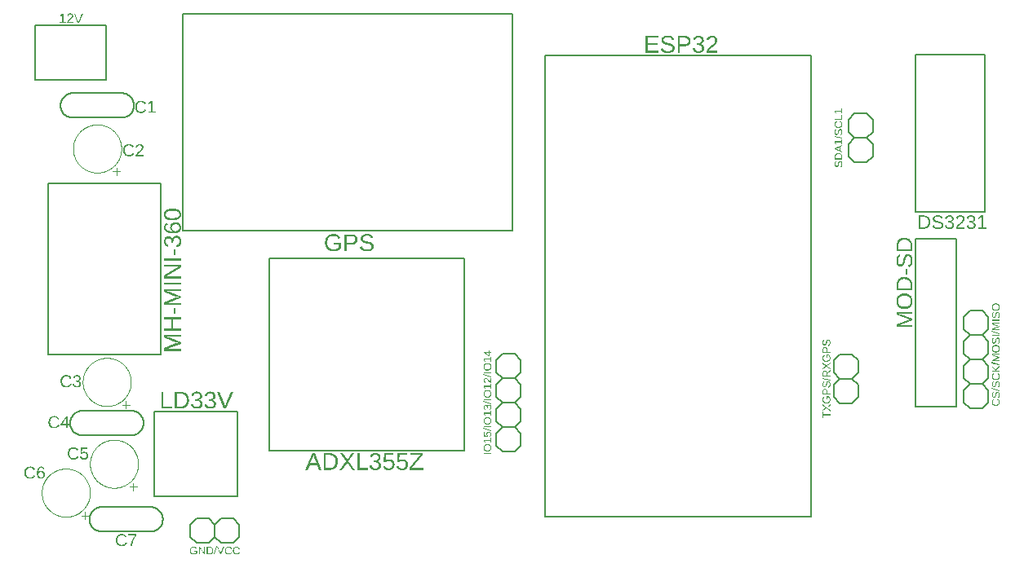
<source format=gbr>
G04 EAGLE Gerber RS-274X export*
G75*
%MOMM*%
%FSLAX34Y34*%
%LPD*%
%INSilkscreen Top*%
%IPPOS*%
%AMOC8*
5,1,8,0,0,1.08239X$1,22.5*%
G01*
G04 Define Apertures*
%ADD10C,0.152400*%
%ADD11C,0.120000*%
G36*
X692724Y528743D02*
X690381Y528743D01*
X690381Y546029D01*
X697656Y546029D01*
X698362Y546008D01*
X699028Y545944D01*
X699652Y545838D01*
X700235Y545689D01*
X700778Y545497D01*
X701279Y545263D01*
X701739Y544986D01*
X702158Y544667D01*
X702532Y544309D01*
X702856Y543917D01*
X703130Y543489D01*
X703355Y543026D01*
X703529Y542529D01*
X703597Y542267D01*
X703654Y541997D01*
X703697Y541717D01*
X703728Y541429D01*
X703747Y541133D01*
X703753Y540827D01*
X703747Y540525D01*
X703728Y540230D01*
X703697Y539943D01*
X703653Y539663D01*
X703528Y539129D01*
X703353Y538625D01*
X703128Y538153D01*
X702853Y537713D01*
X702527Y537304D01*
X702152Y536926D01*
X701734Y536587D01*
X701280Y536293D01*
X700790Y536044D01*
X700264Y535840D01*
X699703Y535682D01*
X699106Y535569D01*
X698472Y535501D01*
X697803Y535478D01*
X692724Y535478D01*
X692724Y528743D01*
G37*
%LPC*%
G36*
X697472Y537331D02*
X697947Y537345D01*
X698392Y537385D01*
X698806Y537453D01*
X699190Y537548D01*
X699542Y537670D01*
X699864Y537819D01*
X700156Y537995D01*
X700416Y538199D01*
X700646Y538429D01*
X700846Y538687D01*
X701014Y538972D01*
X701152Y539284D01*
X701260Y539623D01*
X701336Y539989D01*
X701382Y540382D01*
X701398Y540803D01*
X701382Y541208D01*
X701335Y541588D01*
X701256Y541941D01*
X701146Y542268D01*
X701005Y542569D01*
X700832Y542844D01*
X700628Y543092D01*
X700392Y543315D01*
X700125Y543511D01*
X699826Y543681D01*
X699496Y543825D01*
X699134Y543943D01*
X698741Y544034D01*
X698317Y544100D01*
X697861Y544139D01*
X697374Y544152D01*
X692724Y544152D01*
X692724Y537331D01*
X697472Y537331D01*
G37*
%LPD*%
G36*
X670499Y528743D02*
X656881Y528743D01*
X656881Y546029D01*
X669996Y546029D01*
X669996Y544115D01*
X659224Y544115D01*
X659224Y538570D01*
X669260Y538570D01*
X669260Y536681D01*
X659224Y536681D01*
X659224Y530657D01*
X670499Y530657D01*
X670499Y528743D01*
G37*
G36*
X680035Y528498D02*
X679266Y528515D01*
X678538Y528567D01*
X677852Y528652D01*
X677208Y528772D01*
X676605Y528927D01*
X676043Y529116D01*
X675523Y529339D01*
X675045Y529596D01*
X674608Y529888D01*
X674212Y530214D01*
X673858Y530574D01*
X673546Y530968D01*
X673275Y531397D01*
X673045Y531861D01*
X672857Y532358D01*
X672711Y532890D01*
X674981Y533344D01*
X675092Y532967D01*
X675232Y532617D01*
X675399Y532292D01*
X675594Y531993D01*
X675816Y531720D01*
X676066Y531473D01*
X676344Y531251D01*
X676649Y531056D01*
X676982Y530885D01*
X677344Y530736D01*
X677735Y530611D01*
X678155Y530508D01*
X678603Y530429D01*
X679080Y530372D01*
X679586Y530337D01*
X680121Y530326D01*
X680672Y530338D01*
X681191Y530375D01*
X681677Y530435D01*
X682131Y530521D01*
X682553Y530630D01*
X682942Y530764D01*
X683299Y530922D01*
X683623Y531105D01*
X683912Y531311D01*
X684163Y531540D01*
X684375Y531792D01*
X684548Y532066D01*
X684683Y532364D01*
X684779Y532684D01*
X684837Y533027D01*
X684856Y533393D01*
X684850Y533600D01*
X684832Y533796D01*
X684802Y533983D01*
X684760Y534160D01*
X684639Y534483D01*
X684470Y534767D01*
X684257Y535019D01*
X684005Y535248D01*
X683714Y535455D01*
X683384Y535638D01*
X683018Y535803D01*
X682617Y535954D01*
X682183Y536091D01*
X681716Y536215D01*
X679569Y536718D01*
X678606Y536945D01*
X677767Y537171D01*
X677051Y537398D01*
X676459Y537625D01*
X675956Y537859D01*
X675510Y538105D01*
X675119Y538365D01*
X674784Y538638D01*
X674496Y538928D01*
X674243Y539243D01*
X674026Y539582D01*
X673846Y539944D01*
X673703Y540332D01*
X673602Y540748D01*
X673541Y541191D01*
X673521Y541662D01*
X673527Y541935D01*
X673547Y542201D01*
X673580Y542458D01*
X673627Y542708D01*
X673687Y542950D01*
X673760Y543184D01*
X673945Y543628D01*
X674184Y544039D01*
X674476Y544420D01*
X674822Y544768D01*
X675220Y545084D01*
X675667Y545366D01*
X676161Y545610D01*
X676700Y545817D01*
X677285Y545986D01*
X677916Y546118D01*
X678593Y546212D01*
X679316Y546268D01*
X680084Y546287D01*
X680798Y546273D01*
X681470Y546230D01*
X682097Y546160D01*
X682682Y546061D01*
X683223Y545934D01*
X683721Y545779D01*
X684175Y545596D01*
X684586Y545385D01*
X684961Y545140D01*
X685307Y544855D01*
X685624Y544530D01*
X685911Y544166D01*
X686170Y543762D01*
X686399Y543318D01*
X686599Y542835D01*
X686770Y542312D01*
X684464Y541907D01*
X684358Y542239D01*
X684231Y542547D01*
X684082Y542831D01*
X683912Y543092D01*
X683720Y543330D01*
X683507Y543544D01*
X683272Y543734D01*
X683016Y543901D01*
X682736Y544046D01*
X682431Y544172D01*
X682100Y544278D01*
X681743Y544365D01*
X681361Y544433D01*
X680953Y544481D01*
X680519Y544510D01*
X680060Y544520D01*
X679557Y544509D01*
X679084Y544477D01*
X678643Y544423D01*
X678232Y544348D01*
X677851Y544252D01*
X677502Y544134D01*
X677183Y543994D01*
X676894Y543833D01*
X676638Y543651D01*
X676417Y543447D01*
X676229Y543223D01*
X676075Y542977D01*
X675956Y542711D01*
X675871Y542423D01*
X675820Y542114D01*
X675802Y541784D01*
X675809Y541589D01*
X675829Y541403D01*
X675862Y541225D01*
X675908Y541056D01*
X675968Y540895D01*
X676041Y540743D01*
X676226Y540465D01*
X676461Y540215D01*
X676743Y539984D01*
X677071Y539773D01*
X677446Y539582D01*
X677944Y539391D01*
X678639Y539179D01*
X679533Y538946D01*
X680624Y538693D01*
X682213Y538319D01*
X682987Y538110D01*
X683728Y537865D01*
X684428Y537578D01*
X685083Y537245D01*
X685389Y537057D01*
X685674Y536849D01*
X685938Y536622D01*
X686181Y536374D01*
X686402Y536105D01*
X686597Y535813D01*
X686767Y535498D01*
X686911Y535160D01*
X687027Y534795D01*
X687109Y534399D01*
X687158Y533973D01*
X687175Y533516D01*
X687168Y533221D01*
X687146Y532934D01*
X687109Y532656D01*
X687058Y532387D01*
X686992Y532126D01*
X686912Y531873D01*
X686817Y531629D01*
X686707Y531393D01*
X686583Y531166D01*
X686444Y530947D01*
X686291Y530736D01*
X686123Y530534D01*
X685743Y530156D01*
X685304Y529811D01*
X684813Y529503D01*
X684273Y529236D01*
X683686Y529011D01*
X683051Y528826D01*
X682369Y528683D01*
X681639Y528580D01*
X680861Y528518D01*
X680035Y528498D01*
G37*
G36*
X712075Y528498D02*
X711435Y528516D01*
X710829Y528572D01*
X710255Y528664D01*
X709715Y528794D01*
X709208Y528960D01*
X708734Y529164D01*
X708293Y529404D01*
X707886Y529682D01*
X707514Y529996D01*
X707183Y530345D01*
X706891Y530729D01*
X706639Y531149D01*
X706426Y531605D01*
X706253Y532096D01*
X706120Y532622D01*
X706027Y533184D01*
X708309Y533393D01*
X708375Y533022D01*
X708464Y532674D01*
X708576Y532351D01*
X708710Y532051D01*
X708866Y531776D01*
X709045Y531524D01*
X709247Y531296D01*
X709471Y531093D01*
X709718Y530913D01*
X709987Y530757D01*
X710279Y530625D01*
X710593Y530518D01*
X710930Y530434D01*
X711289Y530374D01*
X711671Y530338D01*
X712075Y530326D01*
X712481Y530339D01*
X712864Y530377D01*
X713225Y530441D01*
X713564Y530531D01*
X713880Y530647D01*
X714174Y530788D01*
X714445Y530955D01*
X714694Y531148D01*
X714917Y531366D01*
X715110Y531609D01*
X715274Y531876D01*
X715407Y532169D01*
X715511Y532487D01*
X715586Y532829D01*
X715630Y533197D01*
X715645Y533589D01*
X715628Y533932D01*
X715577Y534256D01*
X715492Y534560D01*
X715374Y534845D01*
X715221Y535111D01*
X715034Y535357D01*
X714814Y535584D01*
X714559Y535791D01*
X714273Y535977D01*
X713956Y536138D01*
X713610Y536274D01*
X713233Y536385D01*
X712826Y536471D01*
X712389Y536533D01*
X711922Y536570D01*
X711425Y536583D01*
X710174Y536583D01*
X710174Y538496D01*
X711376Y538496D01*
X711817Y538509D01*
X712233Y538546D01*
X712623Y538608D01*
X712988Y538694D01*
X713327Y538806D01*
X713640Y538942D01*
X713929Y539102D01*
X714191Y539288D01*
X714426Y539495D01*
X714629Y539721D01*
X714801Y539967D01*
X714941Y540231D01*
X715051Y540514D01*
X715129Y540816D01*
X715176Y541137D01*
X715191Y541478D01*
X715178Y541815D01*
X715140Y542134D01*
X715076Y542435D01*
X714987Y542718D01*
X714872Y542983D01*
X714732Y543229D01*
X714567Y543457D01*
X714375Y543667D01*
X714159Y543856D01*
X713918Y544019D01*
X713652Y544157D01*
X713362Y544270D01*
X713046Y544358D01*
X712706Y544421D01*
X712342Y544458D01*
X711952Y544471D01*
X711596Y544459D01*
X711257Y544424D01*
X710936Y544366D01*
X710632Y544284D01*
X710346Y544179D01*
X710077Y544050D01*
X709825Y543898D01*
X709591Y543723D01*
X709377Y543526D01*
X709187Y543310D01*
X709021Y543075D01*
X708878Y542821D01*
X708758Y542548D01*
X708663Y542255D01*
X708590Y541943D01*
X708542Y541613D01*
X706321Y541784D01*
X706403Y542300D01*
X706523Y542787D01*
X706684Y543245D01*
X706884Y543674D01*
X707124Y544073D01*
X707404Y544443D01*
X707723Y544785D01*
X708082Y545097D01*
X708474Y545376D01*
X708893Y545617D01*
X709340Y545822D01*
X709813Y545989D01*
X710314Y546119D01*
X710841Y546212D01*
X711395Y546268D01*
X711977Y546287D01*
X712609Y546268D01*
X713205Y546211D01*
X713765Y546117D01*
X714288Y545985D01*
X714775Y545815D01*
X715226Y545607D01*
X715641Y545361D01*
X716019Y545078D01*
X716357Y544761D01*
X716650Y544415D01*
X716898Y544038D01*
X717100Y543632D01*
X717258Y543196D01*
X717371Y542731D01*
X717438Y542236D01*
X717461Y541711D01*
X717446Y541306D01*
X717403Y540921D01*
X717330Y540556D01*
X717229Y540209D01*
X717099Y539882D01*
X716940Y539575D01*
X716752Y539287D01*
X716535Y539018D01*
X716290Y538769D01*
X716019Y538541D01*
X715722Y538334D01*
X715398Y538148D01*
X715048Y537983D01*
X714672Y537839D01*
X714270Y537716D01*
X713842Y537613D01*
X713842Y537564D01*
X714313Y537498D01*
X714757Y537405D01*
X715175Y537283D01*
X715565Y537135D01*
X715929Y536958D01*
X716266Y536754D01*
X716576Y536523D01*
X716860Y536264D01*
X717113Y535982D01*
X717332Y535682D01*
X717517Y535365D01*
X717669Y535031D01*
X717787Y534678D01*
X717872Y534308D01*
X717922Y533921D01*
X717939Y533516D01*
X717933Y533221D01*
X717915Y532934D01*
X717844Y532387D01*
X717725Y531873D01*
X717559Y531393D01*
X717345Y530947D01*
X717084Y530534D01*
X716775Y530156D01*
X716418Y529811D01*
X716017Y529503D01*
X715576Y529236D01*
X715094Y529011D01*
X714572Y528826D01*
X714008Y528683D01*
X713405Y528580D01*
X712760Y528518D01*
X712075Y528498D01*
G37*
G36*
X731748Y528743D02*
X720302Y528743D01*
X720302Y530301D01*
X720632Y530998D01*
X720997Y531652D01*
X721396Y532265D01*
X721830Y532835D01*
X722286Y533371D01*
X722754Y533881D01*
X723234Y534364D01*
X723725Y534822D01*
X724714Y535679D01*
X725694Y536472D01*
X726622Y537233D01*
X727455Y537993D01*
X727828Y538378D01*
X728165Y538772D01*
X728463Y539176D01*
X728724Y539588D01*
X728838Y539800D01*
X728936Y540019D01*
X729020Y540245D01*
X729088Y540478D01*
X729141Y540717D01*
X729179Y540964D01*
X729201Y541217D01*
X729209Y541478D01*
X729196Y541823D01*
X729157Y542149D01*
X729092Y542455D01*
X729000Y542741D01*
X728883Y543007D01*
X728740Y543253D01*
X728570Y543480D01*
X728375Y543686D01*
X728156Y543870D01*
X727917Y544029D01*
X727658Y544164D01*
X727378Y544275D01*
X727078Y544361D01*
X726758Y544422D01*
X726417Y544459D01*
X726056Y544471D01*
X725711Y544459D01*
X725382Y544423D01*
X725068Y544363D01*
X724769Y544279D01*
X724487Y544171D01*
X724219Y544040D01*
X723968Y543884D01*
X723731Y543704D01*
X723515Y543503D01*
X723321Y543282D01*
X723152Y543042D01*
X723006Y542783D01*
X722884Y542504D01*
X722785Y542206D01*
X722709Y541888D01*
X722658Y541551D01*
X720401Y541760D01*
X720482Y542265D01*
X720603Y542743D01*
X720763Y543196D01*
X720963Y543621D01*
X721203Y544021D01*
X721483Y544394D01*
X721802Y544740D01*
X722161Y545060D01*
X722553Y545347D01*
X722973Y545597D01*
X723419Y545807D01*
X723892Y545980D01*
X724393Y546114D01*
X724920Y546210D01*
X725475Y546267D01*
X726056Y546287D01*
X726690Y546267D01*
X727287Y546210D01*
X727846Y546113D01*
X728367Y545978D01*
X728850Y545805D01*
X729296Y545593D01*
X729704Y545343D01*
X730074Y545054D01*
X730403Y544729D01*
X730688Y544372D01*
X730930Y543983D01*
X731127Y543562D01*
X731281Y543108D01*
X731391Y542621D01*
X731457Y542102D01*
X731479Y541551D01*
X731471Y541300D01*
X731450Y541049D01*
X731414Y540798D01*
X731364Y540548D01*
X731220Y540049D01*
X731019Y539551D01*
X730761Y539055D01*
X730447Y538558D01*
X730077Y538061D01*
X729651Y537564D01*
X729093Y536999D01*
X728329Y536297D01*
X727357Y535459D01*
X726179Y534485D01*
X725509Y533922D01*
X724912Y533388D01*
X724387Y532883D01*
X723934Y532405D01*
X723546Y531946D01*
X723216Y531496D01*
X722945Y531054D01*
X722731Y530620D01*
X731748Y530620D01*
X731748Y528743D01*
G37*
G36*
X347084Y322677D02*
X344741Y322677D01*
X344741Y339962D01*
X352016Y339962D01*
X352722Y339941D01*
X353388Y339877D01*
X354012Y339771D01*
X354595Y339622D01*
X355138Y339430D01*
X355639Y339196D01*
X356099Y338920D01*
X356518Y338601D01*
X356892Y338243D01*
X357216Y337850D01*
X357490Y337422D01*
X357714Y336960D01*
X357889Y336462D01*
X357957Y336201D01*
X358014Y335930D01*
X358057Y335651D01*
X358088Y335363D01*
X358107Y335066D01*
X358113Y334761D01*
X358107Y334458D01*
X358088Y334163D01*
X358057Y333876D01*
X358013Y333597D01*
X357888Y333062D01*
X357713Y332559D01*
X357488Y332087D01*
X357213Y331646D01*
X356887Y331237D01*
X356512Y330859D01*
X356094Y330520D01*
X355640Y330226D01*
X355150Y329977D01*
X354624Y329774D01*
X354063Y329615D01*
X353466Y329502D01*
X352832Y329434D01*
X352163Y329412D01*
X347084Y329412D01*
X347084Y322677D01*
G37*
%LPC*%
G36*
X351832Y331264D02*
X352307Y331278D01*
X352752Y331319D01*
X353166Y331386D01*
X353549Y331481D01*
X353902Y331603D01*
X354224Y331753D01*
X354516Y331929D01*
X354776Y332132D01*
X355006Y332363D01*
X355206Y332620D01*
X355374Y332905D01*
X355512Y333217D01*
X355620Y333556D01*
X355696Y333922D01*
X355742Y334316D01*
X355758Y334736D01*
X355742Y335142D01*
X355695Y335521D01*
X355616Y335874D01*
X355506Y336201D01*
X355365Y336502D01*
X355192Y336777D01*
X354988Y337026D01*
X354752Y337248D01*
X354485Y337444D01*
X354186Y337614D01*
X353856Y337758D01*
X353494Y337876D01*
X353101Y337968D01*
X352677Y338033D01*
X352221Y338072D01*
X351734Y338085D01*
X347084Y338085D01*
X347084Y331264D01*
X351832Y331264D01*
G37*
%LPD*%
G36*
X333123Y322431D02*
X332457Y322448D01*
X331814Y322499D01*
X331194Y322583D01*
X330599Y322701D01*
X330026Y322853D01*
X329477Y323039D01*
X328951Y323258D01*
X328449Y323511D01*
X327972Y323796D01*
X327525Y324110D01*
X327107Y324454D01*
X326717Y324828D01*
X326357Y325232D01*
X326025Y325665D01*
X325723Y326128D01*
X325449Y326621D01*
X325206Y327140D01*
X324995Y327681D01*
X324817Y328245D01*
X324671Y328831D01*
X324558Y329439D01*
X324477Y330070D01*
X324429Y330723D01*
X324412Y331399D01*
X324421Y331918D01*
X324448Y332422D01*
X324492Y332910D01*
X324553Y333384D01*
X324633Y333844D01*
X324730Y334288D01*
X324844Y334717D01*
X324977Y335132D01*
X325127Y335532D01*
X325294Y335916D01*
X325479Y336286D01*
X325682Y336642D01*
X325903Y336982D01*
X326141Y337307D01*
X326396Y337618D01*
X326670Y337914D01*
X326959Y338193D01*
X327263Y338454D01*
X327580Y338697D01*
X327913Y338923D01*
X328259Y339130D01*
X328620Y339319D01*
X328995Y339490D01*
X329384Y339643D01*
X329788Y339779D01*
X330205Y339896D01*
X330637Y339995D01*
X331084Y340076D01*
X331545Y340139D01*
X332019Y340184D01*
X332509Y340211D01*
X333012Y340220D01*
X333713Y340205D01*
X334380Y340159D01*
X335013Y340084D01*
X335613Y339978D01*
X336179Y339841D01*
X336711Y339675D01*
X337209Y339478D01*
X337674Y339251D01*
X338109Y338990D01*
X338518Y338693D01*
X338902Y338360D01*
X339260Y337990D01*
X339592Y337584D01*
X339898Y337141D01*
X340179Y336662D01*
X340434Y336147D01*
X338202Y335485D01*
X338009Y335840D01*
X337799Y336171D01*
X337571Y336477D01*
X337326Y336757D01*
X337063Y337013D01*
X336784Y337244D01*
X336486Y337450D01*
X336171Y337631D01*
X335838Y337790D01*
X335485Y337927D01*
X335112Y338043D01*
X334719Y338137D01*
X334307Y338211D01*
X333874Y338264D01*
X333423Y338296D01*
X332951Y338306D01*
X332582Y338299D01*
X332225Y338278D01*
X331878Y338243D01*
X331542Y338193D01*
X331218Y338129D01*
X330904Y338052D01*
X330602Y337960D01*
X330310Y337854D01*
X330030Y337734D01*
X329760Y337599D01*
X329502Y337451D01*
X329254Y337288D01*
X329018Y337112D01*
X328793Y336921D01*
X328578Y336716D01*
X328375Y336497D01*
X328183Y336265D01*
X328004Y336021D01*
X327837Y335766D01*
X327683Y335499D01*
X327540Y335221D01*
X327411Y334932D01*
X327293Y334630D01*
X327188Y334318D01*
X327095Y333993D01*
X327015Y333657D01*
X326947Y333310D01*
X326891Y332951D01*
X326848Y332580D01*
X326817Y332198D01*
X326799Y331804D01*
X326792Y331399D01*
X326799Y330995D01*
X326819Y330602D01*
X326851Y330219D01*
X326897Y329848D01*
X326956Y329487D01*
X327029Y329137D01*
X327114Y328797D01*
X327213Y328469D01*
X327324Y328151D01*
X327449Y327844D01*
X327587Y327548D01*
X327738Y327262D01*
X327902Y326988D01*
X328079Y326724D01*
X328270Y326471D01*
X328473Y326228D01*
X328688Y325999D01*
X328913Y325784D01*
X329149Y325584D01*
X329394Y325399D01*
X329649Y325229D01*
X329915Y325073D01*
X330190Y324933D01*
X330476Y324807D01*
X330771Y324696D01*
X331077Y324599D01*
X331393Y324518D01*
X331719Y324451D01*
X332055Y324399D01*
X332401Y324362D01*
X332757Y324340D01*
X333123Y324333D01*
X333542Y324341D01*
X333955Y324365D01*
X334360Y324405D01*
X334759Y324462D01*
X335150Y324534D01*
X335534Y324623D01*
X335912Y324727D01*
X336282Y324848D01*
X336639Y324983D01*
X336980Y325129D01*
X337303Y325286D01*
X337608Y325455D01*
X337896Y325636D01*
X338167Y325828D01*
X338420Y326032D01*
X338656Y326247D01*
X338656Y329363D01*
X333491Y329363D01*
X333491Y331326D01*
X340815Y331326D01*
X340815Y325363D01*
X340462Y325024D01*
X340089Y324704D01*
X339697Y324403D01*
X339286Y324123D01*
X338855Y323862D01*
X338405Y323621D01*
X337936Y323400D01*
X337447Y323198D01*
X336943Y323018D01*
X336429Y322863D01*
X335905Y322731D01*
X335369Y322623D01*
X334823Y322539D01*
X334267Y322479D01*
X333700Y322443D01*
X333123Y322431D01*
G37*
G36*
X367895Y322431D02*
X367126Y322448D01*
X366398Y322500D01*
X365712Y322586D01*
X365068Y322706D01*
X364465Y322860D01*
X363903Y323049D01*
X363383Y323272D01*
X362905Y323529D01*
X362468Y323821D01*
X362072Y324147D01*
X361718Y324507D01*
X361406Y324902D01*
X361135Y325331D01*
X360905Y325794D01*
X360717Y326291D01*
X360571Y326823D01*
X362840Y327277D01*
X362952Y326901D01*
X363092Y326550D01*
X363259Y326225D01*
X363454Y325926D01*
X363676Y325653D01*
X363926Y325406D01*
X364204Y325185D01*
X364509Y324989D01*
X364842Y324818D01*
X365204Y324670D01*
X365595Y324544D01*
X366015Y324442D01*
X366463Y324362D01*
X366940Y324305D01*
X367446Y324271D01*
X367981Y324259D01*
X368532Y324271D01*
X369051Y324308D01*
X369537Y324369D01*
X369991Y324454D01*
X370413Y324564D01*
X370802Y324697D01*
X371159Y324856D01*
X371483Y325038D01*
X371772Y325244D01*
X372023Y325473D01*
X372235Y325725D01*
X372408Y326000D01*
X372543Y326297D01*
X372639Y326617D01*
X372697Y326960D01*
X372716Y327326D01*
X372710Y327533D01*
X372692Y327730D01*
X372662Y327916D01*
X372620Y328093D01*
X372499Y328417D01*
X372330Y328700D01*
X372117Y328953D01*
X371865Y329182D01*
X371574Y329388D01*
X371244Y329571D01*
X370878Y329736D01*
X370477Y329887D01*
X370043Y330024D01*
X369576Y330148D01*
X367429Y330651D01*
X366466Y330878D01*
X365627Y331105D01*
X364911Y331332D01*
X364319Y331559D01*
X363816Y331792D01*
X363370Y332039D01*
X362979Y332298D01*
X362644Y332571D01*
X362356Y332862D01*
X362103Y333177D01*
X361886Y333515D01*
X361706Y333877D01*
X361563Y334265D01*
X361462Y334681D01*
X361401Y335124D01*
X361381Y335595D01*
X361387Y335869D01*
X361407Y336134D01*
X361440Y336392D01*
X361487Y336642D01*
X361547Y336883D01*
X361620Y337117D01*
X361805Y337561D01*
X362044Y337973D01*
X362336Y338353D01*
X362681Y338701D01*
X363080Y339018D01*
X363527Y339300D01*
X364021Y339544D01*
X364560Y339750D01*
X365145Y339919D01*
X365776Y340051D01*
X366453Y340145D01*
X367176Y340201D01*
X367944Y340220D01*
X368658Y340206D01*
X369330Y340164D01*
X369957Y340093D01*
X370542Y339995D01*
X371083Y339868D01*
X371581Y339713D01*
X372035Y339530D01*
X372446Y339318D01*
X372821Y339073D01*
X373167Y338788D01*
X373484Y338463D01*
X373771Y338099D01*
X374030Y337695D01*
X374259Y337252D01*
X374459Y336768D01*
X374630Y336245D01*
X372324Y335840D01*
X372218Y336172D01*
X372091Y336480D01*
X371942Y336765D01*
X371772Y337026D01*
X371580Y337263D01*
X371367Y337477D01*
X371132Y337667D01*
X370876Y337834D01*
X370596Y337979D01*
X370291Y338105D01*
X369960Y338211D01*
X369603Y338299D01*
X369221Y338366D01*
X368813Y338415D01*
X368379Y338444D01*
X367919Y338453D01*
X367416Y338443D01*
X366944Y338410D01*
X366503Y338357D01*
X366092Y338282D01*
X365711Y338185D01*
X365362Y338067D01*
X365043Y337927D01*
X364754Y337766D01*
X364498Y337584D01*
X364277Y337381D01*
X364089Y337156D01*
X363935Y336911D01*
X363816Y336644D01*
X363731Y336356D01*
X363680Y336048D01*
X363662Y335718D01*
X363669Y335523D01*
X363689Y335336D01*
X363722Y335158D01*
X363768Y334989D01*
X363828Y334829D01*
X363901Y334677D01*
X364086Y334399D01*
X364321Y334148D01*
X364602Y333917D01*
X364931Y333706D01*
X365306Y333515D01*
X365804Y333324D01*
X366499Y333112D01*
X367393Y332879D01*
X368484Y332626D01*
X370073Y332252D01*
X370847Y332043D01*
X371588Y331798D01*
X372288Y331511D01*
X372943Y331178D01*
X373249Y330991D01*
X373534Y330783D01*
X373798Y330555D01*
X374041Y330307D01*
X374262Y330038D01*
X374457Y329746D01*
X374627Y329431D01*
X374771Y329093D01*
X374887Y328728D01*
X374969Y328332D01*
X375018Y327906D01*
X375035Y327449D01*
X375028Y327154D01*
X375006Y326868D01*
X374969Y326590D01*
X374918Y326320D01*
X374852Y326059D01*
X374772Y325807D01*
X374677Y325562D01*
X374567Y325327D01*
X374443Y325099D01*
X374304Y324880D01*
X374151Y324670D01*
X373983Y324468D01*
X373603Y324089D01*
X373164Y323744D01*
X372672Y323436D01*
X372133Y323170D01*
X371546Y322944D01*
X370911Y322759D01*
X370229Y322616D01*
X369499Y322513D01*
X368721Y322452D01*
X367895Y322431D01*
G37*
G36*
X329321Y95263D02*
X322856Y95263D01*
X322856Y112549D01*
X328573Y112549D01*
X329114Y112540D01*
X329640Y112515D01*
X330149Y112472D01*
X330644Y112411D01*
X331122Y112334D01*
X331585Y112239D01*
X332032Y112128D01*
X332463Y111998D01*
X332879Y111852D01*
X333279Y111689D01*
X333664Y111508D01*
X334033Y111310D01*
X334386Y111095D01*
X334723Y110863D01*
X335045Y110614D01*
X335351Y110347D01*
X335640Y110064D01*
X335910Y109767D01*
X336162Y109456D01*
X336395Y109130D01*
X336609Y108789D01*
X336805Y108434D01*
X336982Y108064D01*
X337141Y107680D01*
X337280Y107281D01*
X337402Y106868D01*
X337504Y106441D01*
X337588Y105998D01*
X337653Y105541D01*
X337700Y105070D01*
X337728Y104584D01*
X337737Y104084D01*
X337721Y103426D01*
X337672Y102789D01*
X337591Y102172D01*
X337477Y101577D01*
X337330Y101002D01*
X337151Y100448D01*
X336939Y99916D01*
X336694Y99404D01*
X336420Y98917D01*
X336119Y98460D01*
X335790Y98031D01*
X335434Y97633D01*
X335051Y97263D01*
X334640Y96923D01*
X334203Y96612D01*
X333738Y96331D01*
X333250Y96080D01*
X332744Y95864D01*
X332220Y95680D01*
X331677Y95530D01*
X331116Y95413D01*
X330536Y95330D01*
X329938Y95280D01*
X329321Y95263D01*
G37*
%LPC*%
G36*
X329051Y97140D02*
X329520Y97153D01*
X329973Y97192D01*
X330413Y97258D01*
X330838Y97349D01*
X331249Y97466D01*
X331645Y97610D01*
X332027Y97779D01*
X332394Y97975D01*
X332744Y98195D01*
X333073Y98438D01*
X333382Y98704D01*
X333669Y98993D01*
X333935Y99305D01*
X334181Y99640D01*
X334405Y99998D01*
X334609Y100379D01*
X334790Y100780D01*
X334947Y101200D01*
X335080Y101636D01*
X335189Y102090D01*
X335273Y102562D01*
X335333Y103052D01*
X335370Y103559D01*
X335382Y104084D01*
X335375Y104480D01*
X335354Y104864D01*
X335320Y105236D01*
X335272Y105596D01*
X335210Y105944D01*
X335134Y106280D01*
X335045Y106604D01*
X334942Y106916D01*
X334825Y107217D01*
X334694Y107505D01*
X334550Y107782D01*
X334391Y108046D01*
X334220Y108299D01*
X334034Y108540D01*
X333834Y108768D01*
X333621Y108985D01*
X333395Y109189D01*
X333157Y109381D01*
X332906Y109558D01*
X332643Y109723D01*
X332367Y109875D01*
X332079Y110013D01*
X331779Y110138D01*
X331467Y110250D01*
X331142Y110349D01*
X330805Y110435D01*
X330456Y110507D01*
X330094Y110567D01*
X329720Y110613D01*
X329333Y110646D01*
X328935Y110665D01*
X328524Y110672D01*
X325199Y110672D01*
X325199Y97140D01*
X329051Y97140D01*
G37*
%LPD*%
G36*
X306523Y95263D02*
X304094Y95263D01*
X311148Y112549D01*
X313810Y112549D01*
X320754Y95263D01*
X318362Y95263D01*
X316387Y100318D01*
X308511Y100318D01*
X306523Y95263D01*
G37*
%LPC*%
G36*
X315687Y102146D02*
X313467Y107850D01*
X313123Y108752D01*
X312780Y109764D01*
X312449Y110782D01*
X312338Y110439D01*
X311958Y109277D01*
X311430Y107826D01*
X309222Y102146D01*
X315687Y102146D01*
G37*
%LPD*%
G36*
X390423Y95018D02*
X389833Y95034D01*
X389273Y95084D01*
X388741Y95166D01*
X388239Y95282D01*
X387766Y95430D01*
X387322Y95611D01*
X386907Y95826D01*
X386522Y96073D01*
X386168Y96352D01*
X385848Y96660D01*
X385562Y96997D01*
X385310Y97364D01*
X385093Y97761D01*
X384909Y98187D01*
X384760Y98643D01*
X384645Y99128D01*
X386878Y99385D01*
X386974Y99075D01*
X387087Y98784D01*
X387217Y98514D01*
X387364Y98264D01*
X387529Y98033D01*
X387711Y97823D01*
X387910Y97633D01*
X388126Y97462D01*
X388359Y97312D01*
X388609Y97182D01*
X388877Y97072D01*
X389162Y96982D01*
X389464Y96911D01*
X389783Y96861D01*
X390119Y96831D01*
X390472Y96821D01*
X390905Y96838D01*
X391313Y96888D01*
X391698Y96972D01*
X392058Y97090D01*
X392394Y97241D01*
X392706Y97425D01*
X392993Y97643D01*
X393257Y97895D01*
X393493Y98176D01*
X393697Y98482D01*
X393870Y98813D01*
X394011Y99169D01*
X394121Y99551D01*
X394200Y99957D01*
X394247Y100389D01*
X394263Y100845D01*
X394247Y101243D01*
X394200Y101622D01*
X394121Y101981D01*
X394010Y102321D01*
X393868Y102640D01*
X393694Y102941D01*
X393488Y103222D01*
X393251Y103483D01*
X392987Y103719D01*
X392701Y103923D01*
X392392Y104096D01*
X392062Y104237D01*
X391710Y104347D01*
X391336Y104426D01*
X390939Y104473D01*
X390521Y104489D01*
X390081Y104471D01*
X389656Y104418D01*
X389247Y104330D01*
X388853Y104207D01*
X388466Y104041D01*
X388080Y103826D01*
X387693Y103563D01*
X387307Y103250D01*
X385148Y103250D01*
X385724Y112549D01*
X395551Y112549D01*
X395551Y110672D01*
X387736Y110672D01*
X387405Y105188D01*
X387775Y105447D01*
X388166Y105671D01*
X388580Y105861D01*
X389015Y106016D01*
X389472Y106137D01*
X389951Y106223D01*
X390452Y106275D01*
X390975Y106292D01*
X391597Y106269D01*
X392186Y106199D01*
X392743Y106082D01*
X393268Y105918D01*
X393760Y105708D01*
X394220Y105450D01*
X394647Y105146D01*
X395042Y104796D01*
X395397Y104407D01*
X395705Y103991D01*
X395965Y103545D01*
X396178Y103072D01*
X396344Y102570D01*
X396462Y102040D01*
X396533Y101481D01*
X396557Y100894D01*
X396551Y100557D01*
X396532Y100229D01*
X396500Y99909D01*
X396455Y99599D01*
X396398Y99298D01*
X396328Y99006D01*
X396246Y98724D01*
X396151Y98450D01*
X395922Y97930D01*
X395643Y97446D01*
X395312Y96999D01*
X394932Y96588D01*
X394505Y96220D01*
X394040Y95901D01*
X393536Y95631D01*
X392992Y95411D01*
X392408Y95239D01*
X392102Y95171D01*
X391786Y95116D01*
X391460Y95073D01*
X391124Y95043D01*
X390778Y95024D01*
X390423Y95018D01*
G37*
G36*
X404392Y95018D02*
X403802Y95034D01*
X403242Y95084D01*
X402710Y95166D01*
X402208Y95282D01*
X401735Y95430D01*
X401291Y95611D01*
X400876Y95826D01*
X400490Y96073D01*
X400136Y96352D01*
X399817Y96660D01*
X399531Y96997D01*
X399279Y97364D01*
X399061Y97761D01*
X398878Y98187D01*
X398729Y98643D01*
X398613Y99128D01*
X400846Y99385D01*
X400942Y99075D01*
X401055Y98784D01*
X401186Y98514D01*
X401333Y98264D01*
X401498Y98033D01*
X401680Y97823D01*
X401878Y97633D01*
X402095Y97462D01*
X402328Y97312D01*
X402578Y97182D01*
X402846Y97072D01*
X403130Y96982D01*
X403432Y96911D01*
X403751Y96861D01*
X404087Y96831D01*
X404441Y96821D01*
X404873Y96838D01*
X405282Y96888D01*
X405666Y96972D01*
X406026Y97090D01*
X406362Y97241D01*
X406674Y97425D01*
X406962Y97643D01*
X407226Y97895D01*
X407461Y98176D01*
X407666Y98482D01*
X407839Y98813D01*
X407980Y99169D01*
X408090Y99551D01*
X408169Y99957D01*
X408216Y100389D01*
X408232Y100845D01*
X408216Y101243D01*
X408168Y101622D01*
X408089Y101981D01*
X407979Y102321D01*
X407836Y102640D01*
X407662Y102941D01*
X407457Y103222D01*
X407220Y103483D01*
X406955Y103719D01*
X406669Y103923D01*
X406361Y104096D01*
X406031Y104237D01*
X405679Y104347D01*
X405305Y104426D01*
X404908Y104473D01*
X404490Y104489D01*
X404050Y104471D01*
X403625Y104418D01*
X403216Y104330D01*
X402821Y104207D01*
X402435Y104041D01*
X402049Y103826D01*
X401662Y103563D01*
X401276Y103250D01*
X399116Y103250D01*
X399693Y112549D01*
X409520Y112549D01*
X409520Y110672D01*
X401705Y110672D01*
X401374Y105188D01*
X401744Y105447D01*
X402135Y105671D01*
X402549Y105861D01*
X402984Y106016D01*
X403441Y106137D01*
X403920Y106223D01*
X404421Y106275D01*
X404944Y106292D01*
X405566Y106269D01*
X406155Y106199D01*
X406712Y106082D01*
X407236Y105918D01*
X407729Y105708D01*
X408188Y105450D01*
X408616Y105146D01*
X409011Y104796D01*
X409366Y104407D01*
X409674Y103991D01*
X409934Y103545D01*
X410147Y103072D01*
X410313Y102570D01*
X410431Y102040D01*
X410502Y101481D01*
X410526Y100894D01*
X410519Y100557D01*
X410500Y100229D01*
X410469Y99909D01*
X410424Y99599D01*
X410367Y99298D01*
X410297Y99006D01*
X410215Y98724D01*
X410119Y98450D01*
X409891Y97930D01*
X409611Y97446D01*
X409281Y96999D01*
X408900Y96588D01*
X408474Y96220D01*
X408009Y95901D01*
X407504Y95631D01*
X406960Y95411D01*
X406377Y95239D01*
X406071Y95171D01*
X405755Y95116D01*
X405429Y95073D01*
X405093Y95043D01*
X404747Y95024D01*
X404392Y95018D01*
G37*
G36*
X426138Y95263D02*
X412374Y95263D01*
X412374Y97018D01*
X422900Y110635D01*
X413269Y110635D01*
X413269Y112549D01*
X425562Y112549D01*
X425562Y110844D01*
X415036Y97177D01*
X426138Y97177D01*
X426138Y95263D01*
G37*
G36*
X342104Y95263D02*
X339516Y95263D01*
X346091Y104244D01*
X340019Y112549D01*
X342607Y112549D01*
X347416Y105765D01*
X352090Y112549D01*
X354679Y112549D01*
X348766Y104329D01*
X355182Y95263D01*
X352593Y95263D01*
X347404Y102820D01*
X342104Y95263D01*
G37*
G36*
X376675Y95018D02*
X376035Y95036D01*
X375429Y95092D01*
X374855Y95184D01*
X374315Y95314D01*
X373808Y95480D01*
X373334Y95684D01*
X372893Y95924D01*
X372486Y96202D01*
X372114Y96516D01*
X371783Y96865D01*
X371491Y97249D01*
X371239Y97669D01*
X371026Y98125D01*
X370853Y98616D01*
X370720Y99142D01*
X370627Y99704D01*
X372909Y99913D01*
X372975Y99542D01*
X373064Y99194D01*
X373176Y98871D01*
X373310Y98571D01*
X373466Y98296D01*
X373645Y98044D01*
X373847Y97816D01*
X374071Y97613D01*
X374318Y97433D01*
X374587Y97277D01*
X374879Y97145D01*
X375193Y97038D01*
X375530Y96954D01*
X375889Y96894D01*
X376271Y96858D01*
X376675Y96846D01*
X377081Y96859D01*
X377464Y96897D01*
X377825Y96961D01*
X378164Y97051D01*
X378480Y97167D01*
X378774Y97308D01*
X379045Y97475D01*
X379294Y97668D01*
X379517Y97886D01*
X379710Y98129D01*
X379874Y98396D01*
X380007Y98689D01*
X380111Y99007D01*
X380186Y99349D01*
X380230Y99717D01*
X380245Y100109D01*
X380228Y100452D01*
X380177Y100776D01*
X380092Y101080D01*
X379974Y101365D01*
X379821Y101631D01*
X379634Y101877D01*
X379414Y102104D01*
X379159Y102311D01*
X378873Y102497D01*
X378556Y102658D01*
X378210Y102794D01*
X377833Y102905D01*
X377426Y102991D01*
X376989Y103053D01*
X376522Y103090D01*
X376025Y103103D01*
X374774Y103103D01*
X374774Y105016D01*
X375976Y105016D01*
X376417Y105029D01*
X376833Y105066D01*
X377223Y105128D01*
X377588Y105214D01*
X377927Y105326D01*
X378240Y105462D01*
X378529Y105622D01*
X378791Y105808D01*
X379026Y106015D01*
X379229Y106241D01*
X379401Y106487D01*
X379541Y106751D01*
X379651Y107034D01*
X379729Y107336D01*
X379776Y107657D01*
X379791Y107998D01*
X379778Y108335D01*
X379740Y108654D01*
X379676Y108955D01*
X379587Y109238D01*
X379472Y109503D01*
X379332Y109749D01*
X379167Y109977D01*
X378975Y110187D01*
X378759Y110376D01*
X378518Y110539D01*
X378252Y110677D01*
X377962Y110790D01*
X377646Y110878D01*
X377306Y110941D01*
X376942Y110978D01*
X376552Y110991D01*
X376196Y110979D01*
X375857Y110944D01*
X375536Y110886D01*
X375232Y110804D01*
X374946Y110699D01*
X374677Y110570D01*
X374425Y110418D01*
X374191Y110243D01*
X373977Y110046D01*
X373787Y109830D01*
X373621Y109595D01*
X373478Y109341D01*
X373358Y109068D01*
X373263Y108775D01*
X373190Y108463D01*
X373142Y108133D01*
X370921Y108304D01*
X371003Y108820D01*
X371123Y109307D01*
X371284Y109765D01*
X371484Y110194D01*
X371724Y110593D01*
X372004Y110963D01*
X372323Y111305D01*
X372682Y111617D01*
X373074Y111896D01*
X373493Y112137D01*
X373940Y112342D01*
X374413Y112509D01*
X374914Y112639D01*
X375441Y112732D01*
X375995Y112788D01*
X376577Y112807D01*
X377209Y112788D01*
X377805Y112731D01*
X378365Y112637D01*
X378888Y112505D01*
X379375Y112335D01*
X379826Y112127D01*
X380241Y111881D01*
X380619Y111598D01*
X380957Y111281D01*
X381250Y110935D01*
X381498Y110558D01*
X381700Y110152D01*
X381858Y109716D01*
X381971Y109251D01*
X382038Y108756D01*
X382061Y108231D01*
X382046Y107826D01*
X382003Y107441D01*
X381930Y107076D01*
X381829Y106729D01*
X381699Y106402D01*
X381540Y106095D01*
X381352Y105807D01*
X381135Y105538D01*
X380890Y105289D01*
X380619Y105061D01*
X380322Y104854D01*
X379998Y104668D01*
X379648Y104503D01*
X379272Y104359D01*
X378870Y104236D01*
X378442Y104133D01*
X378442Y104084D01*
X378913Y104018D01*
X379357Y103925D01*
X379775Y103803D01*
X380165Y103655D01*
X380529Y103478D01*
X380866Y103274D01*
X381176Y103043D01*
X381460Y102784D01*
X381713Y102502D01*
X381932Y102202D01*
X382117Y101885D01*
X382269Y101551D01*
X382387Y101198D01*
X382472Y100828D01*
X382522Y100441D01*
X382539Y100036D01*
X382533Y99741D01*
X382515Y99454D01*
X382444Y98907D01*
X382325Y98393D01*
X382159Y97913D01*
X381945Y97467D01*
X381684Y97054D01*
X381375Y96676D01*
X381018Y96331D01*
X380617Y96023D01*
X380176Y95756D01*
X379694Y95531D01*
X379172Y95346D01*
X378608Y95203D01*
X378005Y95100D01*
X377360Y95038D01*
X376675Y95018D01*
G37*
G36*
X368840Y95263D02*
X357762Y95263D01*
X357762Y112549D01*
X360105Y112549D01*
X360105Y97177D01*
X368840Y97177D01*
X368840Y95263D01*
G37*
G36*
X166174Y354593D02*
X165096Y354615D01*
X164583Y354644D01*
X164087Y354684D01*
X163609Y354735D01*
X163148Y354797D01*
X162705Y354871D01*
X162279Y354956D01*
X161871Y355053D01*
X161480Y355161D01*
X161106Y355280D01*
X160750Y355410D01*
X160412Y355552D01*
X160091Y355706D01*
X159787Y355870D01*
X159501Y356046D01*
X159232Y356235D01*
X158980Y356436D01*
X158746Y356651D01*
X158529Y356879D01*
X158330Y357120D01*
X158147Y357374D01*
X157983Y357641D01*
X157835Y357922D01*
X157705Y358216D01*
X157592Y358523D01*
X157497Y358843D01*
X157419Y359176D01*
X157358Y359522D01*
X157315Y359882D01*
X157289Y360255D01*
X157280Y360641D01*
X157289Y361016D01*
X157315Y361380D01*
X157359Y361730D01*
X157420Y362068D01*
X157499Y362394D01*
X157596Y362707D01*
X157710Y363007D01*
X157841Y363295D01*
X157990Y363571D01*
X158157Y363834D01*
X158341Y364084D01*
X158543Y364322D01*
X158762Y364548D01*
X158999Y364761D01*
X159253Y364961D01*
X159525Y365149D01*
X159814Y365325D01*
X160120Y365490D01*
X160443Y365643D01*
X160783Y365785D01*
X161139Y365916D01*
X161512Y366035D01*
X161903Y366143D01*
X162310Y366240D01*
X162734Y366325D01*
X163175Y366399D01*
X163633Y366461D01*
X164107Y366512D01*
X165107Y366580D01*
X166174Y366603D01*
X166708Y366597D01*
X167225Y366579D01*
X167726Y366549D01*
X168212Y366508D01*
X168681Y366454D01*
X169134Y366388D01*
X169572Y366311D01*
X169993Y366221D01*
X170398Y366120D01*
X170787Y366007D01*
X171161Y365881D01*
X171518Y365744D01*
X171859Y365595D01*
X172184Y365434D01*
X172494Y365261D01*
X172787Y365076D01*
X173063Y364879D01*
X173322Y364671D01*
X173562Y364452D01*
X173785Y364221D01*
X173990Y363979D01*
X174177Y363726D01*
X174347Y363461D01*
X174498Y363185D01*
X174632Y362897D01*
X174748Y362599D01*
X174846Y362288D01*
X174926Y361967D01*
X174988Y361634D01*
X175033Y361290D01*
X175060Y360934D01*
X175069Y360567D01*
X175060Y360200D01*
X175033Y359845D01*
X174989Y359502D01*
X174927Y359169D01*
X174847Y358849D01*
X174750Y358540D01*
X174634Y358243D01*
X174501Y357957D01*
X174351Y357683D01*
X174182Y357421D01*
X173996Y357170D01*
X173792Y356931D01*
X173570Y356703D01*
X173331Y356487D01*
X173074Y356282D01*
X172799Y356089D01*
X172507Y355908D01*
X172199Y355739D01*
X171875Y355581D01*
X171534Y355435D01*
X171177Y355300D01*
X170804Y355177D01*
X170414Y355066D01*
X170008Y354967D01*
X169586Y354879D01*
X169147Y354803D01*
X168693Y354739D01*
X168222Y354686D01*
X167734Y354645D01*
X167231Y354616D01*
X166711Y354599D01*
X166174Y354593D01*
G37*
%LPC*%
G36*
X166174Y356825D02*
X167064Y356840D01*
X167891Y356882D01*
X168657Y356952D01*
X169361Y357051D01*
X170003Y357178D01*
X170584Y357333D01*
X171103Y357516D01*
X171560Y357727D01*
X171960Y357969D01*
X172306Y358244D01*
X172599Y358553D01*
X172839Y358894D01*
X173025Y359269D01*
X173099Y359469D01*
X173159Y359677D01*
X173205Y359893D01*
X173239Y360118D01*
X173259Y360351D01*
X173265Y360592D01*
X173258Y360832D01*
X173238Y361063D01*
X173204Y361287D01*
X173156Y361502D01*
X173095Y361709D01*
X173020Y361908D01*
X172932Y362099D01*
X172830Y362282D01*
X172585Y362623D01*
X172285Y362931D01*
X171932Y363207D01*
X171523Y363450D01*
X171059Y363663D01*
X170536Y363847D01*
X169954Y364003D01*
X169315Y364131D01*
X168617Y364230D01*
X167861Y364301D01*
X167047Y364344D01*
X166174Y364358D01*
X165271Y364345D01*
X164432Y364304D01*
X163658Y364236D01*
X162948Y364142D01*
X162302Y364020D01*
X161721Y363872D01*
X161204Y363696D01*
X160752Y363493D01*
X160358Y363259D01*
X160017Y362991D01*
X159728Y362687D01*
X159491Y362348D01*
X159307Y361974D01*
X159235Y361773D01*
X159176Y361564D01*
X159130Y361347D01*
X159097Y361120D01*
X159078Y360885D01*
X159071Y360641D01*
X159078Y360391D01*
X159097Y360150D01*
X159129Y359917D01*
X159175Y359694D01*
X159233Y359480D01*
X159304Y359275D01*
X159485Y358891D01*
X159718Y358543D01*
X160003Y358231D01*
X160339Y357955D01*
X160727Y357715D01*
X161175Y357506D01*
X161689Y357326D01*
X162270Y357173D01*
X162917Y357048D01*
X163631Y356951D01*
X164412Y356881D01*
X165260Y356839D01*
X166174Y356825D01*
G37*
%LPD*%
G36*
X166579Y340918D02*
X166026Y340925D01*
X165489Y340943D01*
X164969Y340975D01*
X164464Y341019D01*
X163977Y341075D01*
X163505Y341144D01*
X163050Y341226D01*
X162610Y341320D01*
X162188Y341427D01*
X161781Y341546D01*
X161391Y341678D01*
X161017Y341822D01*
X160660Y341979D01*
X160318Y342149D01*
X159993Y342331D01*
X159685Y342525D01*
X159393Y342732D01*
X159121Y342949D01*
X158867Y343176D01*
X158633Y343414D01*
X158417Y343663D01*
X158219Y343922D01*
X158041Y344192D01*
X157881Y344473D01*
X157740Y344764D01*
X157618Y345066D01*
X157515Y345379D01*
X157430Y345702D01*
X157365Y346036D01*
X157318Y346381D01*
X157289Y346736D01*
X157280Y347101D01*
X157294Y347579D01*
X157335Y348035D01*
X157404Y348467D01*
X157500Y348877D01*
X157624Y349265D01*
X157775Y349629D01*
X157954Y349972D01*
X158160Y350291D01*
X158394Y350588D01*
X158655Y350862D01*
X158944Y351114D01*
X159261Y351343D01*
X159604Y351550D01*
X159976Y351733D01*
X160375Y351895D01*
X160801Y352033D01*
X161181Y349923D01*
X160926Y349836D01*
X160687Y349736D01*
X160464Y349625D01*
X160258Y349501D01*
X160069Y349366D01*
X159895Y349218D01*
X159739Y349058D01*
X159599Y348886D01*
X159475Y348703D01*
X159368Y348507D01*
X159277Y348298D01*
X159203Y348078D01*
X159145Y347846D01*
X159104Y347602D01*
X159079Y347345D01*
X159071Y347077D01*
X159078Y346844D01*
X159099Y346618D01*
X159133Y346398D01*
X159181Y346186D01*
X159243Y345979D01*
X159319Y345780D01*
X159511Y345401D01*
X159759Y345048D01*
X160061Y344723D01*
X160419Y344423D01*
X160832Y344151D01*
X161296Y343908D01*
X161810Y343697D01*
X162374Y343519D01*
X162986Y343374D01*
X163648Y343260D01*
X164359Y343179D01*
X165119Y343131D01*
X165929Y343114D01*
X165658Y343272D01*
X165404Y343446D01*
X165167Y343634D01*
X164946Y343838D01*
X164742Y344057D01*
X164555Y344292D01*
X164384Y344542D01*
X164230Y344807D01*
X164093Y345085D01*
X163975Y345373D01*
X163875Y345671D01*
X163793Y345979D01*
X163729Y346297D01*
X163684Y346625D01*
X163656Y346962D01*
X163647Y347310D01*
X163671Y347893D01*
X163741Y348444D01*
X163858Y348965D01*
X164021Y349455D01*
X164232Y349915D01*
X164489Y350343D01*
X164793Y350740D01*
X165144Y351107D01*
X165534Y351436D01*
X165957Y351722D01*
X166411Y351963D01*
X166898Y352161D01*
X167417Y352314D01*
X167969Y352424D01*
X168552Y352490D01*
X169168Y352512D01*
X169834Y352489D01*
X170464Y352419D01*
X171057Y352303D01*
X171615Y352141D01*
X172137Y351932D01*
X172623Y351677D01*
X173072Y351375D01*
X173486Y351027D01*
X173857Y350639D01*
X174179Y350215D01*
X174451Y349755D01*
X174673Y349261D01*
X174846Y348731D01*
X174914Y348453D01*
X174970Y348166D01*
X175013Y347870D01*
X175044Y347565D01*
X175062Y347252D01*
X175069Y346930D01*
X175060Y346570D01*
X175035Y346221D01*
X174992Y345883D01*
X174933Y345556D01*
X174857Y345239D01*
X174763Y344933D01*
X174653Y344638D01*
X174526Y344353D01*
X174382Y344080D01*
X174220Y343817D01*
X174042Y343564D01*
X173847Y343323D01*
X173635Y343092D01*
X173406Y342872D01*
X173160Y342663D01*
X172897Y342464D01*
X172618Y342277D01*
X172324Y342102D01*
X172014Y341939D01*
X171688Y341788D01*
X171347Y341649D01*
X170991Y341522D01*
X170619Y341407D01*
X170232Y341305D01*
X169829Y341214D01*
X169411Y341136D01*
X168978Y341069D01*
X168529Y341015D01*
X168065Y340973D01*
X167585Y340943D01*
X167090Y340924D01*
X166579Y340918D01*
G37*
%LPC*%
G36*
X168738Y343335D02*
X169227Y343351D01*
X169693Y343397D01*
X170136Y343474D01*
X170557Y343582D01*
X170955Y343721D01*
X171331Y343891D01*
X171684Y344091D01*
X172014Y344323D01*
X172313Y344578D01*
X172572Y344851D01*
X172791Y345142D01*
X172971Y345450D01*
X173110Y345775D01*
X173210Y346118D01*
X173270Y346478D01*
X173290Y346856D01*
X173273Y347244D01*
X173223Y347611D01*
X173139Y347956D01*
X173021Y348279D01*
X172871Y348581D01*
X172686Y348862D01*
X172468Y349121D01*
X172216Y349359D01*
X171935Y349572D01*
X171629Y349756D01*
X171298Y349912D01*
X170942Y350040D01*
X170561Y350139D01*
X170154Y350210D01*
X169723Y350252D01*
X169266Y350267D01*
X168810Y350252D01*
X168381Y350209D01*
X167979Y350137D01*
X167604Y350037D01*
X167255Y349907D01*
X166933Y349749D01*
X166639Y349562D01*
X166371Y349347D01*
X166132Y349105D01*
X165925Y348841D01*
X165750Y348555D01*
X165607Y348245D01*
X165496Y347914D01*
X165416Y347559D01*
X165368Y347182D01*
X165352Y346783D01*
X165366Y346405D01*
X165409Y346047D01*
X165479Y345707D01*
X165578Y345385D01*
X165705Y345083D01*
X165860Y344799D01*
X166043Y344533D01*
X166254Y344286D01*
X166490Y344063D01*
X166748Y343870D01*
X167026Y343707D01*
X167326Y343573D01*
X167647Y343469D01*
X167990Y343395D01*
X168353Y343350D01*
X168738Y343335D01*
G37*
%LPD*%
G36*
X174823Y218860D02*
X157538Y218860D01*
X157538Y221939D01*
X169524Y226540D01*
X170273Y226780D01*
X171075Y227012D01*
X171789Y227201D01*
X172272Y227312D01*
X171654Y227464D01*
X170781Y227723D01*
X169967Y227986D01*
X169524Y228147D01*
X157538Y232661D01*
X157538Y235667D01*
X174823Y235667D01*
X174823Y233557D01*
X163291Y233557D01*
X162344Y233564D01*
X161414Y233585D01*
X160503Y233619D01*
X159611Y233667D01*
X160649Y233374D01*
X161568Y233097D01*
X162367Y232835D01*
X163046Y232588D01*
X174823Y228122D01*
X174823Y226478D01*
X163046Y221951D01*
X160960Y221264D01*
X159611Y220859D01*
X160973Y220896D01*
X163291Y220945D01*
X174823Y220945D01*
X174823Y218860D01*
G37*
G36*
X174823Y266329D02*
X157538Y266329D01*
X157538Y269408D01*
X169524Y274008D01*
X170273Y274249D01*
X171075Y274481D01*
X171789Y274669D01*
X172272Y274781D01*
X171654Y274933D01*
X170781Y275192D01*
X169967Y275454D01*
X169524Y275615D01*
X157538Y280130D01*
X157538Y283136D01*
X174823Y283136D01*
X174823Y281026D01*
X163291Y281026D01*
X162344Y281033D01*
X161414Y281053D01*
X160503Y281088D01*
X159611Y281136D01*
X160649Y280843D01*
X161568Y280566D01*
X162367Y280303D01*
X163046Y280057D01*
X174823Y275591D01*
X174823Y273947D01*
X163046Y269420D01*
X160960Y268733D01*
X159611Y268328D01*
X160973Y268365D01*
X163291Y268414D01*
X174823Y268414D01*
X174823Y266329D01*
G37*
G36*
X174823Y294235D02*
X157538Y294235D01*
X157538Y296958D01*
X172357Y306307D01*
X170284Y306196D01*
X169496Y306169D01*
X168873Y306159D01*
X157538Y306159D01*
X157538Y308269D01*
X174823Y308269D01*
X174823Y305448D01*
X160102Y296198D01*
X161292Y296259D01*
X163340Y296320D01*
X174823Y296320D01*
X174823Y294235D01*
G37*
G36*
X174823Y239797D02*
X157538Y239797D01*
X157538Y242140D01*
X164849Y242140D01*
X164849Y251489D01*
X157538Y251489D01*
X157538Y253832D01*
X174823Y253832D01*
X174823Y251489D01*
X166812Y251489D01*
X166812Y242140D01*
X174823Y242140D01*
X174823Y239797D01*
G37*
G36*
X170382Y326631D02*
X170174Y328913D01*
X170545Y328979D01*
X170893Y329068D01*
X171216Y329179D01*
X171516Y329314D01*
X171791Y329470D01*
X172043Y329649D01*
X172270Y329851D01*
X172474Y330075D01*
X172654Y330322D01*
X172809Y330591D01*
X172941Y330882D01*
X173049Y331197D01*
X173133Y331533D01*
X173193Y331893D01*
X173229Y332274D01*
X173241Y332679D01*
X173228Y333085D01*
X173189Y333468D01*
X173125Y333829D01*
X173035Y334168D01*
X172920Y334484D01*
X172778Y334778D01*
X172611Y335049D01*
X172419Y335298D01*
X172201Y335521D01*
X171958Y335714D01*
X171690Y335877D01*
X171397Y336011D01*
X171080Y336115D01*
X170737Y336189D01*
X170370Y336234D01*
X169977Y336249D01*
X169634Y336232D01*
X169311Y336181D01*
X169006Y336096D01*
X168722Y335977D01*
X168456Y335825D01*
X168210Y335638D01*
X167983Y335418D01*
X167775Y335163D01*
X167590Y334877D01*
X167429Y334560D01*
X167293Y334213D01*
X167182Y333837D01*
X167095Y333430D01*
X167034Y332993D01*
X166996Y332526D01*
X166984Y332029D01*
X166984Y330777D01*
X165070Y330777D01*
X165070Y331980D01*
X165058Y332421D01*
X165021Y332836D01*
X164959Y333227D01*
X164872Y333591D01*
X164761Y333930D01*
X164625Y334244D01*
X164464Y334532D01*
X164279Y334795D01*
X164072Y335029D01*
X163845Y335232D01*
X163600Y335404D01*
X163336Y335545D01*
X163053Y335654D01*
X162750Y335732D01*
X162429Y335779D01*
X162089Y335795D01*
X161752Y335782D01*
X161432Y335744D01*
X161131Y335680D01*
X160848Y335591D01*
X160584Y335476D01*
X160337Y335336D01*
X160109Y335170D01*
X159899Y334979D01*
X159711Y334763D01*
X159548Y334522D01*
X159410Y334256D01*
X159297Y333965D01*
X159209Y333650D01*
X159146Y333310D01*
X159108Y332946D01*
X159096Y332556D01*
X159107Y332200D01*
X159142Y331861D01*
X159201Y331540D01*
X159283Y331236D01*
X159388Y330949D01*
X159517Y330680D01*
X159669Y330429D01*
X159844Y330195D01*
X160041Y329981D01*
X160257Y329791D01*
X160492Y329624D01*
X160746Y329481D01*
X161019Y329362D01*
X161312Y329266D01*
X161623Y329194D01*
X161954Y329146D01*
X161782Y326925D01*
X161266Y327006D01*
X160779Y327127D01*
X160322Y327288D01*
X159893Y327488D01*
X159494Y327728D01*
X159123Y328007D01*
X158782Y328327D01*
X158470Y328686D01*
X158191Y329078D01*
X157949Y329497D01*
X157745Y329944D01*
X157578Y330417D01*
X157447Y330917D01*
X157354Y331445D01*
X157299Y331999D01*
X157280Y332581D01*
X157299Y333213D01*
X157356Y333809D01*
X157450Y334368D01*
X157582Y334892D01*
X157752Y335379D01*
X157960Y335830D01*
X158205Y336245D01*
X158488Y336623D01*
X158805Y336961D01*
X159152Y337254D01*
X159528Y337501D01*
X159935Y337704D01*
X160370Y337862D01*
X160836Y337974D01*
X161331Y338042D01*
X161856Y338064D01*
X162260Y338050D01*
X162645Y338007D01*
X163011Y337934D01*
X163357Y337833D01*
X163684Y337703D01*
X163992Y337543D01*
X164280Y337355D01*
X164549Y337138D01*
X164798Y336894D01*
X165025Y336623D01*
X165232Y336325D01*
X165418Y336002D01*
X165583Y335652D01*
X165728Y335276D01*
X165851Y334874D01*
X165954Y334445D01*
X166003Y334445D01*
X166069Y334917D01*
X166162Y335361D01*
X166283Y335778D01*
X166432Y336169D01*
X166608Y336533D01*
X166812Y336870D01*
X167044Y337180D01*
X167303Y337463D01*
X167585Y337716D01*
X167884Y337936D01*
X168201Y338121D01*
X168536Y338273D01*
X168888Y338391D01*
X169258Y338475D01*
X169646Y338526D01*
X170051Y338543D01*
X170346Y338537D01*
X170632Y338519D01*
X171180Y338448D01*
X171693Y338329D01*
X172173Y338163D01*
X172620Y337949D01*
X173032Y337687D01*
X173411Y337378D01*
X173756Y337022D01*
X174064Y336621D01*
X174330Y336180D01*
X174556Y335698D01*
X174741Y335175D01*
X174884Y334612D01*
X174987Y334008D01*
X175048Y333364D01*
X175069Y332679D01*
X175050Y332039D01*
X174995Y331432D01*
X174902Y330859D01*
X174773Y330319D01*
X174606Y329812D01*
X174403Y329338D01*
X174162Y328897D01*
X173885Y328489D01*
X173571Y328118D01*
X173222Y327787D01*
X172837Y327495D01*
X172417Y327243D01*
X171962Y327030D01*
X171471Y326857D01*
X170944Y326724D01*
X170382Y326631D01*
G37*
G36*
X174823Y287524D02*
X157538Y287524D01*
X157538Y289867D01*
X174823Y289867D01*
X174823Y287524D01*
G37*
G36*
X174823Y312649D02*
X157538Y312649D01*
X157538Y314992D01*
X174823Y314992D01*
X174823Y312649D01*
G37*
G36*
X169131Y257009D02*
X167168Y257009D01*
X167168Y263143D01*
X169131Y263143D01*
X169131Y257009D01*
G37*
G36*
X169131Y318415D02*
X167168Y318415D01*
X167168Y324549D01*
X169131Y324549D01*
X169131Y318415D01*
G37*
G36*
X69234Y559600D02*
X67868Y559600D01*
X63903Y569318D01*
X65289Y569318D01*
X67979Y562476D01*
X68558Y560759D01*
X69138Y562476D01*
X71814Y569318D01*
X73200Y569318D01*
X69234Y559600D01*
G37*
G36*
X63142Y559600D02*
X56707Y559600D01*
X56707Y560476D01*
X56893Y560868D01*
X57098Y561235D01*
X57322Y561580D01*
X57566Y561900D01*
X58086Y562488D01*
X58632Y563017D01*
X59188Y563499D01*
X59738Y563945D01*
X60260Y564373D01*
X60728Y564800D01*
X60938Y565017D01*
X61127Y565238D01*
X61295Y565465D01*
X61442Y565697D01*
X61561Y565939D01*
X61646Y566197D01*
X61697Y566470D01*
X61714Y566759D01*
X61707Y566953D01*
X61685Y567137D01*
X61649Y567309D01*
X61597Y567469D01*
X61531Y567619D01*
X61451Y567757D01*
X61355Y567885D01*
X61245Y568001D01*
X61123Y568104D01*
X60988Y568194D01*
X60842Y568269D01*
X60685Y568332D01*
X60516Y568380D01*
X60336Y568414D01*
X60145Y568435D01*
X59942Y568442D01*
X59748Y568435D01*
X59563Y568415D01*
X59386Y568381D01*
X59219Y568334D01*
X59060Y568274D01*
X58909Y568199D01*
X58635Y568011D01*
X58513Y567898D01*
X58405Y567774D01*
X58309Y567639D01*
X58227Y567493D01*
X58158Y567336D01*
X58103Y567168D01*
X58061Y566990D01*
X58031Y566800D01*
X56762Y566918D01*
X56808Y567202D01*
X56876Y567471D01*
X56966Y567725D01*
X57079Y567964D01*
X57214Y568189D01*
X57371Y568398D01*
X57550Y568593D01*
X57752Y568773D01*
X57973Y568935D01*
X58208Y569075D01*
X58459Y569193D01*
X58725Y569290D01*
X59007Y569366D01*
X59303Y569420D01*
X59615Y569452D01*
X59942Y569463D01*
X60299Y569452D01*
X60634Y569419D01*
X60948Y569365D01*
X61241Y569289D01*
X61513Y569192D01*
X61763Y569073D01*
X61993Y568932D01*
X62201Y568770D01*
X62386Y568587D01*
X62546Y568387D01*
X62682Y568168D01*
X62793Y567931D01*
X62879Y567675D01*
X62941Y567402D01*
X62978Y567110D01*
X62990Y566800D01*
X62974Y566518D01*
X62926Y566237D01*
X62845Y565956D01*
X62732Y565676D01*
X62587Y565397D01*
X62410Y565118D01*
X62202Y564838D01*
X61963Y564559D01*
X61649Y564241D01*
X61220Y563847D01*
X60011Y562828D01*
X59299Y562211D01*
X59004Y561927D01*
X58749Y561659D01*
X58531Y561401D01*
X58345Y561148D01*
X58193Y560899D01*
X58073Y560655D01*
X63142Y560655D01*
X63142Y559600D01*
G37*
G36*
X55319Y559600D02*
X49229Y559600D01*
X49229Y560655D01*
X51705Y560655D01*
X51705Y568132D01*
X49512Y566566D01*
X49512Y567738D01*
X51809Y569318D01*
X52953Y569318D01*
X52953Y560655D01*
X55319Y560655D01*
X55319Y559600D01*
G37*
G36*
X925584Y262389D02*
X925102Y262398D01*
X924633Y262423D01*
X924178Y262465D01*
X923736Y262523D01*
X923307Y262598D01*
X922892Y262690D01*
X922490Y262799D01*
X922101Y262924D01*
X921725Y263066D01*
X921363Y263225D01*
X921015Y263401D01*
X920679Y263593D01*
X920357Y263802D01*
X920049Y264028D01*
X919753Y264270D01*
X919471Y264529D01*
X919204Y264803D01*
X918955Y265090D01*
X918722Y265390D01*
X918507Y265704D01*
X918309Y266030D01*
X918128Y266370D01*
X917965Y266722D01*
X917819Y267088D01*
X917689Y267467D01*
X917578Y267859D01*
X917483Y268264D01*
X917405Y268682D01*
X917345Y269113D01*
X917302Y269558D01*
X917276Y270015D01*
X917268Y270486D01*
X917283Y271097D01*
X917329Y271688D01*
X917407Y272258D01*
X917515Y272808D01*
X917654Y273337D01*
X917824Y273845D01*
X918025Y274333D01*
X918257Y274800D01*
X918518Y275243D01*
X918807Y275660D01*
X919124Y276049D01*
X919470Y276412D01*
X919843Y276748D01*
X920244Y277056D01*
X920673Y277338D01*
X921131Y277593D01*
X921613Y277819D01*
X922116Y278016D01*
X922641Y278182D01*
X923187Y278317D01*
X923754Y278423D01*
X924343Y278499D01*
X924952Y278544D01*
X925584Y278559D01*
X926213Y278544D01*
X926822Y278498D01*
X927411Y278421D01*
X927981Y278315D01*
X928530Y278177D01*
X929060Y278009D01*
X929570Y277811D01*
X930060Y277582D01*
X930526Y277324D01*
X930964Y277040D01*
X931375Y276729D01*
X931757Y276392D01*
X932112Y276028D01*
X932439Y275637D01*
X932738Y275220D01*
X933009Y274777D01*
X933250Y274310D01*
X933460Y273822D01*
X933636Y273313D01*
X933781Y272784D01*
X933894Y272235D01*
X933974Y271665D01*
X934022Y271074D01*
X934039Y270463D01*
X934023Y269846D01*
X933975Y269251D01*
X933895Y268677D01*
X933784Y268125D01*
X933641Y267594D01*
X933466Y267085D01*
X933259Y266597D01*
X933021Y266131D01*
X932752Y265689D01*
X932455Y265274D01*
X932130Y264886D01*
X931776Y264525D01*
X931394Y264191D01*
X930983Y263883D01*
X930544Y263603D01*
X930077Y263349D01*
X929586Y263124D01*
X929074Y262929D01*
X928543Y262764D01*
X927991Y262629D01*
X927419Y262524D01*
X926827Y262449D01*
X926216Y262404D01*
X925584Y262389D01*
G37*
%LPC*%
G36*
X925584Y264633D02*
X925962Y264639D01*
X926330Y264657D01*
X926689Y264688D01*
X927037Y264730D01*
X927376Y264784D01*
X927704Y264850D01*
X928332Y265019D01*
X928920Y265236D01*
X929469Y265502D01*
X929978Y265815D01*
X930447Y266177D01*
X930869Y266582D01*
X931059Y266798D01*
X931234Y267024D01*
X931396Y267259D01*
X931543Y267504D01*
X931677Y267758D01*
X931796Y268021D01*
X931902Y268293D01*
X931993Y268575D01*
X932070Y268866D01*
X932133Y269167D01*
X932183Y269477D01*
X932218Y269796D01*
X932239Y270125D01*
X932246Y270463D01*
X932239Y270810D01*
X932219Y271148D01*
X932185Y271475D01*
X932137Y271792D01*
X932076Y272098D01*
X932001Y272395D01*
X931913Y272681D01*
X931811Y272957D01*
X931695Y273222D01*
X931566Y273477D01*
X931423Y273723D01*
X931267Y273957D01*
X931097Y274182D01*
X930913Y274396D01*
X930716Y274600D01*
X930505Y274794D01*
X930047Y275148D01*
X929545Y275454D01*
X928997Y275714D01*
X928404Y275926D01*
X927767Y276091D01*
X927084Y276209D01*
X926726Y276250D01*
X926356Y276280D01*
X925976Y276298D01*
X925584Y276303D01*
X925209Y276298D01*
X924844Y276280D01*
X924489Y276250D01*
X924144Y276208D01*
X923486Y276090D01*
X922869Y275923D01*
X922292Y275709D01*
X921756Y275448D01*
X921261Y275139D01*
X920807Y274783D01*
X920400Y274383D01*
X920217Y274168D01*
X920048Y273944D01*
X919892Y273709D01*
X919750Y273465D01*
X919621Y273211D01*
X919506Y272948D01*
X919404Y272674D01*
X919316Y272391D01*
X919241Y272098D01*
X919180Y271795D01*
X919133Y271483D01*
X919099Y271160D01*
X919079Y270828D01*
X919072Y270486D01*
X919079Y270141D01*
X919099Y269806D01*
X919132Y269481D01*
X919179Y269166D01*
X919239Y268861D01*
X919313Y268565D01*
X919400Y268280D01*
X919500Y268005D01*
X919614Y267739D01*
X919741Y267484D01*
X919881Y267238D01*
X920035Y267003D01*
X920202Y266777D01*
X920383Y266562D01*
X920784Y266160D01*
X921233Y265802D01*
X921726Y265492D01*
X922261Y265230D01*
X922840Y265015D01*
X923461Y264848D01*
X923788Y264782D01*
X924126Y264729D01*
X924474Y264687D01*
X924833Y264657D01*
X925203Y264639D01*
X925584Y264633D01*
G37*
%LPD*%
G36*
X933807Y281648D02*
X917511Y281648D01*
X917511Y287038D01*
X917519Y287548D01*
X917543Y288044D01*
X917584Y288524D01*
X917640Y288990D01*
X917713Y289441D01*
X917803Y289877D01*
X917908Y290299D01*
X918030Y290706D01*
X918167Y291098D01*
X918322Y291475D01*
X918492Y291838D01*
X918678Y292185D01*
X918881Y292518D01*
X919100Y292836D01*
X919335Y293140D01*
X919587Y293428D01*
X919853Y293701D01*
X920133Y293955D01*
X920427Y294193D01*
X920734Y294412D01*
X921055Y294615D01*
X921390Y294799D01*
X921739Y294966D01*
X922101Y295115D01*
X922477Y295247D01*
X922866Y295361D01*
X923270Y295458D01*
X923687Y295537D01*
X924117Y295599D01*
X924561Y295643D01*
X925020Y295669D01*
X925491Y295678D01*
X926112Y295662D01*
X926713Y295616D01*
X927294Y295540D01*
X927855Y295432D01*
X928397Y295294D01*
X928919Y295125D01*
X929421Y294925D01*
X929904Y294695D01*
X930363Y294436D01*
X930794Y294152D01*
X931198Y293842D01*
X931574Y293506D01*
X931922Y293145D01*
X932243Y292758D01*
X932536Y292346D01*
X932801Y291907D01*
X933037Y291448D01*
X933241Y290970D01*
X933414Y290476D01*
X933556Y289964D01*
X933666Y289435D01*
X933744Y288889D01*
X933792Y288325D01*
X933807Y287743D01*
X933807Y281648D01*
G37*
%LPC*%
G36*
X932038Y283857D02*
X932038Y287489D01*
X932025Y287930D01*
X931989Y288358D01*
X931927Y288773D01*
X931841Y289173D01*
X931730Y289561D01*
X931595Y289934D01*
X931435Y290294D01*
X931251Y290641D01*
X931044Y290971D01*
X930815Y291281D01*
X930564Y291571D01*
X930291Y291842D01*
X929997Y292093D01*
X929681Y292325D01*
X929343Y292536D01*
X928984Y292728D01*
X928606Y292899D01*
X928211Y293047D01*
X927799Y293172D01*
X927371Y293275D01*
X926926Y293355D01*
X926464Y293412D01*
X925986Y293446D01*
X925491Y293457D01*
X925118Y293451D01*
X924756Y293431D01*
X924405Y293399D01*
X924066Y293353D01*
X923738Y293295D01*
X923421Y293224D01*
X923115Y293139D01*
X922821Y293042D01*
X922538Y292932D01*
X922266Y292809D01*
X922005Y292673D01*
X921756Y292524D01*
X921518Y292361D01*
X921291Y292186D01*
X921075Y291998D01*
X920871Y291797D01*
X920678Y291584D01*
X920498Y291359D01*
X920330Y291123D01*
X920175Y290875D01*
X920032Y290615D01*
X919901Y290344D01*
X919783Y290061D01*
X919678Y289766D01*
X919585Y289460D01*
X919504Y289142D01*
X919435Y288813D01*
X919380Y288472D01*
X919336Y288119D01*
X919305Y287755D01*
X919286Y287379D01*
X919280Y286992D01*
X919280Y283857D01*
X932038Y283857D01*
G37*
%LPD*%
G36*
X933807Y322429D02*
X917511Y322429D01*
X917511Y327819D01*
X917519Y328329D01*
X917543Y328825D01*
X917584Y329305D01*
X917640Y329771D01*
X917713Y330222D01*
X917803Y330659D01*
X917908Y331080D01*
X918030Y331487D01*
X918167Y331879D01*
X918322Y332256D01*
X918492Y332619D01*
X918678Y332966D01*
X918881Y333299D01*
X919100Y333618D01*
X919335Y333921D01*
X919587Y334209D01*
X919853Y334482D01*
X920133Y334737D01*
X920427Y334974D01*
X920734Y335194D01*
X921055Y335396D01*
X921390Y335580D01*
X921739Y335747D01*
X922101Y335897D01*
X922477Y336028D01*
X922866Y336143D01*
X923270Y336239D01*
X923687Y336318D01*
X924117Y336380D01*
X924561Y336424D01*
X925020Y336450D01*
X925491Y336459D01*
X926112Y336444D01*
X926713Y336398D01*
X927294Y336321D01*
X927855Y336213D01*
X928397Y336075D01*
X928919Y335906D01*
X929421Y335706D01*
X929904Y335476D01*
X930363Y335217D01*
X930794Y334933D01*
X931198Y334623D01*
X931574Y334288D01*
X931922Y333926D01*
X932243Y333539D01*
X932536Y333127D01*
X932801Y332689D01*
X933037Y332229D01*
X933241Y331752D01*
X933414Y331257D01*
X933556Y330745D01*
X933666Y330216D01*
X933744Y329670D01*
X933792Y329106D01*
X933807Y328525D01*
X933807Y322429D01*
G37*
%LPC*%
G36*
X932038Y324638D02*
X932038Y328270D01*
X932025Y328712D01*
X931989Y329140D01*
X931927Y329554D01*
X931841Y329955D01*
X931730Y330342D01*
X931595Y330715D01*
X931435Y331075D01*
X931251Y331422D01*
X931044Y331752D01*
X930815Y332062D01*
X930564Y332353D01*
X930291Y332623D01*
X929997Y332875D01*
X929681Y333106D01*
X929343Y333318D01*
X928984Y333510D01*
X928606Y333680D01*
X928211Y333829D01*
X927799Y333954D01*
X927371Y334056D01*
X926926Y334136D01*
X926464Y334193D01*
X925986Y334227D01*
X925491Y334238D01*
X925118Y334232D01*
X924756Y334212D01*
X924405Y334180D01*
X924066Y334135D01*
X923738Y334076D01*
X923421Y334005D01*
X923115Y333921D01*
X922821Y333823D01*
X922538Y333713D01*
X922266Y333590D01*
X922005Y333454D01*
X921756Y333305D01*
X921518Y333143D01*
X921291Y332968D01*
X921075Y332780D01*
X920871Y332579D01*
X920678Y332365D01*
X920498Y332140D01*
X920330Y331904D01*
X920175Y331656D01*
X920032Y331396D01*
X919901Y331125D01*
X919783Y330842D01*
X919678Y330547D01*
X919585Y330241D01*
X919504Y329923D01*
X919435Y329594D01*
X919380Y329253D01*
X919336Y328900D01*
X919305Y328536D01*
X919286Y328160D01*
X919280Y327773D01*
X919280Y324638D01*
X932038Y324638D01*
G37*
%LPD*%
G36*
X933807Y243492D02*
X917511Y243492D01*
X917511Y246395D01*
X928811Y250732D01*
X929518Y250959D01*
X930274Y251178D01*
X930946Y251355D01*
X931402Y251461D01*
X930819Y251604D01*
X929996Y251848D01*
X929229Y252096D01*
X928811Y252247D01*
X917511Y256504D01*
X917511Y259337D01*
X933807Y259337D01*
X933807Y257348D01*
X922935Y257348D01*
X922042Y257355D01*
X921165Y257374D01*
X920307Y257407D01*
X919465Y257452D01*
X920444Y257176D01*
X921310Y256914D01*
X922063Y256667D01*
X922704Y256434D01*
X933807Y252224D01*
X933807Y250674D01*
X922704Y246407D01*
X920738Y245759D01*
X919465Y245377D01*
X920749Y245412D01*
X922935Y245458D01*
X933807Y245458D01*
X933807Y243492D01*
G37*
G36*
X929898Y305749D02*
X929470Y307889D01*
X929825Y307995D01*
X930156Y308126D01*
X930462Y308284D01*
X930744Y308467D01*
X931001Y308677D01*
X931234Y308913D01*
X931443Y309174D01*
X931627Y309462D01*
X931788Y309776D01*
X931928Y310118D01*
X932046Y310486D01*
X932143Y310882D01*
X932218Y311305D01*
X932272Y311754D01*
X932304Y312231D01*
X932315Y312735D01*
X932304Y313255D01*
X932269Y313744D01*
X932212Y314203D01*
X932132Y314631D01*
X932028Y315028D01*
X931902Y315395D01*
X931753Y315732D01*
X931581Y316037D01*
X931386Y316310D01*
X931171Y316546D01*
X930933Y316746D01*
X930674Y316909D01*
X930394Y317036D01*
X930092Y317127D01*
X929769Y317182D01*
X929424Y317200D01*
X929043Y317177D01*
X928701Y317109D01*
X928396Y316995D01*
X928128Y316836D01*
X927890Y316635D01*
X927674Y316397D01*
X927480Y316123D01*
X927307Y315812D01*
X927152Y315466D01*
X927009Y315089D01*
X926880Y314680D01*
X926763Y314239D01*
X926289Y312215D01*
X926075Y311307D01*
X925861Y310516D01*
X925647Y309841D01*
X925433Y309283D01*
X925213Y308809D01*
X924981Y308388D01*
X924736Y308020D01*
X924479Y307704D01*
X924205Y307432D01*
X923908Y307194D01*
X923589Y306989D01*
X923247Y306819D01*
X922882Y306685D01*
X922490Y306589D01*
X922072Y306532D01*
X921628Y306513D01*
X921370Y306519D01*
X921120Y306538D01*
X920877Y306569D01*
X920641Y306613D01*
X920193Y306738D01*
X919775Y306913D01*
X919386Y307138D01*
X919028Y307414D01*
X918700Y307739D01*
X918401Y308115D01*
X918135Y308537D01*
X917905Y309002D01*
X917710Y309510D01*
X917551Y310062D01*
X917427Y310657D01*
X917339Y311295D01*
X917285Y311976D01*
X917268Y312701D01*
X917281Y313374D01*
X917321Y314007D01*
X917387Y314599D01*
X917480Y315150D01*
X917600Y315660D01*
X917746Y316129D01*
X917919Y316558D01*
X918118Y316945D01*
X918349Y317299D01*
X918618Y317625D01*
X918924Y317923D01*
X919267Y318195D01*
X919648Y318438D01*
X920066Y318654D01*
X920522Y318843D01*
X921015Y319004D01*
X921397Y316830D01*
X921084Y316730D01*
X920794Y316610D01*
X920525Y316470D01*
X920279Y316309D01*
X920055Y316129D01*
X919854Y315928D01*
X919674Y315706D01*
X919517Y315465D01*
X919380Y315201D01*
X919262Y314913D01*
X919161Y314601D01*
X919079Y314265D01*
X919015Y313904D01*
X918970Y313520D01*
X918942Y313111D01*
X918933Y312678D01*
X918943Y312203D01*
X918974Y311758D01*
X919024Y311342D01*
X919095Y310954D01*
X919186Y310596D01*
X919298Y310266D01*
X919429Y309965D01*
X919581Y309693D01*
X919753Y309452D01*
X919945Y309243D01*
X920156Y309066D01*
X920388Y308921D01*
X920639Y308809D01*
X920910Y308728D01*
X921201Y308680D01*
X921512Y308664D01*
X921696Y308670D01*
X921872Y308689D01*
X922199Y308764D01*
X922494Y308889D01*
X922756Y309063D01*
X922992Y309285D01*
X923210Y309550D01*
X923409Y309860D01*
X923589Y310214D01*
X923769Y310683D01*
X923969Y311339D01*
X924188Y312181D01*
X924427Y313210D01*
X924780Y314707D01*
X924977Y315437D01*
X925208Y316136D01*
X925478Y316797D01*
X925792Y317414D01*
X925969Y317702D01*
X926165Y317970D01*
X926380Y318220D01*
X926613Y318449D01*
X926867Y318657D01*
X927142Y318841D01*
X927439Y319001D01*
X927758Y319137D01*
X928102Y319246D01*
X928475Y319324D01*
X928877Y319370D01*
X929308Y319386D01*
X929586Y319379D01*
X929856Y319358D01*
X930118Y319324D01*
X930372Y319276D01*
X930618Y319214D01*
X930856Y319138D01*
X931087Y319048D01*
X931309Y318945D01*
X931730Y318697D01*
X932119Y318394D01*
X932476Y318035D01*
X932801Y317622D01*
X933091Y317159D01*
X933342Y316650D01*
X933555Y316097D01*
X933729Y315498D01*
X933865Y314855D01*
X933961Y314166D01*
X934019Y313433D01*
X934039Y312654D01*
X934022Y311929D01*
X933974Y311243D01*
X933893Y310597D01*
X933780Y309989D01*
X933634Y309421D01*
X933456Y308891D01*
X933246Y308401D01*
X933003Y307950D01*
X932728Y307538D01*
X932421Y307165D01*
X932081Y306831D01*
X931709Y306537D01*
X931305Y306281D01*
X930868Y306065D01*
X930399Y305887D01*
X929898Y305749D01*
G37*
G36*
X928441Y297851D02*
X926590Y297851D01*
X926590Y303634D01*
X928441Y303634D01*
X928441Y297851D01*
G37*
G36*
X945743Y345733D02*
X940572Y345733D01*
X940572Y359557D01*
X945144Y359557D01*
X945577Y359550D01*
X945997Y359529D01*
X946405Y359495D01*
X946800Y359447D01*
X947183Y359385D01*
X947553Y359309D01*
X947911Y359220D01*
X948256Y359117D01*
X948588Y359000D01*
X948908Y358869D01*
X949216Y358725D01*
X949511Y358566D01*
X949793Y358394D01*
X950063Y358209D01*
X950320Y358009D01*
X950565Y357796D01*
X950796Y357570D01*
X951012Y357332D01*
X951213Y357083D01*
X951400Y356822D01*
X951571Y356550D01*
X951728Y356266D01*
X951869Y355970D01*
X951996Y355663D01*
X952108Y355344D01*
X952205Y355014D01*
X952287Y354672D01*
X952354Y354318D01*
X952406Y353953D01*
X952443Y353576D01*
X952466Y353187D01*
X952473Y352787D01*
X952460Y352261D01*
X952421Y351751D01*
X952356Y351258D01*
X952265Y350782D01*
X952147Y350322D01*
X952004Y349880D01*
X951835Y349453D01*
X951639Y349044D01*
X951420Y348655D01*
X951179Y348289D01*
X950916Y347946D01*
X950631Y347627D01*
X950325Y347332D01*
X949996Y347060D01*
X949647Y346811D01*
X949275Y346586D01*
X948885Y346386D01*
X948480Y346213D01*
X948061Y346066D01*
X947626Y345946D01*
X947178Y345853D01*
X946714Y345786D01*
X946236Y345746D01*
X945743Y345733D01*
G37*
%LPC*%
G36*
X945527Y347234D02*
X945901Y347244D01*
X946264Y347275D01*
X946616Y347328D01*
X946956Y347401D01*
X947284Y347494D01*
X947601Y347609D01*
X947906Y347745D01*
X948200Y347901D01*
X948480Y348077D01*
X948743Y348271D01*
X948990Y348484D01*
X949220Y348715D01*
X949433Y348965D01*
X949629Y349233D01*
X949808Y349519D01*
X949971Y349824D01*
X950116Y350145D01*
X950242Y350480D01*
X950348Y350829D01*
X950435Y351193D01*
X950503Y351570D01*
X950551Y351962D01*
X950580Y352367D01*
X950589Y352787D01*
X950567Y353411D01*
X950501Y353996D01*
X950391Y354543D01*
X950237Y355052D01*
X950039Y355523D01*
X949798Y355956D01*
X949512Y356350D01*
X949182Y356707D01*
X948810Y357023D01*
X948399Y357297D01*
X947948Y357529D01*
X947458Y357719D01*
X946929Y357866D01*
X946360Y357971D01*
X945752Y358035D01*
X945105Y358056D01*
X942446Y358056D01*
X942446Y347234D01*
X945527Y347234D01*
G37*
%LPD*%
G36*
X960194Y345536D02*
X959579Y345550D01*
X958997Y345591D01*
X958448Y345660D01*
X957933Y345756D01*
X957450Y345879D01*
X957001Y346030D01*
X956585Y346209D01*
X956203Y346415D01*
X955853Y346648D01*
X955537Y346908D01*
X955254Y347197D01*
X955004Y347512D01*
X954787Y347855D01*
X954604Y348226D01*
X954453Y348624D01*
X954336Y349049D01*
X956151Y349412D01*
X956241Y349111D01*
X956352Y348830D01*
X956486Y348571D01*
X956642Y348331D01*
X956820Y348113D01*
X957020Y347915D01*
X957242Y347738D01*
X957486Y347582D01*
X957752Y347445D01*
X958042Y347327D01*
X958354Y347226D01*
X958690Y347144D01*
X959049Y347080D01*
X959430Y347035D01*
X959835Y347007D01*
X960262Y346998D01*
X960703Y347008D01*
X961118Y347037D01*
X961507Y347086D01*
X961870Y347154D01*
X962207Y347242D01*
X962519Y347349D01*
X962804Y347475D01*
X963063Y347621D01*
X963295Y347786D01*
X963495Y347969D01*
X963664Y348171D01*
X963803Y348390D01*
X963911Y348628D01*
X963988Y348884D01*
X964034Y349159D01*
X964049Y349451D01*
X964030Y349774D01*
X963972Y350064D01*
X963876Y350323D01*
X963740Y350550D01*
X963570Y350752D01*
X963369Y350935D01*
X963136Y351100D01*
X962872Y351247D01*
X962579Y351379D01*
X962259Y351499D01*
X961912Y351609D01*
X961538Y351708D01*
X959821Y352110D01*
X959051Y352292D01*
X958380Y352473D01*
X957807Y352655D01*
X957334Y352836D01*
X956932Y353023D01*
X956574Y353220D01*
X956262Y353428D01*
X955994Y353646D01*
X955763Y353878D01*
X955561Y354130D01*
X955388Y354401D01*
X955244Y354690D01*
X955130Y355001D01*
X955049Y355333D01*
X955000Y355688D01*
X954984Y356064D01*
X955005Y356495D01*
X955069Y356901D01*
X955175Y357281D01*
X955323Y357636D01*
X955515Y357966D01*
X955748Y358270D01*
X956024Y358548D01*
X956343Y358801D01*
X956701Y359027D01*
X957095Y359222D01*
X957527Y359387D01*
X957995Y359523D01*
X958499Y359628D01*
X959040Y359703D01*
X959618Y359748D01*
X960233Y359763D01*
X960804Y359752D01*
X961341Y359718D01*
X961843Y359662D01*
X962310Y359583D01*
X962743Y359481D01*
X963141Y359357D01*
X963505Y359211D01*
X963834Y359042D01*
X964133Y358846D01*
X964410Y358618D01*
X964663Y358358D01*
X964893Y358067D01*
X965100Y357744D01*
X965283Y357389D01*
X965443Y357002D01*
X965580Y356584D01*
X963736Y356260D01*
X963651Y356526D01*
X963549Y356772D01*
X963430Y357000D01*
X963294Y357208D01*
X963141Y357398D01*
X962970Y357569D01*
X962783Y357721D01*
X962578Y357855D01*
X962354Y357971D01*
X962110Y358071D01*
X961845Y358157D01*
X961560Y358226D01*
X961254Y358280D01*
X960928Y358319D01*
X960581Y358342D01*
X960213Y358350D01*
X959811Y358342D01*
X959433Y358316D01*
X959080Y358273D01*
X958751Y358213D01*
X958447Y358135D01*
X958168Y358041D01*
X957912Y357929D01*
X957682Y357801D01*
X957477Y357655D01*
X957300Y357492D01*
X957150Y357313D01*
X957027Y357116D01*
X956931Y356903D01*
X956863Y356673D01*
X956822Y356426D01*
X956809Y356162D01*
X956830Y355857D01*
X956893Y355580D01*
X956999Y355330D01*
X957147Y355107D01*
X957335Y354907D01*
X957560Y354722D01*
X957823Y354554D01*
X958123Y354401D01*
X958521Y354248D01*
X959078Y354078D01*
X959792Y353892D01*
X960665Y353690D01*
X961935Y353390D01*
X962554Y353224D01*
X963147Y353027D01*
X963707Y352798D01*
X964231Y352532D01*
X964475Y352382D01*
X964703Y352216D01*
X964914Y352033D01*
X965109Y351835D01*
X965285Y351620D01*
X965441Y351386D01*
X965577Y351134D01*
X965693Y350864D01*
X965785Y350572D01*
X965851Y350256D01*
X965891Y349915D01*
X965904Y349549D01*
X965880Y349084D01*
X965810Y348647D01*
X965693Y348236D01*
X965530Y347852D01*
X965319Y347495D01*
X965062Y347165D01*
X964758Y346862D01*
X964408Y346586D01*
X964014Y346340D01*
X963583Y346127D01*
X963114Y345947D01*
X962606Y345799D01*
X962060Y345684D01*
X961476Y345602D01*
X960854Y345553D01*
X960194Y345536D01*
G37*
G36*
X972432Y345536D02*
X971921Y345551D01*
X971436Y345596D01*
X970977Y345670D01*
X970545Y345773D01*
X970139Y345906D01*
X969760Y346069D01*
X969408Y346261D01*
X969082Y346483D01*
X968785Y346734D01*
X968520Y347013D01*
X968286Y347321D01*
X968085Y347657D01*
X967915Y348021D01*
X967776Y348414D01*
X967670Y348835D01*
X967595Y349284D01*
X969420Y349451D01*
X969473Y349154D01*
X969545Y348876D01*
X969634Y348618D01*
X969741Y348378D01*
X969866Y348158D01*
X970009Y347956D01*
X970171Y347774D01*
X970350Y347612D01*
X970547Y347468D01*
X970762Y347343D01*
X970996Y347238D01*
X971247Y347152D01*
X971516Y347085D01*
X971804Y347037D01*
X972109Y347008D01*
X972432Y346998D01*
X972757Y347009D01*
X973064Y347039D01*
X973352Y347091D01*
X973623Y347163D01*
X973876Y347255D01*
X974111Y347368D01*
X974328Y347502D01*
X974527Y347656D01*
X974705Y347830D01*
X974860Y348024D01*
X974990Y348238D01*
X975097Y348472D01*
X975180Y348727D01*
X975240Y349000D01*
X975276Y349294D01*
X975287Y349608D01*
X975274Y349882D01*
X975233Y350141D01*
X975165Y350385D01*
X975070Y350613D01*
X974948Y350825D01*
X974799Y351022D01*
X974623Y351203D01*
X974419Y351369D01*
X974190Y351518D01*
X973937Y351646D01*
X973660Y351755D01*
X973358Y351844D01*
X973033Y351913D01*
X972683Y351963D01*
X972310Y351992D01*
X971912Y352002D01*
X970912Y352002D01*
X970912Y353533D01*
X971873Y353533D01*
X972226Y353543D01*
X972558Y353572D01*
X972870Y353622D01*
X973162Y353691D01*
X973433Y353780D01*
X973684Y353889D01*
X973915Y354017D01*
X974125Y354166D01*
X974312Y354331D01*
X974475Y354512D01*
X974612Y354708D01*
X974724Y354920D01*
X974812Y355146D01*
X974874Y355388D01*
X974912Y355645D01*
X974924Y355917D01*
X974914Y356187D01*
X974884Y356442D01*
X974833Y356683D01*
X974761Y356909D01*
X974670Y357121D01*
X974557Y357318D01*
X974425Y357500D01*
X974272Y357668D01*
X974099Y357819D01*
X973906Y357949D01*
X973694Y358060D01*
X973461Y358150D01*
X973209Y358221D01*
X972937Y358271D01*
X972646Y358301D01*
X972334Y358311D01*
X972049Y358302D01*
X971778Y358273D01*
X971521Y358227D01*
X971278Y358161D01*
X971049Y358077D01*
X970834Y357974D01*
X970633Y357853D01*
X970445Y357712D01*
X970275Y357555D01*
X970123Y357382D01*
X969989Y357195D01*
X969875Y356991D01*
X969780Y356773D01*
X969703Y356539D01*
X969645Y356289D01*
X969607Y356025D01*
X967831Y356162D01*
X967896Y356575D01*
X967992Y356964D01*
X968121Y357330D01*
X968281Y357673D01*
X968473Y357993D01*
X968696Y358289D01*
X968952Y358562D01*
X969239Y358811D01*
X969552Y359034D01*
X969888Y359228D01*
X970245Y359391D01*
X970623Y359525D01*
X971023Y359629D01*
X971445Y359703D01*
X971889Y359748D01*
X972354Y359763D01*
X972859Y359748D01*
X973336Y359703D01*
X973783Y359627D01*
X974202Y359521D01*
X974592Y359385D01*
X974952Y359219D01*
X975284Y359023D01*
X975587Y358797D01*
X975857Y358543D01*
X976091Y358266D01*
X976289Y357965D01*
X976451Y357640D01*
X976577Y357291D01*
X976667Y356919D01*
X976721Y356523D01*
X976739Y356103D01*
X976728Y355780D01*
X976693Y355472D01*
X976635Y355180D01*
X976554Y354903D01*
X976450Y354641D01*
X976323Y354395D01*
X976172Y354165D01*
X975999Y353950D01*
X975803Y353751D01*
X975586Y353569D01*
X975349Y353403D01*
X975090Y353254D01*
X974810Y353122D01*
X974510Y353007D01*
X974188Y352908D01*
X973845Y352826D01*
X973845Y352787D01*
X974222Y352734D01*
X974577Y352660D01*
X974911Y352563D01*
X975224Y352444D01*
X975515Y352303D01*
X975784Y352140D01*
X976032Y351954D01*
X976259Y351747D01*
X976461Y351522D01*
X976636Y351282D01*
X976785Y351029D01*
X976906Y350761D01*
X977001Y350479D01*
X977068Y350183D01*
X977109Y349873D01*
X977122Y349549D01*
X977103Y349084D01*
X977046Y348647D01*
X976951Y348236D01*
X976818Y347852D01*
X976647Y347495D01*
X976438Y347165D01*
X976191Y346862D01*
X975906Y346586D01*
X975585Y346340D01*
X975232Y346127D01*
X974847Y345947D01*
X974429Y345799D01*
X973978Y345684D01*
X973496Y345602D01*
X972980Y345553D01*
X972432Y345536D01*
G37*
G36*
X994807Y345536D02*
X994296Y345551D01*
X993811Y345596D01*
X993352Y345670D01*
X992920Y345773D01*
X992514Y345906D01*
X992135Y346069D01*
X991783Y346261D01*
X991457Y346483D01*
X991160Y346734D01*
X990895Y347013D01*
X990661Y347321D01*
X990460Y347657D01*
X990290Y348021D01*
X990151Y348414D01*
X990045Y348835D01*
X989970Y349284D01*
X991795Y349451D01*
X991848Y349154D01*
X991920Y348876D01*
X992009Y348618D01*
X992116Y348378D01*
X992241Y348158D01*
X992384Y347956D01*
X992546Y347774D01*
X992725Y347612D01*
X992922Y347468D01*
X993137Y347343D01*
X993371Y347238D01*
X993622Y347152D01*
X993891Y347085D01*
X994179Y347037D01*
X994484Y347008D01*
X994807Y346998D01*
X995132Y347009D01*
X995439Y347039D01*
X995727Y347091D01*
X995998Y347163D01*
X996251Y347255D01*
X996486Y347368D01*
X996703Y347502D01*
X996902Y347656D01*
X997080Y347830D01*
X997235Y348024D01*
X997365Y348238D01*
X997472Y348472D01*
X997555Y348727D01*
X997615Y349000D01*
X997651Y349294D01*
X997662Y349608D01*
X997649Y349882D01*
X997608Y350141D01*
X997540Y350385D01*
X997445Y350613D01*
X997323Y350825D01*
X997174Y351022D01*
X996998Y351203D01*
X996794Y351369D01*
X996565Y351518D01*
X996312Y351646D01*
X996035Y351755D01*
X995733Y351844D01*
X995408Y351913D01*
X995058Y351963D01*
X994685Y351992D01*
X994287Y352002D01*
X993287Y352002D01*
X993287Y353533D01*
X994248Y353533D01*
X994601Y353543D01*
X994933Y353572D01*
X995245Y353622D01*
X995537Y353691D01*
X995808Y353780D01*
X996059Y353889D01*
X996290Y354017D01*
X996500Y354166D01*
X996687Y354331D01*
X996850Y354512D01*
X996987Y354708D01*
X997099Y354920D01*
X997187Y355146D01*
X997249Y355388D01*
X997287Y355645D01*
X997299Y355917D01*
X997289Y356187D01*
X997259Y356442D01*
X997208Y356683D01*
X997136Y356909D01*
X997045Y357121D01*
X996932Y357318D01*
X996800Y357500D01*
X996647Y357668D01*
X996474Y357819D01*
X996281Y357949D01*
X996069Y358060D01*
X995836Y358150D01*
X995584Y358221D01*
X995312Y358271D01*
X995021Y358301D01*
X994709Y358311D01*
X994424Y358302D01*
X994153Y358273D01*
X993896Y358227D01*
X993653Y358161D01*
X993424Y358077D01*
X993209Y357974D01*
X993008Y357853D01*
X992820Y357712D01*
X992650Y357555D01*
X992498Y357382D01*
X992364Y357195D01*
X992250Y356991D01*
X992155Y356773D01*
X992078Y356539D01*
X992020Y356289D01*
X991982Y356025D01*
X990206Y356162D01*
X990271Y356575D01*
X990367Y356964D01*
X990496Y357330D01*
X990656Y357673D01*
X990848Y357993D01*
X991071Y358289D01*
X991327Y358562D01*
X991614Y358811D01*
X991927Y359034D01*
X992263Y359228D01*
X992620Y359391D01*
X992998Y359525D01*
X993398Y359629D01*
X993820Y359703D01*
X994264Y359748D01*
X994729Y359763D01*
X995234Y359748D01*
X995711Y359703D01*
X996158Y359627D01*
X996577Y359521D01*
X996967Y359385D01*
X997327Y359219D01*
X997659Y359023D01*
X997962Y358797D01*
X998232Y358543D01*
X998466Y358266D01*
X998664Y357965D01*
X998826Y357640D01*
X998952Y357291D01*
X999042Y356919D01*
X999096Y356523D01*
X999114Y356103D01*
X999103Y355780D01*
X999068Y355472D01*
X999010Y355180D01*
X998929Y354903D01*
X998825Y354641D01*
X998698Y354395D01*
X998547Y354165D01*
X998374Y353950D01*
X998178Y353751D01*
X997961Y353569D01*
X997724Y353403D01*
X997465Y353254D01*
X997185Y353122D01*
X996885Y353007D01*
X996563Y352908D01*
X996220Y352826D01*
X996220Y352787D01*
X996597Y352734D01*
X996952Y352660D01*
X997286Y352563D01*
X997599Y352444D01*
X997890Y352303D01*
X998159Y352140D01*
X998407Y351954D01*
X998634Y351747D01*
X998836Y351522D01*
X999011Y351282D01*
X999160Y351029D01*
X999281Y350761D01*
X999376Y350479D01*
X999443Y350183D01*
X999484Y349873D01*
X999497Y349549D01*
X999478Y349084D01*
X999421Y348647D01*
X999326Y348236D01*
X999193Y347852D01*
X999022Y347495D01*
X998813Y347165D01*
X998566Y346862D01*
X998281Y346586D01*
X997960Y346340D01*
X997607Y346127D01*
X997222Y345947D01*
X996804Y345799D01*
X996353Y345684D01*
X995871Y345602D01*
X995355Y345553D01*
X994807Y345536D01*
G37*
G36*
X988182Y345733D02*
X979028Y345733D01*
X979028Y346979D01*
X979292Y347536D01*
X979584Y348059D01*
X979903Y348549D01*
X980250Y349005D01*
X980615Y349433D01*
X980989Y349841D01*
X981373Y350228D01*
X981765Y350594D01*
X982556Y351280D01*
X983340Y351914D01*
X984082Y352522D01*
X984748Y353130D01*
X985047Y353438D01*
X985316Y353753D01*
X985555Y354076D01*
X985764Y354406D01*
X985933Y354751D01*
X986054Y355117D01*
X986127Y355506D01*
X986145Y355709D01*
X986151Y355917D01*
X986141Y356193D01*
X986109Y356454D01*
X986057Y356699D01*
X985984Y356927D01*
X985891Y357140D01*
X985776Y357337D01*
X985640Y357518D01*
X985484Y357683D01*
X985309Y357830D01*
X985118Y357958D01*
X984910Y358066D01*
X984687Y358154D01*
X984447Y358223D01*
X984191Y358272D01*
X983918Y358301D01*
X983630Y358311D01*
X983354Y358301D01*
X983090Y358273D01*
X982839Y358225D01*
X982601Y358158D01*
X982374Y358071D01*
X982161Y357966D01*
X981959Y357841D01*
X981770Y357698D01*
X981597Y357537D01*
X981443Y357360D01*
X981307Y357168D01*
X981190Y356961D01*
X981092Y356738D01*
X981013Y356499D01*
X980953Y356245D01*
X980912Y355976D01*
X979107Y356143D01*
X979171Y356547D01*
X979268Y356929D01*
X979397Y357291D01*
X979557Y357631D01*
X979748Y357951D01*
X979972Y358249D01*
X980227Y358526D01*
X980514Y358782D01*
X980828Y359012D01*
X981164Y359211D01*
X981521Y359380D01*
X981899Y359518D01*
X982299Y359625D01*
X982721Y359702D01*
X983165Y359748D01*
X983630Y359763D01*
X984137Y359748D01*
X984614Y359701D01*
X985061Y359624D01*
X985478Y359516D01*
X985864Y359378D01*
X986221Y359208D01*
X986547Y359008D01*
X986843Y358777D01*
X987106Y358517D01*
X987334Y358232D01*
X987527Y357921D01*
X987685Y357584D01*
X987808Y357221D01*
X987896Y356831D01*
X987949Y356417D01*
X987966Y355976D01*
X987943Y355574D01*
X987874Y355174D01*
X987759Y354774D01*
X987598Y354377D01*
X987392Y353979D01*
X987141Y353582D01*
X986845Y353184D01*
X986504Y352787D01*
X986059Y352335D01*
X985447Y351774D01*
X984670Y351104D01*
X983728Y350324D01*
X983192Y349875D01*
X982715Y349447D01*
X982295Y349043D01*
X981932Y348661D01*
X981622Y348294D01*
X981358Y347934D01*
X981141Y347581D01*
X980971Y347234D01*
X988182Y347234D01*
X988182Y345733D01*
G37*
G36*
X1010587Y345733D02*
X1001923Y345733D01*
X1001923Y347234D01*
X1005445Y347234D01*
X1005445Y357869D01*
X1002325Y355642D01*
X1002325Y357310D01*
X1005593Y359557D01*
X1007221Y359557D01*
X1007221Y347234D01*
X1010587Y347234D01*
X1010587Y345733D01*
G37*
G36*
X133459Y465989D02*
X133001Y466001D01*
X132558Y466037D01*
X132131Y466098D01*
X131720Y466183D01*
X131324Y466292D01*
X130944Y466425D01*
X130580Y466582D01*
X130232Y466764D01*
X129901Y466968D01*
X129591Y467193D01*
X129301Y467439D01*
X129032Y467706D01*
X128782Y467993D01*
X128553Y468301D01*
X128345Y468630D01*
X128156Y468980D01*
X127989Y469348D01*
X127844Y469733D01*
X127721Y470135D01*
X127621Y470553D01*
X127543Y470988D01*
X127487Y471439D01*
X127453Y471907D01*
X127442Y472391D01*
X127448Y472755D01*
X127467Y473109D01*
X127498Y473453D01*
X127542Y473787D01*
X127598Y474111D01*
X127666Y474425D01*
X127747Y474729D01*
X127841Y475023D01*
X127947Y475307D01*
X128065Y475581D01*
X128339Y476099D01*
X128663Y476578D01*
X129036Y477016D01*
X129454Y477408D01*
X129910Y477748D01*
X130152Y477898D01*
X130404Y478035D01*
X130666Y478159D01*
X130937Y478270D01*
X131217Y478369D01*
X131508Y478453D01*
X131808Y478525D01*
X132117Y478584D01*
X132436Y478630D01*
X132765Y478663D01*
X133103Y478682D01*
X133451Y478689D01*
X133933Y478677D01*
X134395Y478641D01*
X134837Y478580D01*
X135259Y478496D01*
X135661Y478388D01*
X136042Y478255D01*
X136403Y478099D01*
X136744Y477918D01*
X137063Y477714D01*
X137361Y477486D01*
X137637Y477235D01*
X137891Y476961D01*
X138123Y476664D01*
X138333Y476343D01*
X138522Y475999D01*
X138688Y475632D01*
X137103Y475106D01*
X136987Y475368D01*
X136856Y475613D01*
X136708Y475843D01*
X136543Y476057D01*
X136363Y476255D01*
X136166Y476437D01*
X135953Y476603D01*
X135723Y476753D01*
X135480Y476887D01*
X135226Y477002D01*
X134961Y477100D01*
X134684Y477180D01*
X134397Y477242D01*
X134098Y477287D01*
X133789Y477313D01*
X133468Y477322D01*
X132970Y477302D01*
X132500Y477240D01*
X132059Y477137D01*
X131646Y476993D01*
X131262Y476807D01*
X130906Y476581D01*
X130579Y476313D01*
X130280Y476004D01*
X130013Y475659D01*
X129782Y475284D01*
X129586Y474878D01*
X129426Y474442D01*
X129301Y473975D01*
X129212Y473478D01*
X129159Y472950D01*
X129141Y472391D01*
X129160Y471838D01*
X129215Y471313D01*
X129308Y470815D01*
X129438Y470345D01*
X129605Y469903D01*
X129809Y469489D01*
X130050Y469102D01*
X130328Y468743D01*
X130638Y468420D01*
X130974Y468140D01*
X131336Y467903D01*
X131724Y467709D01*
X132138Y467558D01*
X132579Y467450D01*
X133045Y467385D01*
X133538Y467364D01*
X133857Y467374D01*
X134166Y467404D01*
X134465Y467454D01*
X134754Y467524D01*
X135033Y467615D01*
X135301Y467725D01*
X135560Y467855D01*
X135809Y468005D01*
X136047Y468176D01*
X136276Y468366D01*
X136494Y468577D01*
X136703Y468807D01*
X136901Y469058D01*
X137089Y469329D01*
X137267Y469619D01*
X137436Y469930D01*
X138802Y469247D01*
X138602Y468860D01*
X138382Y468498D01*
X138144Y468159D01*
X137886Y467843D01*
X137608Y467552D01*
X137312Y467285D01*
X136996Y467041D01*
X136661Y466821D01*
X136309Y466626D01*
X135943Y466457D01*
X135564Y466314D01*
X135170Y466197D01*
X134763Y466106D01*
X134343Y466041D01*
X133908Y466002D01*
X133459Y465989D01*
G37*
G36*
X148600Y466164D02*
X140866Y466164D01*
X140866Y467504D01*
X144011Y467504D01*
X144011Y476998D01*
X141225Y475010D01*
X141225Y476499D01*
X144142Y478505D01*
X145596Y478505D01*
X145596Y467504D01*
X148600Y467504D01*
X148600Y466164D01*
G37*
G36*
X120959Y420989D02*
X120501Y421001D01*
X120058Y421037D01*
X119631Y421098D01*
X119220Y421183D01*
X118824Y421292D01*
X118444Y421425D01*
X118080Y421582D01*
X117732Y421764D01*
X117401Y421968D01*
X117091Y422193D01*
X116801Y422439D01*
X116532Y422706D01*
X116282Y422993D01*
X116053Y423301D01*
X115845Y423630D01*
X115656Y423980D01*
X115489Y424348D01*
X115344Y424733D01*
X115221Y425135D01*
X115121Y425553D01*
X115043Y425988D01*
X114987Y426439D01*
X114953Y426907D01*
X114942Y427391D01*
X114948Y427755D01*
X114967Y428109D01*
X114998Y428453D01*
X115042Y428787D01*
X115098Y429111D01*
X115166Y429425D01*
X115247Y429729D01*
X115341Y430023D01*
X115447Y430307D01*
X115565Y430581D01*
X115839Y431099D01*
X116163Y431578D01*
X116536Y432016D01*
X116954Y432408D01*
X117410Y432748D01*
X117652Y432898D01*
X117904Y433035D01*
X118166Y433159D01*
X118437Y433270D01*
X118717Y433369D01*
X119008Y433453D01*
X119308Y433525D01*
X119617Y433584D01*
X119936Y433630D01*
X120265Y433663D01*
X120603Y433682D01*
X120951Y433689D01*
X121433Y433677D01*
X121895Y433641D01*
X122337Y433580D01*
X122759Y433496D01*
X123161Y433388D01*
X123542Y433255D01*
X123903Y433099D01*
X124244Y432918D01*
X124563Y432714D01*
X124861Y432486D01*
X125137Y432235D01*
X125391Y431961D01*
X125623Y431664D01*
X125833Y431343D01*
X126022Y430999D01*
X126188Y430632D01*
X124603Y430106D01*
X124487Y430368D01*
X124356Y430613D01*
X124208Y430843D01*
X124043Y431057D01*
X123863Y431255D01*
X123666Y431437D01*
X123453Y431603D01*
X123223Y431753D01*
X122980Y431887D01*
X122726Y432002D01*
X122461Y432100D01*
X122184Y432180D01*
X121897Y432242D01*
X121598Y432287D01*
X121289Y432313D01*
X120968Y432322D01*
X120470Y432302D01*
X120000Y432240D01*
X119559Y432137D01*
X119146Y431993D01*
X118762Y431807D01*
X118406Y431581D01*
X118079Y431313D01*
X117780Y431004D01*
X117513Y430659D01*
X117282Y430284D01*
X117086Y429878D01*
X116926Y429442D01*
X116801Y428975D01*
X116712Y428478D01*
X116659Y427950D01*
X116641Y427391D01*
X116660Y426838D01*
X116715Y426313D01*
X116808Y425815D01*
X116938Y425345D01*
X117105Y424903D01*
X117309Y424489D01*
X117550Y424102D01*
X117828Y423743D01*
X118138Y423420D01*
X118474Y423140D01*
X118836Y422903D01*
X119224Y422709D01*
X119638Y422558D01*
X120079Y422450D01*
X120545Y422385D01*
X121038Y422364D01*
X121357Y422374D01*
X121666Y422404D01*
X121965Y422454D01*
X122254Y422524D01*
X122533Y422615D01*
X122801Y422725D01*
X123060Y422855D01*
X123309Y423005D01*
X123547Y423176D01*
X123776Y423366D01*
X123994Y423577D01*
X124203Y423807D01*
X124401Y424058D01*
X124589Y424329D01*
X124767Y424619D01*
X124936Y424930D01*
X126302Y424247D01*
X126102Y423860D01*
X125882Y423498D01*
X125644Y423159D01*
X125386Y422843D01*
X125108Y422552D01*
X124812Y422285D01*
X124496Y422041D01*
X124161Y421821D01*
X123809Y421626D01*
X123443Y421457D01*
X123064Y421314D01*
X122670Y421197D01*
X122263Y421106D01*
X121843Y421041D01*
X121408Y421002D01*
X120959Y420989D01*
G37*
G36*
X136074Y421164D02*
X127902Y421164D01*
X127902Y422276D01*
X128138Y422774D01*
X128398Y423241D01*
X128683Y423678D01*
X128993Y424085D01*
X129319Y424468D01*
X129653Y424832D01*
X129995Y425177D01*
X130346Y425504D01*
X131052Y426116D01*
X131752Y426682D01*
X132414Y427225D01*
X133008Y427768D01*
X133275Y428043D01*
X133515Y428324D01*
X133728Y428612D01*
X133915Y428907D01*
X134066Y429214D01*
X134174Y429542D01*
X134239Y429889D01*
X134261Y430255D01*
X134252Y430502D01*
X134224Y430735D01*
X134177Y430953D01*
X134112Y431157D01*
X134028Y431347D01*
X133926Y431523D01*
X133805Y431685D01*
X133665Y431832D01*
X133509Y431963D01*
X133338Y432077D01*
X133153Y432173D01*
X132954Y432252D01*
X132739Y432314D01*
X132511Y432357D01*
X132268Y432384D01*
X132010Y432392D01*
X131764Y432384D01*
X131528Y432358D01*
X131304Y432315D01*
X131091Y432256D01*
X130889Y432179D01*
X130699Y432085D01*
X130519Y431973D01*
X130350Y431845D01*
X130195Y431701D01*
X130058Y431544D01*
X129937Y431372D01*
X129832Y431187D01*
X129745Y430988D01*
X129674Y430775D01*
X129621Y430548D01*
X129584Y430308D01*
X127972Y430457D01*
X128030Y430817D01*
X128116Y431159D01*
X128231Y431482D01*
X128374Y431786D01*
X128545Y432071D01*
X128745Y432337D01*
X128973Y432584D01*
X129229Y432813D01*
X129509Y433018D01*
X129808Y433196D01*
X130127Y433347D01*
X130465Y433470D01*
X130822Y433566D01*
X131199Y433634D01*
X131595Y433675D01*
X132010Y433689D01*
X132463Y433675D01*
X132889Y433634D01*
X133288Y433565D01*
X133660Y433469D01*
X134005Y433345D01*
X134323Y433194D01*
X134614Y433015D01*
X134878Y432808D01*
X135113Y432577D01*
X135317Y432322D01*
X135489Y432044D01*
X135630Y431743D01*
X135740Y431419D01*
X135818Y431072D01*
X135865Y430701D01*
X135881Y430308D01*
X135861Y429949D01*
X135799Y429592D01*
X135696Y429236D01*
X135553Y428880D01*
X135369Y428526D01*
X135144Y428171D01*
X134880Y427816D01*
X134576Y427461D01*
X134178Y427058D01*
X133632Y426557D01*
X132939Y425959D01*
X132097Y425263D01*
X131620Y424861D01*
X131193Y424480D01*
X130818Y424119D01*
X130495Y423778D01*
X130218Y423451D01*
X129982Y423129D01*
X129789Y422814D01*
X129636Y422504D01*
X136074Y422504D01*
X136074Y421164D01*
G37*
G36*
X55959Y180989D02*
X55501Y181001D01*
X55058Y181037D01*
X54631Y181098D01*
X54220Y181183D01*
X53824Y181292D01*
X53444Y181425D01*
X53080Y181582D01*
X52732Y181764D01*
X52401Y181968D01*
X52091Y182193D01*
X51801Y182439D01*
X51532Y182706D01*
X51282Y182993D01*
X51053Y183301D01*
X50845Y183630D01*
X50656Y183980D01*
X50489Y184348D01*
X50344Y184733D01*
X50221Y185135D01*
X50121Y185553D01*
X50043Y185988D01*
X49987Y186439D01*
X49953Y186907D01*
X49942Y187391D01*
X49948Y187755D01*
X49967Y188109D01*
X49998Y188453D01*
X50042Y188787D01*
X50098Y189111D01*
X50166Y189425D01*
X50247Y189729D01*
X50341Y190023D01*
X50447Y190307D01*
X50565Y190581D01*
X50839Y191099D01*
X51163Y191578D01*
X51536Y192016D01*
X51954Y192408D01*
X52410Y192748D01*
X52652Y192898D01*
X52904Y193035D01*
X53166Y193159D01*
X53437Y193270D01*
X53717Y193369D01*
X54008Y193453D01*
X54308Y193525D01*
X54617Y193584D01*
X54936Y193630D01*
X55265Y193663D01*
X55603Y193682D01*
X55951Y193689D01*
X56433Y193677D01*
X56895Y193641D01*
X57337Y193580D01*
X57759Y193496D01*
X58161Y193388D01*
X58542Y193255D01*
X58903Y193099D01*
X59244Y192918D01*
X59563Y192714D01*
X59861Y192486D01*
X60137Y192235D01*
X60391Y191961D01*
X60623Y191664D01*
X60833Y191343D01*
X61022Y190999D01*
X61188Y190632D01*
X59603Y190106D01*
X59487Y190368D01*
X59356Y190613D01*
X59208Y190843D01*
X59043Y191057D01*
X58863Y191255D01*
X58666Y191437D01*
X58453Y191603D01*
X58223Y191753D01*
X57980Y191887D01*
X57726Y192002D01*
X57461Y192100D01*
X57184Y192180D01*
X56897Y192242D01*
X56598Y192287D01*
X56289Y192313D01*
X55968Y192322D01*
X55470Y192302D01*
X55000Y192240D01*
X54559Y192137D01*
X54146Y191993D01*
X53762Y191807D01*
X53406Y191581D01*
X53079Y191313D01*
X52780Y191004D01*
X52513Y190659D01*
X52282Y190284D01*
X52086Y189878D01*
X51926Y189442D01*
X51801Y188975D01*
X51712Y188478D01*
X51659Y187950D01*
X51641Y187391D01*
X51660Y186838D01*
X51715Y186313D01*
X51808Y185815D01*
X51938Y185345D01*
X52105Y184903D01*
X52309Y184489D01*
X52550Y184102D01*
X52828Y183743D01*
X53138Y183420D01*
X53474Y183140D01*
X53836Y182903D01*
X54224Y182709D01*
X54638Y182558D01*
X55079Y182450D01*
X55545Y182385D01*
X56038Y182364D01*
X56357Y182374D01*
X56666Y182404D01*
X56965Y182454D01*
X57254Y182524D01*
X57533Y182615D01*
X57801Y182725D01*
X58060Y182855D01*
X58309Y183005D01*
X58547Y183176D01*
X58776Y183366D01*
X58994Y183577D01*
X59203Y183807D01*
X59401Y184058D01*
X59589Y184329D01*
X59767Y184619D01*
X59936Y184930D01*
X61302Y184247D01*
X61102Y183860D01*
X60882Y183498D01*
X60644Y183159D01*
X60386Y182843D01*
X60108Y182552D01*
X59812Y182285D01*
X59496Y182041D01*
X59161Y181821D01*
X58809Y181626D01*
X58443Y181457D01*
X58064Y181314D01*
X57670Y181197D01*
X57263Y181106D01*
X56843Y181041D01*
X56408Y181002D01*
X55959Y180989D01*
G37*
G36*
X67001Y180989D02*
X66544Y181002D01*
X66111Y181042D01*
X65702Y181108D01*
X65316Y181200D01*
X64954Y181319D01*
X64616Y181464D01*
X64301Y181636D01*
X64010Y181834D01*
X63745Y182058D01*
X63508Y182307D01*
X63300Y182582D01*
X63120Y182882D01*
X62968Y183207D01*
X62845Y183558D01*
X62750Y183933D01*
X62683Y184335D01*
X64312Y184483D01*
X64360Y184218D01*
X64423Y183970D01*
X64503Y183739D01*
X64599Y183526D01*
X64710Y183329D01*
X64838Y183149D01*
X64982Y182987D01*
X65142Y182841D01*
X65318Y182713D01*
X65510Y182602D01*
X65719Y182508D01*
X65943Y182431D01*
X66183Y182371D01*
X66440Y182328D01*
X66712Y182302D01*
X67001Y182294D01*
X67291Y182303D01*
X67565Y182331D01*
X67822Y182376D01*
X68064Y182441D01*
X68290Y182523D01*
X68500Y182624D01*
X68693Y182743D01*
X68871Y182881D01*
X69030Y183036D01*
X69168Y183210D01*
X69285Y183401D01*
X69380Y183610D01*
X69454Y183837D01*
X69507Y184081D01*
X69539Y184343D01*
X69550Y184624D01*
X69538Y184869D01*
X69501Y185100D01*
X69441Y185317D01*
X69356Y185520D01*
X69247Y185710D01*
X69114Y185886D01*
X68956Y186048D01*
X68775Y186196D01*
X68570Y186328D01*
X68344Y186443D01*
X68097Y186540D01*
X67828Y186619D01*
X67537Y186681D01*
X67225Y186725D01*
X66892Y186752D01*
X66537Y186761D01*
X65644Y186761D01*
X65644Y188127D01*
X66502Y188127D01*
X66817Y188136D01*
X67114Y188162D01*
X67392Y188206D01*
X67653Y188268D01*
X67895Y188348D01*
X68119Y188445D01*
X68324Y188560D01*
X68512Y188692D01*
X68679Y188840D01*
X68824Y189002D01*
X68947Y189177D01*
X69047Y189365D01*
X69125Y189567D01*
X69181Y189783D01*
X69215Y190013D01*
X69226Y190255D01*
X69217Y190496D01*
X69189Y190724D01*
X69144Y190939D01*
X69080Y191141D01*
X68998Y191330D01*
X68898Y191506D01*
X68780Y191669D01*
X68643Y191819D01*
X68489Y191953D01*
X68317Y192070D01*
X68127Y192168D01*
X67920Y192249D01*
X67695Y192312D01*
X67452Y192357D01*
X67192Y192383D01*
X66914Y192392D01*
X66659Y192384D01*
X66417Y192359D01*
X66188Y192317D01*
X65971Y192259D01*
X65766Y192184D01*
X65574Y192092D01*
X65395Y191983D01*
X65228Y191858D01*
X65075Y191718D01*
X64939Y191564D01*
X64820Y191396D01*
X64718Y191214D01*
X64633Y191019D01*
X64565Y190810D01*
X64513Y190588D01*
X64479Y190352D01*
X62893Y190474D01*
X62951Y190843D01*
X63038Y191190D01*
X63152Y191517D01*
X63295Y191823D01*
X63466Y192108D01*
X63666Y192373D01*
X63894Y192616D01*
X64150Y192839D01*
X64430Y193038D01*
X64730Y193211D01*
X65048Y193357D01*
X65386Y193476D01*
X65744Y193569D01*
X66120Y193636D01*
X66516Y193675D01*
X66931Y193689D01*
X67382Y193675D01*
X67808Y193635D01*
X68207Y193567D01*
X68581Y193473D01*
X68929Y193352D01*
X69251Y193203D01*
X69547Y193028D01*
X69817Y192826D01*
X70058Y192600D01*
X70267Y192352D01*
X70444Y192084D01*
X70589Y191794D01*
X70701Y191482D01*
X70782Y191150D01*
X70830Y190797D01*
X70846Y190422D01*
X70836Y190133D01*
X70805Y189858D01*
X70753Y189597D01*
X70681Y189350D01*
X70588Y189117D01*
X70474Y188897D01*
X70340Y188691D01*
X70185Y188499D01*
X70010Y188322D01*
X69817Y188159D01*
X69605Y188011D01*
X69374Y187879D01*
X69124Y187761D01*
X68855Y187658D01*
X68568Y187570D01*
X68262Y187496D01*
X68262Y187461D01*
X68599Y187414D01*
X68916Y187348D01*
X69214Y187261D01*
X69493Y187155D01*
X69753Y187029D01*
X69993Y186883D01*
X70215Y186718D01*
X70417Y186533D01*
X70598Y186332D01*
X70754Y186118D01*
X70887Y185892D01*
X70995Y185653D01*
X71079Y185401D01*
X71140Y185137D01*
X71176Y184860D01*
X71188Y184571D01*
X71171Y184156D01*
X71120Y183765D01*
X71035Y183399D01*
X70916Y183056D01*
X70763Y182737D01*
X70577Y182443D01*
X70356Y182172D01*
X70102Y181926D01*
X69816Y181706D01*
X69501Y181516D01*
X69157Y181355D01*
X68783Y181223D01*
X68381Y181121D01*
X67950Y181047D01*
X67490Y181004D01*
X67001Y180989D01*
G37*
G36*
X57216Y138664D02*
X55727Y138664D01*
X55727Y141458D01*
X49912Y141458D01*
X49912Y142684D01*
X55561Y151005D01*
X57216Y151005D01*
X57216Y142702D01*
X58950Y142702D01*
X58950Y141458D01*
X57216Y141458D01*
X57216Y138664D01*
G37*
%LPC*%
G36*
X55727Y142702D02*
X55727Y149227D01*
X55482Y148763D01*
X55141Y148185D01*
X51979Y143525D01*
X51506Y142877D01*
X51366Y142702D01*
X55727Y142702D01*
G37*
%LPD*%
G36*
X43459Y138489D02*
X43001Y138501D01*
X42558Y138537D01*
X42131Y138598D01*
X41720Y138683D01*
X41324Y138792D01*
X40944Y138925D01*
X40580Y139082D01*
X40232Y139264D01*
X39901Y139468D01*
X39591Y139693D01*
X39301Y139939D01*
X39032Y140206D01*
X38782Y140493D01*
X38553Y140801D01*
X38345Y141130D01*
X38156Y141480D01*
X37989Y141848D01*
X37844Y142233D01*
X37721Y142635D01*
X37621Y143053D01*
X37543Y143488D01*
X37487Y143939D01*
X37453Y144407D01*
X37442Y144891D01*
X37448Y145255D01*
X37467Y145609D01*
X37498Y145953D01*
X37542Y146287D01*
X37598Y146611D01*
X37666Y146925D01*
X37747Y147229D01*
X37841Y147523D01*
X37947Y147807D01*
X38065Y148081D01*
X38339Y148599D01*
X38663Y149078D01*
X39036Y149516D01*
X39454Y149908D01*
X39910Y150248D01*
X40152Y150398D01*
X40404Y150535D01*
X40666Y150659D01*
X40937Y150770D01*
X41217Y150869D01*
X41508Y150953D01*
X41808Y151025D01*
X42117Y151084D01*
X42436Y151130D01*
X42765Y151163D01*
X43103Y151182D01*
X43451Y151189D01*
X43933Y151177D01*
X44395Y151141D01*
X44837Y151080D01*
X45259Y150996D01*
X45661Y150888D01*
X46042Y150755D01*
X46403Y150599D01*
X46744Y150418D01*
X47063Y150214D01*
X47361Y149986D01*
X47637Y149735D01*
X47891Y149461D01*
X48123Y149164D01*
X48333Y148843D01*
X48522Y148499D01*
X48688Y148132D01*
X47103Y147606D01*
X46987Y147868D01*
X46856Y148113D01*
X46708Y148343D01*
X46543Y148557D01*
X46363Y148755D01*
X46166Y148937D01*
X45953Y149103D01*
X45723Y149253D01*
X45480Y149387D01*
X45226Y149502D01*
X44961Y149600D01*
X44684Y149680D01*
X44397Y149742D01*
X44098Y149787D01*
X43789Y149813D01*
X43468Y149822D01*
X42970Y149802D01*
X42500Y149740D01*
X42059Y149637D01*
X41646Y149493D01*
X41262Y149307D01*
X40906Y149081D01*
X40579Y148813D01*
X40280Y148504D01*
X40013Y148159D01*
X39782Y147784D01*
X39586Y147378D01*
X39426Y146942D01*
X39301Y146475D01*
X39212Y145978D01*
X39159Y145450D01*
X39141Y144891D01*
X39160Y144338D01*
X39215Y143813D01*
X39308Y143315D01*
X39438Y142845D01*
X39605Y142403D01*
X39809Y141989D01*
X40050Y141602D01*
X40328Y141243D01*
X40638Y140920D01*
X40974Y140640D01*
X41336Y140403D01*
X41724Y140209D01*
X42138Y140058D01*
X42579Y139950D01*
X43045Y139885D01*
X43538Y139864D01*
X43857Y139874D01*
X44166Y139904D01*
X44465Y139954D01*
X44754Y140024D01*
X45033Y140115D01*
X45301Y140225D01*
X45560Y140355D01*
X45809Y140505D01*
X46047Y140676D01*
X46276Y140866D01*
X46494Y141077D01*
X46703Y141307D01*
X46901Y141558D01*
X47089Y141829D01*
X47267Y142119D01*
X47436Y142430D01*
X48802Y141747D01*
X48602Y141360D01*
X48382Y140998D01*
X48144Y140659D01*
X47886Y140343D01*
X47608Y140052D01*
X47312Y139785D01*
X46996Y139541D01*
X46661Y139321D01*
X46309Y139126D01*
X45943Y138957D01*
X45564Y138814D01*
X45170Y138697D01*
X44763Y138606D01*
X44343Y138541D01*
X43908Y138502D01*
X43459Y138489D01*
G37*
G36*
X63459Y105989D02*
X63001Y106001D01*
X62558Y106037D01*
X62131Y106098D01*
X61720Y106183D01*
X61324Y106292D01*
X60944Y106425D01*
X60580Y106582D01*
X60232Y106764D01*
X59901Y106968D01*
X59591Y107193D01*
X59301Y107439D01*
X59032Y107706D01*
X58782Y107993D01*
X58553Y108301D01*
X58345Y108630D01*
X58156Y108980D01*
X57989Y109348D01*
X57844Y109733D01*
X57721Y110135D01*
X57621Y110553D01*
X57543Y110988D01*
X57487Y111439D01*
X57453Y111907D01*
X57442Y112391D01*
X57448Y112755D01*
X57467Y113109D01*
X57498Y113453D01*
X57542Y113787D01*
X57598Y114111D01*
X57666Y114425D01*
X57747Y114729D01*
X57841Y115023D01*
X57947Y115307D01*
X58065Y115581D01*
X58339Y116099D01*
X58663Y116578D01*
X59036Y117016D01*
X59454Y117408D01*
X59910Y117748D01*
X60152Y117898D01*
X60404Y118035D01*
X60666Y118159D01*
X60937Y118270D01*
X61217Y118369D01*
X61508Y118453D01*
X61808Y118525D01*
X62117Y118584D01*
X62436Y118630D01*
X62765Y118663D01*
X63103Y118682D01*
X63451Y118689D01*
X63933Y118677D01*
X64395Y118641D01*
X64837Y118580D01*
X65259Y118496D01*
X65661Y118388D01*
X66042Y118255D01*
X66403Y118099D01*
X66744Y117918D01*
X67063Y117714D01*
X67361Y117486D01*
X67637Y117235D01*
X67891Y116961D01*
X68123Y116664D01*
X68333Y116343D01*
X68522Y115999D01*
X68688Y115632D01*
X67103Y115106D01*
X66987Y115368D01*
X66856Y115613D01*
X66708Y115843D01*
X66543Y116057D01*
X66363Y116255D01*
X66166Y116437D01*
X65953Y116603D01*
X65723Y116753D01*
X65480Y116887D01*
X65226Y117002D01*
X64961Y117100D01*
X64684Y117180D01*
X64397Y117242D01*
X64098Y117287D01*
X63789Y117313D01*
X63468Y117322D01*
X62970Y117302D01*
X62500Y117240D01*
X62059Y117137D01*
X61646Y116993D01*
X61262Y116807D01*
X60906Y116581D01*
X60579Y116313D01*
X60280Y116004D01*
X60013Y115659D01*
X59782Y115284D01*
X59586Y114878D01*
X59426Y114442D01*
X59301Y113975D01*
X59212Y113478D01*
X59159Y112950D01*
X59141Y112391D01*
X59160Y111838D01*
X59215Y111313D01*
X59308Y110815D01*
X59438Y110345D01*
X59605Y109903D01*
X59809Y109489D01*
X60050Y109102D01*
X60328Y108743D01*
X60638Y108420D01*
X60974Y108140D01*
X61336Y107903D01*
X61724Y107709D01*
X62138Y107558D01*
X62579Y107450D01*
X63045Y107385D01*
X63538Y107364D01*
X63857Y107374D01*
X64166Y107404D01*
X64465Y107454D01*
X64754Y107524D01*
X65033Y107615D01*
X65301Y107725D01*
X65560Y107855D01*
X65809Y108005D01*
X66047Y108176D01*
X66276Y108366D01*
X66494Y108577D01*
X66703Y108807D01*
X66901Y109058D01*
X67089Y109329D01*
X67267Y109619D01*
X67436Y109930D01*
X68802Y109247D01*
X68602Y108860D01*
X68382Y108498D01*
X68144Y108159D01*
X67886Y107843D01*
X67608Y107552D01*
X67312Y107285D01*
X66996Y107041D01*
X66661Y106821D01*
X66309Y106626D01*
X65943Y106457D01*
X65564Y106314D01*
X65170Y106197D01*
X64763Y106106D01*
X64343Y106041D01*
X63908Y106002D01*
X63459Y105989D01*
G37*
G36*
X74343Y105989D02*
X73923Y106001D01*
X73522Y106036D01*
X73143Y106095D01*
X72784Y106177D01*
X72447Y106283D01*
X72130Y106413D01*
X71834Y106566D01*
X71558Y106742D01*
X71305Y106941D01*
X71077Y107161D01*
X70873Y107402D01*
X70693Y107664D01*
X70538Y107947D01*
X70407Y108251D01*
X70300Y108577D01*
X70218Y108923D01*
X71812Y109107D01*
X71881Y108885D01*
X71962Y108678D01*
X72055Y108485D01*
X72160Y108306D01*
X72277Y108142D01*
X72407Y107991D01*
X72549Y107856D01*
X72703Y107734D01*
X72870Y107627D01*
X73049Y107534D01*
X73240Y107455D01*
X73443Y107391D01*
X73658Y107341D01*
X73886Y107305D01*
X74126Y107283D01*
X74379Y107276D01*
X74687Y107288D01*
X74979Y107324D01*
X75253Y107384D01*
X75511Y107468D01*
X75750Y107576D01*
X75973Y107707D01*
X76179Y107863D01*
X76367Y108043D01*
X76535Y108243D01*
X76681Y108462D01*
X76804Y108698D01*
X76905Y108953D01*
X76984Y109225D01*
X77040Y109515D01*
X77074Y109823D01*
X77085Y110149D01*
X77074Y110433D01*
X77040Y110704D01*
X76983Y110960D01*
X76904Y111202D01*
X76803Y111431D01*
X76678Y111645D01*
X76532Y111846D01*
X76362Y112032D01*
X76174Y112201D01*
X75970Y112346D01*
X75750Y112470D01*
X75514Y112571D01*
X75262Y112649D01*
X74995Y112706D01*
X74712Y112739D01*
X74414Y112750D01*
X74099Y112738D01*
X73796Y112700D01*
X73504Y112637D01*
X73222Y112549D01*
X72946Y112431D01*
X72671Y112277D01*
X72395Y112089D01*
X72119Y111866D01*
X70577Y111866D01*
X70989Y118505D01*
X78005Y118505D01*
X78005Y117165D01*
X72425Y117165D01*
X72189Y113250D01*
X72453Y113434D01*
X72732Y113595D01*
X73028Y113730D01*
X73338Y113841D01*
X73665Y113927D01*
X74007Y113989D01*
X74364Y114026D01*
X74738Y114038D01*
X75181Y114021D01*
X75602Y113971D01*
X76000Y113888D01*
X76374Y113771D01*
X76726Y113621D01*
X77054Y113437D01*
X77359Y113220D01*
X77641Y112969D01*
X77895Y112692D01*
X78114Y112395D01*
X78300Y112077D01*
X78452Y111739D01*
X78571Y111381D01*
X78655Y111002D01*
X78706Y110603D01*
X78723Y110184D01*
X78705Y109709D01*
X78650Y109260D01*
X78560Y108836D01*
X78433Y108439D01*
X78269Y108068D01*
X78070Y107722D01*
X77834Y107403D01*
X77562Y107110D01*
X77258Y106847D01*
X76926Y106619D01*
X76566Y106427D01*
X76177Y106269D01*
X75761Y106147D01*
X75316Y106059D01*
X74844Y106006D01*
X74343Y105989D01*
G37*
G36*
X29703Y85989D02*
X29446Y85995D01*
X29197Y86013D01*
X28722Y86086D01*
X28277Y86207D01*
X27863Y86376D01*
X27480Y86594D01*
X27128Y86861D01*
X26806Y87176D01*
X26514Y87539D01*
X26256Y87949D01*
X26032Y88402D01*
X25842Y88900D01*
X25687Y89442D01*
X25566Y90028D01*
X25480Y90658D01*
X25428Y91332D01*
X25411Y92050D01*
X25429Y92828D01*
X25483Y93559D01*
X25572Y94245D01*
X25698Y94883D01*
X25859Y95475D01*
X26056Y96021D01*
X26289Y96520D01*
X26558Y96972D01*
X26860Y97374D01*
X27193Y97723D01*
X27556Y98018D01*
X27949Y98260D01*
X28372Y98447D01*
X28595Y98521D01*
X28826Y98581D01*
X29065Y98628D01*
X29310Y98662D01*
X29564Y98682D01*
X29825Y98689D01*
X30166Y98679D01*
X30491Y98649D01*
X30800Y98600D01*
X31093Y98532D01*
X31370Y98443D01*
X31630Y98335D01*
X31874Y98208D01*
X32102Y98060D01*
X32314Y97893D01*
X32510Y97707D01*
X32690Y97501D01*
X32853Y97275D01*
X33001Y97029D01*
X33132Y96764D01*
X33247Y96479D01*
X33346Y96175D01*
X31840Y95904D01*
X31706Y96257D01*
X31539Y96563D01*
X31336Y96822D01*
X31100Y97033D01*
X30828Y97198D01*
X30523Y97316D01*
X30182Y97386D01*
X29808Y97410D01*
X29480Y97390D01*
X29171Y97331D01*
X28882Y97233D01*
X28611Y97096D01*
X28359Y96919D01*
X28127Y96703D01*
X27913Y96448D01*
X27719Y96153D01*
X27545Y95821D01*
X27395Y95454D01*
X27268Y95052D01*
X27164Y94615D01*
X27083Y94142D01*
X27025Y93635D01*
X26990Y93092D01*
X26979Y92514D01*
X27215Y92889D01*
X27495Y93216D01*
X27819Y93495D01*
X28187Y93727D01*
X28591Y93909D01*
X29024Y94039D01*
X29251Y94085D01*
X29485Y94117D01*
X29726Y94137D01*
X29974Y94143D01*
X30390Y94126D01*
X30784Y94076D01*
X31156Y93993D01*
X31506Y93876D01*
X31834Y93726D01*
X32139Y93542D01*
X32423Y93325D01*
X32685Y93074D01*
X32920Y92796D01*
X33124Y92494D01*
X33296Y92170D01*
X33437Y91822D01*
X33547Y91451D01*
X33625Y91058D01*
X33672Y90641D01*
X33688Y90202D01*
X33671Y89726D01*
X33621Y89277D01*
X33539Y88853D01*
X33423Y88454D01*
X33274Y88082D01*
X33092Y87735D01*
X32876Y87414D01*
X32628Y87119D01*
X32350Y86854D01*
X32048Y86624D01*
X31720Y86430D01*
X31367Y86271D01*
X30988Y86148D01*
X30585Y86059D01*
X30156Y86007D01*
X29703Y85989D01*
G37*
%LPC*%
G36*
X29650Y87259D02*
X29927Y87271D01*
X30189Y87307D01*
X30435Y87367D01*
X30666Y87450D01*
X30882Y87558D01*
X31082Y87690D01*
X31267Y87846D01*
X31437Y88025D01*
X31589Y88226D01*
X31720Y88444D01*
X31832Y88681D01*
X31923Y88935D01*
X31994Y89207D01*
X32044Y89497D01*
X32075Y89806D01*
X32085Y90132D01*
X32075Y90457D01*
X32044Y90763D01*
X31993Y91050D01*
X31921Y91318D01*
X31828Y91567D01*
X31715Y91797D01*
X31582Y92007D01*
X31428Y92199D01*
X31256Y92369D01*
X31067Y92517D01*
X30863Y92642D01*
X30642Y92744D01*
X30405Y92823D01*
X30152Y92880D01*
X29883Y92914D01*
X29597Y92926D01*
X29328Y92916D01*
X29072Y92885D01*
X28830Y92835D01*
X28600Y92765D01*
X28384Y92674D01*
X28181Y92563D01*
X27991Y92433D01*
X27815Y92282D01*
X27656Y92113D01*
X27518Y91930D01*
X27401Y91731D01*
X27306Y91517D01*
X27232Y91287D01*
X27179Y91043D01*
X27147Y90783D01*
X27136Y90508D01*
X27147Y90159D01*
X27180Y89827D01*
X27235Y89510D01*
X27313Y89210D01*
X27412Y88926D01*
X27533Y88657D01*
X27676Y88406D01*
X27841Y88170D01*
X28024Y87956D01*
X28219Y87771D01*
X28426Y87615D01*
X28646Y87487D01*
X28878Y87387D01*
X29123Y87316D01*
X29380Y87273D01*
X29650Y87259D01*
G37*
%LPD*%
G36*
X18459Y85989D02*
X18001Y86001D01*
X17558Y86037D01*
X17131Y86098D01*
X16720Y86183D01*
X16324Y86292D01*
X15944Y86425D01*
X15580Y86582D01*
X15232Y86764D01*
X14901Y86968D01*
X14591Y87193D01*
X14301Y87439D01*
X14032Y87706D01*
X13782Y87993D01*
X13553Y88301D01*
X13345Y88630D01*
X13156Y88980D01*
X12989Y89348D01*
X12844Y89733D01*
X12721Y90135D01*
X12621Y90553D01*
X12543Y90988D01*
X12487Y91439D01*
X12453Y91907D01*
X12442Y92391D01*
X12448Y92755D01*
X12467Y93109D01*
X12498Y93453D01*
X12542Y93787D01*
X12598Y94111D01*
X12666Y94425D01*
X12747Y94729D01*
X12841Y95023D01*
X12947Y95307D01*
X13065Y95581D01*
X13339Y96099D01*
X13663Y96578D01*
X14036Y97016D01*
X14454Y97408D01*
X14910Y97748D01*
X15152Y97898D01*
X15404Y98035D01*
X15666Y98159D01*
X15937Y98270D01*
X16217Y98369D01*
X16508Y98453D01*
X16808Y98525D01*
X17117Y98584D01*
X17436Y98630D01*
X17765Y98663D01*
X18103Y98682D01*
X18451Y98689D01*
X18933Y98677D01*
X19395Y98641D01*
X19837Y98580D01*
X20259Y98496D01*
X20661Y98388D01*
X21042Y98255D01*
X21403Y98099D01*
X21744Y97918D01*
X22063Y97714D01*
X22361Y97486D01*
X22637Y97235D01*
X22891Y96961D01*
X23123Y96664D01*
X23333Y96343D01*
X23522Y95999D01*
X23688Y95632D01*
X22103Y95106D01*
X21987Y95368D01*
X21856Y95613D01*
X21708Y95843D01*
X21543Y96057D01*
X21363Y96255D01*
X21166Y96437D01*
X20953Y96603D01*
X20723Y96753D01*
X20480Y96887D01*
X20226Y97002D01*
X19961Y97100D01*
X19684Y97180D01*
X19397Y97242D01*
X19098Y97287D01*
X18789Y97313D01*
X18468Y97322D01*
X17970Y97302D01*
X17500Y97240D01*
X17059Y97137D01*
X16646Y96993D01*
X16262Y96807D01*
X15906Y96581D01*
X15579Y96313D01*
X15280Y96004D01*
X15013Y95659D01*
X14782Y95284D01*
X14586Y94878D01*
X14426Y94442D01*
X14301Y93975D01*
X14212Y93478D01*
X14159Y92950D01*
X14141Y92391D01*
X14160Y91838D01*
X14215Y91313D01*
X14308Y90815D01*
X14438Y90345D01*
X14605Y89903D01*
X14809Y89489D01*
X15050Y89102D01*
X15328Y88743D01*
X15638Y88420D01*
X15974Y88140D01*
X16336Y87903D01*
X16724Y87709D01*
X17138Y87558D01*
X17579Y87450D01*
X18045Y87385D01*
X18538Y87364D01*
X18857Y87374D01*
X19166Y87404D01*
X19465Y87454D01*
X19754Y87524D01*
X20033Y87615D01*
X20301Y87725D01*
X20560Y87855D01*
X20809Y88005D01*
X21047Y88176D01*
X21276Y88366D01*
X21494Y88577D01*
X21703Y88807D01*
X21901Y89058D01*
X22089Y89329D01*
X22267Y89619D01*
X22436Y89930D01*
X23802Y89247D01*
X23602Y88860D01*
X23382Y88498D01*
X23144Y88159D01*
X22886Y87843D01*
X22608Y87552D01*
X22312Y87285D01*
X21996Y87041D01*
X21661Y86821D01*
X21309Y86626D01*
X20943Y86457D01*
X20564Y86314D01*
X20170Y86197D01*
X19763Y86106D01*
X19343Y86041D01*
X18908Y86002D01*
X18459Y85989D01*
G37*
G36*
X113459Y15989D02*
X113001Y16001D01*
X112558Y16037D01*
X112131Y16098D01*
X111720Y16183D01*
X111324Y16292D01*
X110944Y16425D01*
X110580Y16582D01*
X110232Y16764D01*
X109901Y16968D01*
X109591Y17193D01*
X109301Y17439D01*
X109032Y17706D01*
X108782Y17993D01*
X108553Y18301D01*
X108345Y18630D01*
X108156Y18980D01*
X107989Y19348D01*
X107844Y19733D01*
X107721Y20135D01*
X107621Y20553D01*
X107543Y20988D01*
X107487Y21439D01*
X107453Y21907D01*
X107442Y22391D01*
X107448Y22755D01*
X107467Y23109D01*
X107498Y23453D01*
X107542Y23787D01*
X107598Y24111D01*
X107666Y24425D01*
X107747Y24729D01*
X107841Y25023D01*
X107947Y25307D01*
X108065Y25581D01*
X108339Y26099D01*
X108663Y26578D01*
X109036Y27016D01*
X109454Y27408D01*
X109910Y27748D01*
X110152Y27898D01*
X110404Y28035D01*
X110666Y28159D01*
X110937Y28270D01*
X111217Y28369D01*
X111508Y28453D01*
X111808Y28525D01*
X112117Y28584D01*
X112436Y28630D01*
X112765Y28663D01*
X113103Y28682D01*
X113451Y28689D01*
X113933Y28677D01*
X114395Y28641D01*
X114837Y28580D01*
X115259Y28496D01*
X115661Y28388D01*
X116042Y28255D01*
X116403Y28099D01*
X116744Y27918D01*
X117063Y27714D01*
X117361Y27486D01*
X117637Y27235D01*
X117891Y26961D01*
X118123Y26664D01*
X118333Y26343D01*
X118522Y25999D01*
X118688Y25632D01*
X117103Y25106D01*
X116987Y25368D01*
X116856Y25613D01*
X116708Y25843D01*
X116543Y26057D01*
X116363Y26255D01*
X116166Y26437D01*
X115953Y26603D01*
X115723Y26753D01*
X115480Y26887D01*
X115226Y27002D01*
X114961Y27100D01*
X114684Y27180D01*
X114397Y27242D01*
X114098Y27287D01*
X113789Y27313D01*
X113468Y27322D01*
X112970Y27302D01*
X112500Y27240D01*
X112059Y27137D01*
X111646Y26993D01*
X111262Y26807D01*
X110906Y26581D01*
X110579Y26313D01*
X110280Y26004D01*
X110013Y25659D01*
X109782Y25284D01*
X109586Y24878D01*
X109426Y24442D01*
X109301Y23975D01*
X109212Y23478D01*
X109159Y22950D01*
X109141Y22391D01*
X109160Y21838D01*
X109215Y21313D01*
X109308Y20815D01*
X109438Y20345D01*
X109605Y19903D01*
X109809Y19489D01*
X110050Y19102D01*
X110328Y18743D01*
X110638Y18420D01*
X110974Y18140D01*
X111336Y17903D01*
X111724Y17709D01*
X112138Y17558D01*
X112579Y17450D01*
X113045Y17385D01*
X113538Y17364D01*
X113857Y17374D01*
X114166Y17404D01*
X114465Y17454D01*
X114754Y17524D01*
X115033Y17615D01*
X115301Y17725D01*
X115560Y17855D01*
X115809Y18005D01*
X116047Y18176D01*
X116276Y18366D01*
X116494Y18577D01*
X116703Y18807D01*
X116901Y19058D01*
X117089Y19329D01*
X117267Y19619D01*
X117436Y19930D01*
X118802Y19247D01*
X118602Y18860D01*
X118382Y18498D01*
X118144Y18159D01*
X117886Y17843D01*
X117608Y17552D01*
X117312Y17285D01*
X116996Y17041D01*
X116661Y16821D01*
X116309Y16626D01*
X115943Y16457D01*
X115564Y16314D01*
X115170Y16197D01*
X114763Y16106D01*
X114343Y16041D01*
X113908Y16002D01*
X113459Y15989D01*
G37*
G36*
X124343Y16164D02*
X122697Y16164D01*
X122713Y16759D01*
X122760Y17362D01*
X122838Y17973D01*
X122948Y18591D01*
X123089Y19218D01*
X123261Y19852D01*
X123465Y20494D01*
X123700Y21143D01*
X123971Y21809D01*
X124285Y22500D01*
X124641Y23216D01*
X125039Y23956D01*
X125478Y24721D01*
X125960Y25511D01*
X126484Y26325D01*
X127050Y27165D01*
X120420Y27165D01*
X120420Y28505D01*
X128574Y28505D01*
X128574Y27226D01*
X127697Y25859D01*
X126960Y24649D01*
X126362Y23595D01*
X125902Y22698D01*
X125537Y21882D01*
X125220Y21071D01*
X124952Y20266D01*
X124733Y19466D01*
X124563Y18662D01*
X124441Y17843D01*
X124368Y17011D01*
X124350Y16589D01*
X124343Y16164D01*
G37*
G36*
X174795Y159053D02*
X168330Y159053D01*
X168330Y176339D01*
X174047Y176339D01*
X174588Y176330D01*
X175113Y176305D01*
X175623Y176262D01*
X176117Y176201D01*
X176596Y176124D01*
X177059Y176029D01*
X177506Y175918D01*
X177937Y175788D01*
X178353Y175642D01*
X178753Y175479D01*
X179138Y175298D01*
X179506Y175100D01*
X179859Y174885D01*
X180197Y174653D01*
X180519Y174404D01*
X180825Y174137D01*
X181114Y173854D01*
X181384Y173557D01*
X181636Y173246D01*
X181869Y172920D01*
X182083Y172579D01*
X182279Y172224D01*
X182456Y171854D01*
X182614Y171470D01*
X182754Y171071D01*
X182875Y170658D01*
X182978Y170231D01*
X183062Y169788D01*
X183127Y169331D01*
X183174Y168860D01*
X183202Y168374D01*
X183211Y167874D01*
X183195Y167216D01*
X183146Y166579D01*
X183064Y165962D01*
X182950Y165367D01*
X182804Y164792D01*
X182624Y164238D01*
X182413Y163706D01*
X182168Y163194D01*
X181894Y162707D01*
X181592Y162250D01*
X181264Y161821D01*
X180908Y161423D01*
X180524Y161053D01*
X180114Y160713D01*
X179676Y160402D01*
X179212Y160121D01*
X178724Y159870D01*
X178218Y159654D01*
X177693Y159470D01*
X177151Y159320D01*
X176589Y159203D01*
X176010Y159120D01*
X175412Y159070D01*
X174795Y159053D01*
G37*
%LPC*%
G36*
X174525Y160930D02*
X174993Y160943D01*
X175447Y160982D01*
X175887Y161048D01*
X176312Y161139D01*
X176722Y161256D01*
X177119Y161400D01*
X177501Y161569D01*
X177868Y161765D01*
X178218Y161985D01*
X178547Y162228D01*
X178855Y162494D01*
X179143Y162783D01*
X179409Y163095D01*
X179654Y163430D01*
X179879Y163788D01*
X180083Y164169D01*
X180264Y164570D01*
X180421Y164990D01*
X180554Y165426D01*
X180662Y165880D01*
X180747Y166352D01*
X180807Y166842D01*
X180843Y167349D01*
X180855Y167874D01*
X180849Y168270D01*
X180828Y168654D01*
X180794Y169026D01*
X180745Y169386D01*
X180684Y169734D01*
X180608Y170070D01*
X180519Y170394D01*
X180415Y170706D01*
X180298Y171007D01*
X180168Y171295D01*
X180023Y171572D01*
X179865Y171836D01*
X179693Y172089D01*
X179508Y172330D01*
X179308Y172558D01*
X179095Y172775D01*
X178869Y172979D01*
X178630Y173171D01*
X178379Y173348D01*
X178116Y173513D01*
X177841Y173665D01*
X177553Y173803D01*
X177253Y173928D01*
X176940Y174040D01*
X176616Y174139D01*
X176279Y174225D01*
X175929Y174297D01*
X175568Y174357D01*
X175194Y174403D01*
X174807Y174436D01*
X174409Y174455D01*
X173998Y174462D01*
X170673Y174462D01*
X170673Y160930D01*
X174525Y160930D01*
G37*
%LPD*%
G36*
X191430Y158808D02*
X190790Y158826D01*
X190184Y158882D01*
X189610Y158974D01*
X189070Y159104D01*
X188563Y159270D01*
X188089Y159474D01*
X187648Y159714D01*
X187241Y159992D01*
X186869Y160306D01*
X186538Y160655D01*
X186246Y161039D01*
X185994Y161459D01*
X185781Y161915D01*
X185608Y162406D01*
X185475Y162932D01*
X185382Y163494D01*
X187664Y163703D01*
X187730Y163332D01*
X187819Y162984D01*
X187931Y162661D01*
X188065Y162361D01*
X188221Y162086D01*
X188400Y161834D01*
X188602Y161606D01*
X188826Y161403D01*
X189073Y161223D01*
X189342Y161067D01*
X189634Y160935D01*
X189948Y160828D01*
X190285Y160744D01*
X190644Y160684D01*
X191026Y160648D01*
X191430Y160636D01*
X191836Y160649D01*
X192219Y160687D01*
X192580Y160751D01*
X192919Y160841D01*
X193235Y160957D01*
X193529Y161098D01*
X193800Y161265D01*
X194049Y161458D01*
X194272Y161676D01*
X194465Y161919D01*
X194629Y162186D01*
X194762Y162479D01*
X194866Y162797D01*
X194941Y163139D01*
X194985Y163507D01*
X195000Y163899D01*
X194983Y164242D01*
X194932Y164566D01*
X194847Y164870D01*
X194729Y165155D01*
X194576Y165421D01*
X194389Y165667D01*
X194169Y165894D01*
X193914Y166101D01*
X193628Y166287D01*
X193311Y166448D01*
X192965Y166584D01*
X192588Y166695D01*
X192181Y166781D01*
X191744Y166843D01*
X191277Y166880D01*
X190780Y166893D01*
X189529Y166893D01*
X189529Y168806D01*
X190731Y168806D01*
X191172Y168819D01*
X191588Y168856D01*
X191978Y168918D01*
X192343Y169004D01*
X192682Y169116D01*
X192995Y169252D01*
X193284Y169412D01*
X193546Y169598D01*
X193781Y169805D01*
X193984Y170031D01*
X194156Y170277D01*
X194296Y170541D01*
X194406Y170824D01*
X194484Y171126D01*
X194531Y171447D01*
X194546Y171788D01*
X194533Y172125D01*
X194495Y172444D01*
X194431Y172745D01*
X194342Y173028D01*
X194227Y173293D01*
X194087Y173539D01*
X193922Y173767D01*
X193730Y173977D01*
X193514Y174166D01*
X193273Y174329D01*
X193007Y174467D01*
X192717Y174580D01*
X192401Y174668D01*
X192061Y174731D01*
X191697Y174768D01*
X191307Y174781D01*
X190951Y174769D01*
X190612Y174734D01*
X190291Y174676D01*
X189987Y174594D01*
X189701Y174489D01*
X189432Y174360D01*
X189180Y174208D01*
X188946Y174033D01*
X188732Y173836D01*
X188542Y173620D01*
X188376Y173385D01*
X188233Y173131D01*
X188113Y172858D01*
X188018Y172565D01*
X187945Y172253D01*
X187897Y171923D01*
X185676Y172094D01*
X185758Y172610D01*
X185878Y173097D01*
X186039Y173555D01*
X186239Y173984D01*
X186479Y174383D01*
X186759Y174753D01*
X187078Y175095D01*
X187437Y175407D01*
X187829Y175686D01*
X188248Y175927D01*
X188695Y176132D01*
X189168Y176299D01*
X189669Y176429D01*
X190196Y176522D01*
X190750Y176578D01*
X191332Y176597D01*
X191964Y176578D01*
X192560Y176521D01*
X193120Y176427D01*
X193643Y176295D01*
X194130Y176125D01*
X194581Y175917D01*
X194996Y175671D01*
X195374Y175388D01*
X195712Y175071D01*
X196005Y174725D01*
X196253Y174348D01*
X196455Y173942D01*
X196613Y173506D01*
X196726Y173041D01*
X196793Y172546D01*
X196816Y172021D01*
X196801Y171616D01*
X196758Y171231D01*
X196685Y170866D01*
X196584Y170519D01*
X196454Y170192D01*
X196295Y169885D01*
X196107Y169597D01*
X195890Y169328D01*
X195645Y169079D01*
X195374Y168851D01*
X195077Y168644D01*
X194753Y168458D01*
X194403Y168293D01*
X194027Y168149D01*
X193625Y168026D01*
X193197Y167923D01*
X193197Y167874D01*
X193668Y167808D01*
X194112Y167715D01*
X194530Y167593D01*
X194920Y167445D01*
X195284Y167268D01*
X195621Y167064D01*
X195931Y166833D01*
X196215Y166574D01*
X196468Y166292D01*
X196687Y165992D01*
X196872Y165675D01*
X197024Y165341D01*
X197142Y164988D01*
X197227Y164618D01*
X197277Y164231D01*
X197294Y163826D01*
X197288Y163531D01*
X197270Y163244D01*
X197199Y162697D01*
X197080Y162183D01*
X196914Y161703D01*
X196700Y161257D01*
X196439Y160844D01*
X196130Y160466D01*
X195773Y160121D01*
X195372Y159813D01*
X194931Y159546D01*
X194449Y159321D01*
X193927Y159136D01*
X193363Y158993D01*
X192760Y158890D01*
X192115Y158828D01*
X191430Y158808D01*
G37*
G36*
X205399Y158808D02*
X204759Y158826D01*
X204152Y158882D01*
X203579Y158974D01*
X203039Y159104D01*
X202532Y159270D01*
X202058Y159474D01*
X201617Y159714D01*
X201209Y159992D01*
X200838Y160306D01*
X200507Y160655D01*
X200215Y161039D01*
X199963Y161459D01*
X199750Y161915D01*
X199577Y162406D01*
X199444Y162932D01*
X199351Y163494D01*
X201633Y163703D01*
X201699Y163332D01*
X201788Y162984D01*
X201899Y162661D01*
X202034Y162361D01*
X202190Y162086D01*
X202369Y161834D01*
X202571Y161606D01*
X202795Y161403D01*
X203042Y161223D01*
X203311Y161067D01*
X203602Y160935D01*
X203917Y160828D01*
X204253Y160744D01*
X204613Y160684D01*
X204994Y160648D01*
X205399Y160636D01*
X205805Y160649D01*
X206188Y160687D01*
X206549Y160751D01*
X206888Y160841D01*
X207204Y160957D01*
X207498Y161098D01*
X207769Y161265D01*
X208018Y161458D01*
X208241Y161676D01*
X208434Y161919D01*
X208597Y162186D01*
X208731Y162479D01*
X208835Y162797D01*
X208909Y163139D01*
X208954Y163507D01*
X208969Y163899D01*
X208952Y164242D01*
X208901Y164566D01*
X208816Y164870D01*
X208697Y165155D01*
X208545Y165421D01*
X208358Y165667D01*
X208138Y165894D01*
X207883Y166101D01*
X207597Y166287D01*
X207280Y166448D01*
X206933Y166584D01*
X206557Y166695D01*
X206150Y166781D01*
X205713Y166843D01*
X205246Y166880D01*
X204749Y166893D01*
X203497Y166893D01*
X203497Y168806D01*
X204700Y168806D01*
X205141Y168819D01*
X205556Y168856D01*
X205947Y168918D01*
X206311Y169004D01*
X206650Y169116D01*
X206964Y169252D01*
X207252Y169412D01*
X207515Y169598D01*
X207749Y169805D01*
X207952Y170031D01*
X208124Y170277D01*
X208265Y170541D01*
X208374Y170824D01*
X208452Y171126D01*
X208499Y171447D01*
X208515Y171788D01*
X208502Y172125D01*
X208464Y172444D01*
X208400Y172745D01*
X208311Y173028D01*
X208196Y173293D01*
X208056Y173539D01*
X207890Y173767D01*
X207699Y173977D01*
X207483Y174166D01*
X207242Y174329D01*
X206976Y174467D01*
X206685Y174580D01*
X206370Y174668D01*
X206030Y174731D01*
X205666Y174768D01*
X205276Y174781D01*
X204920Y174769D01*
X204581Y174734D01*
X204260Y174676D01*
X203956Y174594D01*
X203669Y174489D01*
X203400Y174360D01*
X203149Y174208D01*
X202915Y174033D01*
X202701Y173836D01*
X202511Y173620D01*
X202344Y173385D01*
X202201Y173131D01*
X202082Y172858D01*
X201986Y172565D01*
X201914Y172253D01*
X201866Y171923D01*
X199645Y172094D01*
X199726Y172610D01*
X199847Y173097D01*
X200008Y173555D01*
X200208Y173984D01*
X200448Y174383D01*
X200727Y174753D01*
X201047Y175095D01*
X201406Y175407D01*
X201798Y175686D01*
X202217Y175927D01*
X202664Y176132D01*
X203137Y176299D01*
X203637Y176429D01*
X204165Y176522D01*
X204719Y176578D01*
X205301Y176597D01*
X205933Y176578D01*
X206529Y176521D01*
X207088Y176427D01*
X207612Y176295D01*
X208099Y176125D01*
X208550Y175917D01*
X208965Y175671D01*
X209343Y175388D01*
X209681Y175071D01*
X209974Y174725D01*
X210221Y174348D01*
X210424Y173942D01*
X210582Y173506D01*
X210694Y173041D01*
X210762Y172546D01*
X210784Y172021D01*
X210770Y171616D01*
X210727Y171231D01*
X210654Y170866D01*
X210553Y170519D01*
X210423Y170192D01*
X210263Y169885D01*
X210075Y169597D01*
X209858Y169328D01*
X209614Y169079D01*
X209343Y168851D01*
X209045Y168644D01*
X208722Y168458D01*
X208372Y168293D01*
X207996Y168149D01*
X207594Y168026D01*
X207165Y167923D01*
X207165Y167874D01*
X207637Y167808D01*
X208081Y167715D01*
X208498Y167593D01*
X208889Y167445D01*
X209253Y167268D01*
X209590Y167064D01*
X209900Y166833D01*
X210183Y166574D01*
X210436Y166292D01*
X210656Y165992D01*
X210841Y165675D01*
X210993Y165341D01*
X211111Y164988D01*
X211195Y164618D01*
X211246Y164231D01*
X211263Y163826D01*
X211257Y163531D01*
X211239Y163244D01*
X211168Y162697D01*
X211049Y162183D01*
X210883Y161703D01*
X210669Y161257D01*
X210407Y160844D01*
X210098Y160466D01*
X209742Y160121D01*
X209341Y159813D01*
X208900Y159546D01*
X208418Y159321D01*
X207895Y159136D01*
X207332Y158993D01*
X206728Y158890D01*
X206084Y158828D01*
X205399Y158808D01*
G37*
G36*
X221956Y159053D02*
X219527Y159053D01*
X212473Y176339D01*
X214939Y176339D01*
X219723Y164169D01*
X220754Y161114D01*
X221784Y164169D01*
X226544Y176339D01*
X229010Y176339D01*
X221956Y159053D01*
G37*
G36*
X165439Y159053D02*
X154361Y159053D01*
X154361Y176339D01*
X156704Y176339D01*
X156704Y160967D01*
X165439Y160967D01*
X165439Y159053D01*
G37*
G36*
X861164Y417675D02*
X853274Y417675D01*
X853274Y420285D01*
X853289Y420772D01*
X853336Y421230D01*
X853415Y421660D01*
X853525Y422061D01*
X853666Y422433D01*
X853839Y422777D01*
X854043Y423092D01*
X854279Y423379D01*
X854543Y423634D01*
X854834Y423855D01*
X855152Y424042D01*
X855496Y424196D01*
X855867Y424315D01*
X856264Y424400D01*
X856688Y424451D01*
X857138Y424468D01*
X857438Y424461D01*
X857729Y424438D01*
X858010Y424401D01*
X858282Y424349D01*
X858544Y424282D01*
X858797Y424200D01*
X859040Y424104D01*
X859274Y423992D01*
X859496Y423867D01*
X859705Y423729D01*
X859900Y423579D01*
X860083Y423417D01*
X860251Y423242D01*
X860406Y423054D01*
X860548Y422855D01*
X860677Y422642D01*
X860791Y422420D01*
X860890Y422189D01*
X860974Y421949D01*
X861042Y421702D01*
X861096Y421445D01*
X861134Y421181D01*
X861156Y420908D01*
X861164Y420626D01*
X861164Y417675D01*
G37*
%LPC*%
G36*
X860307Y418745D02*
X860307Y420503D01*
X860283Y420924D01*
X860212Y421319D01*
X860093Y421687D01*
X859926Y422029D01*
X859715Y422339D01*
X859462Y422611D01*
X859166Y422844D01*
X858829Y423040D01*
X858454Y423194D01*
X858048Y423305D01*
X857609Y423371D01*
X857138Y423393D01*
X856782Y423380D01*
X856448Y423343D01*
X856135Y423280D01*
X855845Y423192D01*
X855576Y423079D01*
X855329Y422941D01*
X855104Y422777D01*
X854900Y422589D01*
X854720Y422377D01*
X854564Y422142D01*
X854431Y421885D01*
X854323Y421606D01*
X854239Y421304D01*
X854179Y420979D01*
X854142Y420632D01*
X854130Y420262D01*
X854130Y418745D01*
X860307Y418745D01*
G37*
%LPD*%
G36*
X861164Y425038D02*
X853274Y428258D01*
X853274Y429473D01*
X861164Y432643D01*
X861164Y431551D01*
X858857Y430649D01*
X858857Y427054D01*
X861164Y426147D01*
X861164Y425038D01*
G37*
%LPC*%
G36*
X858022Y427379D02*
X858022Y430330D01*
X855418Y429316D01*
X855007Y429160D01*
X854545Y429003D01*
X854080Y428852D01*
X854237Y428801D01*
X854767Y428628D01*
X855430Y428387D01*
X858022Y427379D01*
G37*
%LPD*%
G36*
X859271Y409599D02*
X859064Y410635D01*
X859236Y410686D01*
X859396Y410750D01*
X859544Y410826D01*
X859681Y410915D01*
X859805Y411016D01*
X859918Y411131D01*
X860019Y411257D01*
X860108Y411397D01*
X860254Y411714D01*
X860358Y412084D01*
X860421Y412506D01*
X860442Y412981D01*
X860419Y413470D01*
X860353Y413899D01*
X860303Y414091D01*
X860242Y414269D01*
X860169Y414432D01*
X860086Y414580D01*
X859992Y414712D01*
X859887Y414826D01*
X859772Y414923D01*
X859647Y415002D01*
X859511Y415064D01*
X859365Y415108D01*
X859209Y415134D01*
X859042Y415143D01*
X858858Y415132D01*
X858692Y415099D01*
X858544Y415044D01*
X858414Y414966D01*
X858299Y414869D01*
X858195Y414754D01*
X858100Y414622D01*
X858017Y414471D01*
X857873Y414121D01*
X857754Y413709D01*
X857524Y412729D01*
X857317Y411907D01*
X857213Y411580D01*
X857110Y411310D01*
X857003Y411080D01*
X856891Y410876D01*
X856772Y410698D01*
X856648Y410545D01*
X856515Y410414D01*
X856371Y410298D01*
X856217Y410199D01*
X856051Y410117D01*
X855874Y410052D01*
X855684Y410006D01*
X855482Y409978D01*
X855267Y409969D01*
X855021Y409981D01*
X854790Y410017D01*
X854572Y410078D01*
X854370Y410162D01*
X854182Y410271D01*
X854008Y410405D01*
X853849Y410562D01*
X853705Y410744D01*
X853576Y410948D01*
X853465Y411174D01*
X853370Y411420D01*
X853293Y411687D01*
X853233Y411975D01*
X853190Y412284D01*
X853165Y412614D01*
X853156Y412965D01*
X853162Y413291D01*
X853182Y413597D01*
X853214Y413884D01*
X853259Y414150D01*
X853317Y414397D01*
X853388Y414625D01*
X853471Y414832D01*
X853568Y415020D01*
X853680Y415191D01*
X853810Y415349D01*
X853958Y415493D01*
X854124Y415624D01*
X854309Y415742D01*
X854511Y415847D01*
X854732Y415938D01*
X854970Y416016D01*
X855155Y414964D01*
X854863Y414857D01*
X854614Y414712D01*
X854408Y414527D01*
X854245Y414303D01*
X854122Y414036D01*
X854033Y413722D01*
X853980Y413361D01*
X853962Y412953D01*
X853982Y412508D01*
X854041Y412119D01*
X854139Y411786D01*
X854276Y411509D01*
X854359Y411392D01*
X854452Y411290D01*
X854555Y411205D01*
X854667Y411135D01*
X854788Y411080D01*
X854920Y411041D01*
X855061Y411018D01*
X855211Y411010D01*
X855385Y411022D01*
X855544Y411058D01*
X855686Y411119D01*
X855813Y411203D01*
X855928Y411311D01*
X856033Y411439D01*
X856129Y411589D01*
X856216Y411761D01*
X856304Y411988D01*
X856401Y412305D01*
X856622Y413211D01*
X856793Y413936D01*
X856888Y414290D01*
X857000Y414628D01*
X857131Y414948D01*
X857283Y415246D01*
X857464Y415516D01*
X857681Y415748D01*
X857937Y415937D01*
X858235Y416081D01*
X858402Y416134D01*
X858582Y416171D01*
X858777Y416194D01*
X858986Y416201D01*
X859251Y416188D01*
X859501Y416148D01*
X859735Y416081D01*
X859954Y415988D01*
X860158Y415868D01*
X860346Y415721D01*
X860519Y415547D01*
X860677Y415347D01*
X860817Y415123D01*
X860939Y414877D01*
X861042Y414609D01*
X861126Y414319D01*
X861192Y414007D01*
X861239Y413674D01*
X861267Y413319D01*
X861276Y412942D01*
X861268Y412591D01*
X861245Y412259D01*
X861206Y411946D01*
X861151Y411652D01*
X861080Y411376D01*
X860994Y411120D01*
X860892Y410883D01*
X860775Y410664D01*
X860642Y410465D01*
X860493Y410284D01*
X860328Y410123D01*
X860148Y409980D01*
X859953Y409856D01*
X859741Y409752D01*
X859514Y409666D01*
X859271Y409599D01*
G37*
G36*
X859271Y442755D02*
X859064Y443791D01*
X859236Y443842D01*
X859396Y443906D01*
X859544Y443982D01*
X859681Y444071D01*
X859805Y444173D01*
X859918Y444287D01*
X860019Y444413D01*
X860108Y444553D01*
X860254Y444870D01*
X860358Y445240D01*
X860421Y445663D01*
X860442Y446138D01*
X860419Y446626D01*
X860353Y447055D01*
X860303Y447248D01*
X860242Y447425D01*
X860169Y447588D01*
X860086Y447736D01*
X859992Y447868D01*
X859887Y447983D01*
X859772Y448079D01*
X859647Y448158D01*
X859511Y448220D01*
X859365Y448264D01*
X859209Y448290D01*
X859042Y448299D01*
X858858Y448288D01*
X858692Y448255D01*
X858544Y448200D01*
X858414Y448123D01*
X858299Y448026D01*
X858195Y447911D01*
X858100Y447778D01*
X858017Y447627D01*
X857873Y447277D01*
X857754Y446866D01*
X857524Y445886D01*
X857317Y445063D01*
X857213Y444736D01*
X857110Y444466D01*
X857003Y444237D01*
X856891Y444033D01*
X856772Y443854D01*
X856648Y443702D01*
X856515Y443570D01*
X856371Y443454D01*
X856217Y443356D01*
X856051Y443273D01*
X855874Y443208D01*
X855684Y443162D01*
X855482Y443134D01*
X855267Y443125D01*
X855021Y443137D01*
X854790Y443173D01*
X854572Y443234D01*
X854370Y443319D01*
X854182Y443428D01*
X854008Y443561D01*
X853849Y443719D01*
X853705Y443900D01*
X853576Y444105D01*
X853465Y444330D01*
X853370Y444576D01*
X853293Y444843D01*
X853233Y445131D01*
X853190Y445440D01*
X853165Y445770D01*
X853156Y446121D01*
X853162Y446447D01*
X853182Y446753D01*
X853214Y447040D01*
X853259Y447307D01*
X853317Y447554D01*
X853388Y447781D01*
X853471Y447988D01*
X853568Y448176D01*
X853680Y448347D01*
X853810Y448505D01*
X853958Y448649D01*
X854124Y448781D01*
X854309Y448899D01*
X854511Y449003D01*
X854732Y449095D01*
X854970Y449173D01*
X855155Y448120D01*
X854863Y448014D01*
X854614Y447868D01*
X854408Y447683D01*
X854245Y447459D01*
X854122Y447192D01*
X854033Y446878D01*
X853980Y446517D01*
X853962Y446110D01*
X853982Y445664D01*
X854041Y445275D01*
X854139Y444942D01*
X854276Y444665D01*
X854359Y444548D01*
X854452Y444447D01*
X854555Y444361D01*
X854667Y444291D01*
X854788Y444236D01*
X854920Y444198D01*
X855061Y444174D01*
X855211Y444166D01*
X855385Y444178D01*
X855544Y444215D01*
X855686Y444275D01*
X855813Y444360D01*
X855928Y444467D01*
X856033Y444595D01*
X856129Y444745D01*
X856216Y444917D01*
X856304Y445144D01*
X856401Y445461D01*
X856622Y446367D01*
X856793Y447092D01*
X856888Y447446D01*
X857000Y447784D01*
X857131Y448104D01*
X857283Y448403D01*
X857464Y448672D01*
X857681Y448904D01*
X857937Y449094D01*
X858235Y449237D01*
X858402Y449290D01*
X858582Y449327D01*
X858777Y449350D01*
X858986Y449358D01*
X859251Y449344D01*
X859501Y449304D01*
X859735Y449237D01*
X859954Y449144D01*
X860158Y449024D01*
X860346Y448877D01*
X860519Y448704D01*
X860677Y448504D01*
X860817Y448279D01*
X860939Y448033D01*
X861042Y447765D01*
X861126Y447475D01*
X861192Y447164D01*
X861239Y446830D01*
X861267Y446475D01*
X861276Y446098D01*
X861268Y445747D01*
X861245Y445415D01*
X861206Y445102D01*
X861151Y444808D01*
X861080Y444533D01*
X860994Y444276D01*
X860892Y444039D01*
X860775Y443821D01*
X860642Y443621D01*
X860493Y443441D01*
X860328Y443279D01*
X860148Y443136D01*
X859953Y443013D01*
X859741Y442908D01*
X859514Y442822D01*
X859271Y442755D01*
G37*
G36*
X857182Y450473D02*
X856723Y450489D01*
X856290Y450537D01*
X855882Y450616D01*
X855500Y450728D01*
X855143Y450871D01*
X854812Y451046D01*
X854506Y451253D01*
X854226Y451492D01*
X853975Y451759D01*
X853758Y452051D01*
X853574Y452367D01*
X853423Y452707D01*
X853306Y453072D01*
X853223Y453462D01*
X853173Y453876D01*
X853156Y454315D01*
X853164Y454623D01*
X853187Y454919D01*
X853225Y455201D01*
X853279Y455471D01*
X853349Y455728D01*
X853433Y455971D01*
X853533Y456202D01*
X853649Y456420D01*
X853780Y456625D01*
X853925Y456815D01*
X854085Y456991D01*
X854261Y457154D01*
X854451Y457302D01*
X854656Y457437D01*
X854876Y457557D01*
X855110Y457663D01*
X855446Y456650D01*
X855122Y456492D01*
X854839Y456292D01*
X854596Y456051D01*
X854394Y455768D01*
X854234Y455450D01*
X854121Y455104D01*
X854052Y454729D01*
X854030Y454326D01*
X854043Y454007D01*
X854082Y453707D01*
X854148Y453425D01*
X854240Y453161D01*
X854359Y452915D01*
X854504Y452688D01*
X854675Y452479D01*
X854872Y452287D01*
X855093Y452117D01*
X855333Y451969D01*
X855592Y451844D01*
X855871Y451741D01*
X856170Y451662D01*
X856488Y451605D01*
X856825Y451571D01*
X857182Y451559D01*
X857536Y451571D01*
X857872Y451607D01*
X858190Y451666D01*
X858491Y451749D01*
X858773Y451856D01*
X859038Y451986D01*
X859285Y452140D01*
X859515Y452318D01*
X859722Y452516D01*
X859901Y452731D01*
X860052Y452963D01*
X860176Y453211D01*
X860273Y453476D01*
X860342Y453757D01*
X860383Y454056D01*
X860397Y454371D01*
X860390Y454575D01*
X860371Y454772D01*
X860339Y454963D01*
X860294Y455148D01*
X860166Y455498D01*
X859987Y455822D01*
X859756Y456121D01*
X859474Y456394D01*
X859141Y456641D01*
X858756Y456863D01*
X859193Y457736D01*
X859440Y457608D01*
X859672Y457468D01*
X859889Y457315D01*
X860090Y457150D01*
X860277Y456973D01*
X860448Y456783D01*
X860603Y456581D01*
X860744Y456367D01*
X860869Y456142D01*
X860977Y455908D01*
X861068Y455666D01*
X861143Y455414D01*
X861201Y455154D01*
X861243Y454885D01*
X861268Y454607D01*
X861276Y454320D01*
X861268Y454027D01*
X861245Y453744D01*
X861206Y453471D01*
X861152Y453208D01*
X861082Y452955D01*
X860997Y452712D01*
X860897Y452479D01*
X860780Y452257D01*
X860650Y452045D01*
X860506Y451847D01*
X860349Y451662D01*
X860178Y451489D01*
X859995Y451330D01*
X859798Y451184D01*
X859587Y451050D01*
X859364Y450929D01*
X859128Y450822D01*
X858882Y450730D01*
X858625Y450651D01*
X858358Y450587D01*
X858080Y450537D01*
X857791Y450502D01*
X857492Y450480D01*
X857182Y450473D01*
G37*
G36*
X861164Y433545D02*
X860307Y433545D01*
X860307Y435556D01*
X854237Y435556D01*
X855508Y433775D01*
X854556Y433775D01*
X853274Y435640D01*
X853274Y436569D01*
X860307Y436569D01*
X860307Y438490D01*
X861164Y438490D01*
X861164Y433545D01*
G37*
G36*
X861164Y465420D02*
X860307Y465420D01*
X860307Y467431D01*
X854237Y467431D01*
X855508Y465650D01*
X854556Y465650D01*
X853274Y467515D01*
X853274Y468444D01*
X860307Y468444D01*
X860307Y470365D01*
X861164Y470365D01*
X861164Y465420D01*
G37*
G36*
X861164Y459113D02*
X853274Y459113D01*
X853274Y460182D01*
X860290Y460182D01*
X860290Y464169D01*
X861164Y464169D01*
X861164Y459113D01*
G37*
G36*
X861276Y439047D02*
X852854Y441348D01*
X852854Y442233D01*
X861276Y439954D01*
X861276Y439047D01*
G37*
G36*
X848664Y191894D02*
X840774Y191894D01*
X840774Y195607D01*
X840783Y195930D01*
X840811Y196235D01*
X840858Y196521D01*
X840923Y196788D01*
X841007Y197035D01*
X841109Y197264D01*
X841230Y197474D01*
X841370Y197665D01*
X841526Y197835D01*
X841697Y197982D01*
X841883Y198107D01*
X842083Y198209D01*
X842298Y198288D01*
X842528Y198345D01*
X842772Y198379D01*
X843030Y198390D01*
X843246Y198382D01*
X843453Y198358D01*
X843650Y198318D01*
X843840Y198262D01*
X844020Y198190D01*
X844192Y198102D01*
X844355Y197998D01*
X844509Y197877D01*
X844652Y197743D01*
X844781Y197597D01*
X844896Y197438D01*
X844938Y197368D01*
X844997Y197268D01*
X845085Y197085D01*
X845159Y196890D01*
X845219Y196683D01*
X845265Y196464D01*
X846712Y197417D01*
X848664Y198703D01*
X848664Y197471D01*
X845388Y195422D01*
X845388Y192964D01*
X848664Y192964D01*
X848664Y191894D01*
G37*
%LPC*%
G36*
X844542Y192964D02*
X844542Y195545D01*
X844536Y195751D01*
X844518Y195944D01*
X844487Y196125D01*
X844444Y196295D01*
X844388Y196452D01*
X844320Y196598D01*
X844240Y196731D01*
X844148Y196853D01*
X844044Y196961D01*
X843930Y197055D01*
X843807Y197134D01*
X843674Y197199D01*
X843531Y197250D01*
X843377Y197286D01*
X843215Y197307D01*
X843042Y197315D01*
X842875Y197307D01*
X842718Y197285D01*
X842571Y197249D01*
X842435Y197198D01*
X842309Y197132D01*
X842193Y197052D01*
X842087Y196957D01*
X841992Y196847D01*
X841907Y196724D01*
X841834Y196588D01*
X841721Y196277D01*
X841653Y195914D01*
X841630Y195500D01*
X841630Y192964D01*
X844542Y192964D01*
G37*
%LPD*%
G36*
X848664Y173394D02*
X840774Y173394D01*
X840774Y176715D01*
X840783Y177037D01*
X840813Y177341D01*
X840861Y177626D01*
X840929Y177892D01*
X841016Y178140D01*
X841123Y178368D01*
X841250Y178579D01*
X841395Y178770D01*
X841559Y178941D01*
X841738Y179088D01*
X841933Y179214D01*
X842144Y179316D01*
X842371Y179396D01*
X842614Y179452D01*
X842873Y179487D01*
X843148Y179498D01*
X843421Y179486D01*
X843679Y179452D01*
X843923Y179395D01*
X844153Y179315D01*
X844369Y179212D01*
X844570Y179087D01*
X844756Y178938D01*
X844929Y178767D01*
X845084Y178576D01*
X845218Y178369D01*
X845332Y178145D01*
X845424Y177905D01*
X845497Y177649D01*
X845548Y177376D01*
X845579Y177087D01*
X845590Y176782D01*
X845590Y174464D01*
X848664Y174464D01*
X848664Y173394D01*
G37*
%LPC*%
G36*
X844744Y174464D02*
X844744Y176631D01*
X844738Y176848D01*
X844719Y177051D01*
X844688Y177240D01*
X844645Y177415D01*
X844589Y177576D01*
X844521Y177723D01*
X844441Y177856D01*
X844348Y177975D01*
X844243Y178080D01*
X844125Y178171D01*
X843995Y178248D01*
X843853Y178311D01*
X843698Y178360D01*
X843531Y178395D01*
X843351Y178416D01*
X843159Y178423D01*
X842974Y178416D01*
X842801Y178394D01*
X842640Y178358D01*
X842490Y178308D01*
X842353Y178243D01*
X842228Y178164D01*
X842114Y178071D01*
X842013Y177964D01*
X841923Y177842D01*
X841845Y177705D01*
X841780Y177555D01*
X841726Y177390D01*
X841684Y177210D01*
X841654Y177016D01*
X841636Y176808D01*
X841630Y176586D01*
X841630Y174464D01*
X844744Y174464D01*
G37*
%LPD*%
G36*
X848664Y216738D02*
X840774Y216738D01*
X840774Y220058D01*
X840783Y220381D01*
X840813Y220685D01*
X840861Y220970D01*
X840929Y221236D01*
X841016Y221483D01*
X841123Y221712D01*
X841250Y221922D01*
X841395Y222114D01*
X841559Y222284D01*
X841738Y222432D01*
X841933Y222557D01*
X842144Y222660D01*
X842371Y222739D01*
X842614Y222796D01*
X842873Y222830D01*
X843148Y222842D01*
X843421Y222830D01*
X843679Y222796D01*
X843923Y222739D01*
X844153Y222659D01*
X844369Y222556D01*
X844570Y222431D01*
X844756Y222282D01*
X844929Y222111D01*
X845084Y221920D01*
X845218Y221713D01*
X845332Y221489D01*
X845424Y221249D01*
X845497Y220993D01*
X845548Y220720D01*
X845579Y220431D01*
X845590Y220126D01*
X845590Y217807D01*
X848664Y217807D01*
X848664Y216738D01*
G37*
%LPC*%
G36*
X844744Y217807D02*
X844744Y219974D01*
X844738Y220191D01*
X844719Y220394D01*
X844688Y220583D01*
X844645Y220758D01*
X844589Y220919D01*
X844521Y221066D01*
X844441Y221199D01*
X844348Y221318D01*
X844243Y221423D01*
X844125Y221514D01*
X843995Y221591D01*
X843853Y221654D01*
X843698Y221703D01*
X843531Y221738D01*
X843351Y221759D01*
X843159Y221766D01*
X842974Y221759D01*
X842801Y221738D01*
X842640Y221702D01*
X842490Y221652D01*
X842353Y221587D01*
X842228Y221508D01*
X842114Y221415D01*
X842013Y221307D01*
X841923Y221185D01*
X841845Y221049D01*
X841780Y220898D01*
X841726Y220733D01*
X841684Y220554D01*
X841654Y220360D01*
X841636Y220152D01*
X841630Y219930D01*
X841630Y217807D01*
X844744Y217807D01*
G37*
%LPD*%
G36*
X844682Y164124D02*
X844216Y164140D01*
X843776Y164188D01*
X843364Y164269D01*
X842979Y164381D01*
X842621Y164526D01*
X842290Y164703D01*
X841986Y164913D01*
X841709Y165154D01*
X841462Y165425D01*
X841248Y165721D01*
X841067Y166044D01*
X840919Y166393D01*
X840804Y166768D01*
X840722Y167169D01*
X840673Y167596D01*
X840656Y168049D01*
X840663Y168369D01*
X840684Y168674D01*
X840718Y168963D01*
X840767Y169236D01*
X840829Y169495D01*
X840905Y169738D01*
X840995Y169965D01*
X841098Y170177D01*
X841217Y170376D01*
X841353Y170563D01*
X841505Y170738D01*
X841674Y170901D01*
X841859Y171053D01*
X842061Y171193D01*
X842280Y171321D01*
X842515Y171437D01*
X842818Y170418D01*
X842504Y170234D01*
X842237Y170018D01*
X842014Y169771D01*
X841838Y169491D01*
X841703Y169178D01*
X841607Y168828D01*
X841549Y168443D01*
X841530Y168021D01*
X841543Y167690D01*
X841581Y167378D01*
X841646Y167087D01*
X841736Y166816D01*
X841852Y166565D01*
X841994Y166334D01*
X842162Y166123D01*
X842356Y165932D01*
X842573Y165763D01*
X842811Y165616D01*
X843070Y165492D01*
X843350Y165391D01*
X843652Y165312D01*
X843974Y165255D01*
X844318Y165221D01*
X844682Y165210D01*
X845046Y165222D01*
X845391Y165258D01*
X845715Y165318D01*
X846020Y165402D01*
X846305Y165510D01*
X846571Y165642D01*
X846817Y165797D01*
X847043Y165977D01*
X847246Y166178D01*
X847421Y166398D01*
X847570Y166635D01*
X847692Y166891D01*
X847786Y167166D01*
X847854Y167459D01*
X847895Y167770D01*
X847908Y168100D01*
X847893Y168480D01*
X847849Y168847D01*
X847776Y169201D01*
X847673Y169542D01*
X847545Y169860D01*
X847396Y170147D01*
X847226Y170402D01*
X847034Y170625D01*
X845612Y170625D01*
X845612Y168268D01*
X844716Y168268D01*
X844716Y171611D01*
X847438Y171611D01*
X847739Y171280D01*
X848004Y170913D01*
X848233Y170511D01*
X848426Y170074D01*
X848579Y169609D01*
X848688Y169125D01*
X848754Y168622D01*
X848776Y168100D01*
X848768Y167796D01*
X848745Y167502D01*
X848707Y167219D01*
X848653Y166947D01*
X848584Y166686D01*
X848499Y166435D01*
X848399Y166195D01*
X848283Y165966D01*
X848153Y165749D01*
X848010Y165544D01*
X847853Y165354D01*
X847682Y165176D01*
X847498Y165011D01*
X847300Y164860D01*
X847089Y164722D01*
X846864Y164597D01*
X846627Y164486D01*
X846380Y164390D01*
X846122Y164309D01*
X845855Y164242D01*
X845577Y164190D01*
X845289Y164153D01*
X844991Y164131D01*
X844682Y164124D01*
G37*
G36*
X844682Y207467D02*
X844216Y207484D01*
X843776Y207532D01*
X843364Y207612D01*
X842979Y207725D01*
X842621Y207870D01*
X842290Y208047D01*
X841986Y208256D01*
X841709Y208498D01*
X841462Y208768D01*
X841248Y209065D01*
X841067Y209388D01*
X840919Y209737D01*
X840804Y210112D01*
X840722Y210513D01*
X840673Y210940D01*
X840656Y211393D01*
X840663Y211713D01*
X840684Y212017D01*
X840718Y212307D01*
X840767Y212580D01*
X840829Y212838D01*
X840905Y213081D01*
X840995Y213309D01*
X841098Y213521D01*
X841217Y213720D01*
X841353Y213906D01*
X841505Y214081D01*
X841674Y214245D01*
X841859Y214396D01*
X842061Y214536D01*
X842280Y214665D01*
X842515Y214781D01*
X842818Y213762D01*
X842504Y213578D01*
X842237Y213362D01*
X842014Y213114D01*
X841838Y212835D01*
X841703Y212522D01*
X841607Y212172D01*
X841549Y211787D01*
X841530Y211365D01*
X841543Y211033D01*
X841581Y210722D01*
X841646Y210431D01*
X841736Y210160D01*
X841852Y209909D01*
X841994Y209678D01*
X842162Y209467D01*
X842356Y209276D01*
X842573Y209107D01*
X842811Y208960D01*
X843070Y208836D01*
X843350Y208734D01*
X843652Y208655D01*
X843974Y208599D01*
X844318Y208565D01*
X844682Y208554D01*
X845046Y208566D01*
X845391Y208602D01*
X845715Y208662D01*
X846020Y208746D01*
X846305Y208854D01*
X846571Y208985D01*
X846817Y209141D01*
X847043Y209321D01*
X847246Y209522D01*
X847421Y209741D01*
X847570Y209979D01*
X847692Y210235D01*
X847786Y210510D01*
X847854Y210803D01*
X847895Y211114D01*
X847908Y211443D01*
X847893Y211823D01*
X847849Y212190D01*
X847776Y212544D01*
X847673Y212885D01*
X847545Y213204D01*
X847396Y213491D01*
X847226Y213746D01*
X847034Y213969D01*
X845612Y213969D01*
X845612Y211611D01*
X844716Y211611D01*
X844716Y214955D01*
X847438Y214955D01*
X847739Y214623D01*
X848004Y214257D01*
X848233Y213855D01*
X848426Y213417D01*
X848579Y212953D01*
X848688Y212469D01*
X848754Y211966D01*
X848776Y211443D01*
X848768Y211139D01*
X848745Y210846D01*
X848707Y210563D01*
X848653Y210291D01*
X848584Y210030D01*
X848499Y209779D01*
X848399Y209539D01*
X848283Y209310D01*
X848153Y209092D01*
X848010Y208888D01*
X847853Y208697D01*
X847682Y208520D01*
X847498Y208355D01*
X847300Y208204D01*
X847089Y208066D01*
X846864Y207941D01*
X846627Y207830D01*
X846380Y207734D01*
X846122Y207652D01*
X845855Y207586D01*
X845577Y207534D01*
X845289Y207497D01*
X844991Y207475D01*
X844682Y207467D01*
G37*
G36*
X846771Y180630D02*
X846564Y181666D01*
X846736Y181717D01*
X846896Y181781D01*
X847044Y181857D01*
X847181Y181946D01*
X847305Y182048D01*
X847418Y182162D01*
X847519Y182288D01*
X847608Y182428D01*
X847754Y182745D01*
X847858Y183115D01*
X847921Y183538D01*
X847942Y184013D01*
X847919Y184501D01*
X847853Y184930D01*
X847803Y185123D01*
X847742Y185300D01*
X847669Y185463D01*
X847586Y185611D01*
X847492Y185743D01*
X847387Y185858D01*
X847272Y185954D01*
X847147Y186033D01*
X847011Y186095D01*
X846865Y186139D01*
X846709Y186165D01*
X846542Y186174D01*
X846358Y186163D01*
X846192Y186130D01*
X846044Y186075D01*
X845914Y185998D01*
X845799Y185901D01*
X845695Y185786D01*
X845600Y185653D01*
X845517Y185502D01*
X845373Y185152D01*
X845254Y184741D01*
X845024Y183761D01*
X844817Y182938D01*
X844713Y182611D01*
X844610Y182341D01*
X844503Y182112D01*
X844391Y181908D01*
X844272Y181729D01*
X844148Y181577D01*
X844015Y181445D01*
X843871Y181329D01*
X843717Y181231D01*
X843551Y181148D01*
X843374Y181083D01*
X843184Y181037D01*
X842982Y181009D01*
X842767Y181000D01*
X842521Y181012D01*
X842290Y181048D01*
X842072Y181109D01*
X841870Y181194D01*
X841682Y181303D01*
X841508Y181436D01*
X841349Y181594D01*
X841205Y181775D01*
X841076Y181980D01*
X840965Y182205D01*
X840870Y182451D01*
X840793Y182718D01*
X840733Y183006D01*
X840690Y183315D01*
X840665Y183645D01*
X840656Y183996D01*
X840662Y184322D01*
X840682Y184628D01*
X840714Y184915D01*
X840759Y185182D01*
X840817Y185429D01*
X840888Y185656D01*
X840971Y185863D01*
X841068Y186051D01*
X841180Y186222D01*
X841310Y186380D01*
X841458Y186524D01*
X841624Y186656D01*
X841809Y186774D01*
X842011Y186878D01*
X842232Y186970D01*
X842470Y187048D01*
X842655Y185995D01*
X842363Y185889D01*
X842114Y185743D01*
X841908Y185558D01*
X841745Y185334D01*
X841622Y185067D01*
X841533Y184753D01*
X841480Y184392D01*
X841462Y183985D01*
X841482Y183539D01*
X841541Y183150D01*
X841639Y182817D01*
X841776Y182540D01*
X841859Y182423D01*
X841952Y182322D01*
X842055Y182236D01*
X842167Y182166D01*
X842288Y182111D01*
X842420Y182073D01*
X842561Y182049D01*
X842711Y182041D01*
X842885Y182053D01*
X843044Y182090D01*
X843186Y182150D01*
X843313Y182235D01*
X843428Y182342D01*
X843533Y182470D01*
X843629Y182620D01*
X843716Y182792D01*
X843804Y183019D01*
X843901Y183336D01*
X844122Y184242D01*
X844293Y184967D01*
X844388Y185321D01*
X844500Y185659D01*
X844631Y185979D01*
X844783Y186278D01*
X844964Y186547D01*
X845181Y186779D01*
X845437Y186969D01*
X845735Y187112D01*
X845902Y187165D01*
X846082Y187202D01*
X846277Y187225D01*
X846486Y187233D01*
X846751Y187219D01*
X847001Y187179D01*
X847235Y187112D01*
X847454Y187019D01*
X847658Y186899D01*
X847846Y186752D01*
X848019Y186579D01*
X848177Y186379D01*
X848317Y186154D01*
X848439Y185908D01*
X848542Y185640D01*
X848626Y185350D01*
X848692Y185039D01*
X848739Y184705D01*
X848767Y184350D01*
X848776Y183973D01*
X848768Y183622D01*
X848745Y183290D01*
X848706Y182977D01*
X848651Y182683D01*
X848580Y182408D01*
X848494Y182151D01*
X848392Y181914D01*
X848275Y181696D01*
X848142Y181496D01*
X847993Y181316D01*
X847828Y181154D01*
X847648Y181011D01*
X847453Y180888D01*
X847241Y180783D01*
X847014Y180697D01*
X846771Y180630D01*
G37*
G36*
X846771Y223974D02*
X846564Y225010D01*
X846736Y225061D01*
X846896Y225125D01*
X847044Y225201D01*
X847181Y225290D01*
X847305Y225391D01*
X847418Y225506D01*
X847519Y225632D01*
X847608Y225772D01*
X847754Y226089D01*
X847858Y226459D01*
X847921Y226881D01*
X847942Y227356D01*
X847919Y227845D01*
X847853Y228274D01*
X847803Y228466D01*
X847742Y228644D01*
X847669Y228807D01*
X847586Y228955D01*
X847492Y229087D01*
X847387Y229201D01*
X847272Y229298D01*
X847147Y229377D01*
X847011Y229439D01*
X846865Y229483D01*
X846709Y229509D01*
X846542Y229518D01*
X846358Y229507D01*
X846192Y229474D01*
X846044Y229419D01*
X845914Y229341D01*
X845799Y229244D01*
X845695Y229129D01*
X845600Y228997D01*
X845517Y228846D01*
X845373Y228496D01*
X845254Y228084D01*
X845024Y227104D01*
X844817Y226282D01*
X844713Y225955D01*
X844610Y225685D01*
X844503Y225455D01*
X844391Y225251D01*
X844272Y225073D01*
X844148Y224920D01*
X844015Y224789D01*
X843871Y224673D01*
X843717Y224574D01*
X843551Y224492D01*
X843374Y224427D01*
X843184Y224381D01*
X842982Y224353D01*
X842767Y224344D01*
X842521Y224356D01*
X842290Y224392D01*
X842072Y224453D01*
X841870Y224537D01*
X841682Y224646D01*
X841508Y224780D01*
X841349Y224937D01*
X841205Y225119D01*
X841076Y225323D01*
X840965Y225549D01*
X840870Y225795D01*
X840793Y226062D01*
X840733Y226350D01*
X840690Y226659D01*
X840665Y226989D01*
X840656Y227340D01*
X840662Y227666D01*
X840682Y227972D01*
X840714Y228259D01*
X840759Y228525D01*
X840817Y228772D01*
X840888Y229000D01*
X840971Y229207D01*
X841068Y229395D01*
X841180Y229566D01*
X841310Y229724D01*
X841458Y229868D01*
X841624Y229999D01*
X841809Y230117D01*
X842011Y230222D01*
X842232Y230313D01*
X842470Y230391D01*
X842655Y229339D01*
X842363Y229232D01*
X842114Y229087D01*
X841908Y228902D01*
X841745Y228678D01*
X841622Y228411D01*
X841533Y228097D01*
X841480Y227736D01*
X841462Y227328D01*
X841482Y226883D01*
X841541Y226494D01*
X841639Y226161D01*
X841776Y225884D01*
X841859Y225767D01*
X841952Y225665D01*
X842055Y225580D01*
X842167Y225510D01*
X842288Y225455D01*
X842420Y225416D01*
X842561Y225393D01*
X842711Y225385D01*
X842885Y225397D01*
X843044Y225433D01*
X843186Y225494D01*
X843313Y225578D01*
X843428Y225686D01*
X843533Y225814D01*
X843629Y225964D01*
X843716Y226136D01*
X843804Y226363D01*
X843901Y226680D01*
X844122Y227586D01*
X844293Y228311D01*
X844388Y228665D01*
X844500Y229003D01*
X844631Y229323D01*
X844783Y229621D01*
X844964Y229891D01*
X845181Y230123D01*
X845437Y230312D01*
X845735Y230456D01*
X845902Y230509D01*
X846082Y230546D01*
X846277Y230569D01*
X846486Y230576D01*
X846751Y230563D01*
X847001Y230523D01*
X847235Y230456D01*
X847454Y230363D01*
X847658Y230243D01*
X847846Y230096D01*
X848019Y229922D01*
X848177Y229722D01*
X848317Y229498D01*
X848439Y229252D01*
X848542Y228984D01*
X848626Y228694D01*
X848692Y228382D01*
X848739Y228049D01*
X848767Y227694D01*
X848776Y227317D01*
X848768Y226966D01*
X848745Y226634D01*
X848706Y226321D01*
X848651Y226027D01*
X848580Y225751D01*
X848494Y225495D01*
X848392Y225258D01*
X848275Y225039D01*
X848142Y224840D01*
X847993Y224659D01*
X847828Y224498D01*
X847648Y224355D01*
X847453Y224231D01*
X847241Y224127D01*
X847014Y224041D01*
X846771Y223974D01*
G37*
G36*
X848664Y156148D02*
X844565Y159150D01*
X840774Y156378D01*
X840774Y157559D01*
X843870Y159755D01*
X840774Y161888D01*
X840774Y163070D01*
X844526Y160371D01*
X848664Y163299D01*
X848664Y162118D01*
X845214Y159749D01*
X848664Y157330D01*
X848664Y156148D01*
G37*
G36*
X848664Y199492D02*
X844565Y202494D01*
X840774Y199722D01*
X840774Y200903D01*
X843870Y203098D01*
X840774Y205232D01*
X840774Y206414D01*
X844526Y203714D01*
X848664Y206643D01*
X848664Y205462D01*
X845214Y203093D01*
X848664Y200674D01*
X848664Y199492D01*
G37*
G36*
X841647Y149148D02*
X840774Y149148D01*
X840774Y155633D01*
X841647Y155633D01*
X841647Y152923D01*
X848664Y152923D01*
X848664Y151859D01*
X841647Y151859D01*
X841647Y149148D01*
G37*
G36*
X848776Y187766D02*
X840354Y190067D01*
X840354Y190952D01*
X848776Y188673D01*
X848776Y187766D01*
G37*
G36*
X1020482Y217153D02*
X1020022Y217169D01*
X1019588Y217217D01*
X1019179Y217298D01*
X1018796Y217412D01*
X1018439Y217557D01*
X1018108Y217735D01*
X1017802Y217946D01*
X1017523Y218189D01*
X1017273Y218460D01*
X1017056Y218757D01*
X1016873Y219080D01*
X1016723Y219428D01*
X1016606Y219801D01*
X1016523Y220199D01*
X1016473Y220623D01*
X1016456Y221073D01*
X1016464Y221369D01*
X1016486Y221655D01*
X1016523Y221931D01*
X1016576Y222197D01*
X1016643Y222453D01*
X1016725Y222699D01*
X1016823Y222935D01*
X1016935Y223161D01*
X1017061Y223376D01*
X1017201Y223578D01*
X1017355Y223766D01*
X1017522Y223942D01*
X1017703Y224104D01*
X1017897Y224254D01*
X1018105Y224390D01*
X1018326Y224514D01*
X1018560Y224623D01*
X1018804Y224718D01*
X1019058Y224799D01*
X1019322Y224864D01*
X1019597Y224916D01*
X1019882Y224952D01*
X1020177Y224974D01*
X1020482Y224981D01*
X1020787Y224974D01*
X1021082Y224952D01*
X1021367Y224915D01*
X1021643Y224863D01*
X1021909Y224796D01*
X1022166Y224715D01*
X1022412Y224619D01*
X1022650Y224508D01*
X1022875Y224383D01*
X1023087Y224246D01*
X1023286Y224095D01*
X1023471Y223932D01*
X1023643Y223756D01*
X1023801Y223567D01*
X1023946Y223365D01*
X1024078Y223150D01*
X1024194Y222924D01*
X1024296Y222688D01*
X1024381Y222442D01*
X1024451Y222186D01*
X1024506Y221919D01*
X1024545Y221643D01*
X1024568Y221357D01*
X1024576Y221061D01*
X1024568Y220763D01*
X1024545Y220475D01*
X1024507Y220197D01*
X1024453Y219929D01*
X1024384Y219673D01*
X1024299Y219426D01*
X1024199Y219190D01*
X1024083Y218964D01*
X1023953Y218750D01*
X1023809Y218549D01*
X1023652Y218361D01*
X1023481Y218186D01*
X1023296Y218025D01*
X1023097Y217876D01*
X1022884Y217740D01*
X1022658Y217617D01*
X1022420Y217508D01*
X1022172Y217414D01*
X1021915Y217334D01*
X1021648Y217269D01*
X1021371Y217218D01*
X1021085Y217182D01*
X1020788Y217160D01*
X1020482Y217153D01*
G37*
%LPC*%
G36*
X1020482Y218239D02*
X1020844Y218251D01*
X1021186Y218286D01*
X1021509Y218344D01*
X1021813Y218426D01*
X1022098Y218531D01*
X1022364Y218659D01*
X1022610Y218811D01*
X1022837Y218987D01*
X1023041Y219183D01*
X1023218Y219397D01*
X1023368Y219629D01*
X1023490Y219879D01*
X1023586Y220147D01*
X1023654Y220434D01*
X1023694Y220739D01*
X1023708Y221061D01*
X1023695Y221393D01*
X1023655Y221705D01*
X1023590Y221997D01*
X1023497Y222269D01*
X1023379Y222521D01*
X1023234Y222753D01*
X1023063Y222966D01*
X1022865Y223159D01*
X1022644Y223330D01*
X1022400Y223478D01*
X1022135Y223604D01*
X1021848Y223707D01*
X1021539Y223787D01*
X1021209Y223844D01*
X1020857Y223878D01*
X1020482Y223889D01*
X1020124Y223878D01*
X1019786Y223843D01*
X1019467Y223786D01*
X1019168Y223705D01*
X1018889Y223602D01*
X1018629Y223475D01*
X1018390Y223326D01*
X1018170Y223153D01*
X1017973Y222959D01*
X1017802Y222747D01*
X1017658Y222515D01*
X1017540Y222265D01*
X1017448Y221995D01*
X1017382Y221707D01*
X1017343Y221399D01*
X1017330Y221073D01*
X1017343Y220743D01*
X1017381Y220433D01*
X1017446Y220143D01*
X1017537Y219871D01*
X1017653Y219619D01*
X1017796Y219386D01*
X1017964Y219173D01*
X1018158Y218978D01*
X1018376Y218805D01*
X1018615Y218655D01*
X1018874Y218528D01*
X1019154Y218424D01*
X1019455Y218343D01*
X1019777Y218285D01*
X1020119Y218251D01*
X1020482Y218239D01*
G37*
%LPD*%
G36*
X1020482Y260496D02*
X1020022Y260513D01*
X1019588Y260561D01*
X1019179Y260642D01*
X1018796Y260755D01*
X1018439Y260901D01*
X1018108Y261079D01*
X1017802Y261290D01*
X1017523Y261532D01*
X1017273Y261804D01*
X1017056Y262101D01*
X1016873Y262424D01*
X1016723Y262771D01*
X1016606Y263144D01*
X1016523Y263543D01*
X1016473Y263967D01*
X1016456Y264416D01*
X1016464Y264712D01*
X1016486Y264998D01*
X1016523Y265274D01*
X1016576Y265541D01*
X1016643Y265797D01*
X1016725Y266043D01*
X1016823Y266279D01*
X1016935Y266505D01*
X1017061Y266720D01*
X1017201Y266921D01*
X1017355Y267110D01*
X1017522Y267286D01*
X1017703Y267448D01*
X1017897Y267598D01*
X1018105Y267734D01*
X1018326Y267857D01*
X1018560Y267967D01*
X1018804Y268062D01*
X1019058Y268142D01*
X1019322Y268208D01*
X1019597Y268259D01*
X1019882Y268296D01*
X1020177Y268318D01*
X1020482Y268325D01*
X1020787Y268318D01*
X1021082Y268296D01*
X1021367Y268259D01*
X1021643Y268207D01*
X1021909Y268140D01*
X1022166Y268059D01*
X1022412Y267963D01*
X1022650Y267852D01*
X1022875Y267727D01*
X1023087Y267590D01*
X1023286Y267439D01*
X1023471Y267276D01*
X1023643Y267100D01*
X1023801Y266911D01*
X1023946Y266709D01*
X1024078Y266494D01*
X1024194Y266268D01*
X1024296Y266032D01*
X1024381Y265785D01*
X1024451Y265529D01*
X1024506Y265263D01*
X1024545Y264987D01*
X1024568Y264701D01*
X1024576Y264405D01*
X1024568Y264107D01*
X1024545Y263818D01*
X1024507Y263541D01*
X1024453Y263273D01*
X1024384Y263016D01*
X1024299Y262770D01*
X1024199Y262534D01*
X1024083Y262308D01*
X1023953Y262094D01*
X1023809Y261893D01*
X1023652Y261705D01*
X1023481Y261530D01*
X1023296Y261368D01*
X1023097Y261220D01*
X1022884Y261084D01*
X1022658Y260961D01*
X1022420Y260852D01*
X1022172Y260758D01*
X1021915Y260678D01*
X1021648Y260613D01*
X1021371Y260562D01*
X1021085Y260525D01*
X1020788Y260504D01*
X1020482Y260496D01*
G37*
%LPC*%
G36*
X1020482Y261583D02*
X1020844Y261594D01*
X1021186Y261629D01*
X1021509Y261688D01*
X1021813Y261770D01*
X1022098Y261875D01*
X1022364Y262003D01*
X1022610Y262155D01*
X1022837Y262330D01*
X1023041Y262526D01*
X1023218Y262740D01*
X1023368Y262973D01*
X1023490Y263223D01*
X1023586Y263491D01*
X1023654Y263778D01*
X1023694Y264082D01*
X1023708Y264405D01*
X1023695Y264737D01*
X1023655Y265049D01*
X1023590Y265341D01*
X1023497Y265613D01*
X1023379Y265865D01*
X1023234Y266097D01*
X1023063Y266310D01*
X1022865Y266502D01*
X1022644Y266674D01*
X1022400Y266822D01*
X1022135Y266948D01*
X1021848Y267050D01*
X1021539Y267130D01*
X1021209Y267187D01*
X1020857Y267222D01*
X1020482Y267233D01*
X1020124Y267222D01*
X1019786Y267187D01*
X1019467Y267130D01*
X1019168Y267049D01*
X1018889Y266945D01*
X1018629Y266819D01*
X1018390Y266669D01*
X1018170Y266497D01*
X1017973Y266303D01*
X1017802Y266091D01*
X1017658Y265859D01*
X1017540Y265608D01*
X1017448Y265339D01*
X1017382Y265050D01*
X1017343Y264743D01*
X1017330Y264416D01*
X1017343Y264087D01*
X1017381Y263777D01*
X1017446Y263487D01*
X1017537Y263215D01*
X1017653Y262963D01*
X1017796Y262730D01*
X1017964Y262516D01*
X1018158Y262322D01*
X1018376Y262149D01*
X1018615Y261999D01*
X1018874Y261871D01*
X1019154Y261768D01*
X1019455Y261687D01*
X1019777Y261629D01*
X1020119Y261594D01*
X1020482Y261583D01*
G37*
%LPD*%
G36*
X1024464Y207988D02*
X1016574Y207988D01*
X1016574Y209393D01*
X1022045Y211493D01*
X1022753Y211709D01*
X1023299Y211846D01*
X1023017Y211915D01*
X1022619Y212034D01*
X1022045Y212227D01*
X1016574Y214288D01*
X1016574Y215660D01*
X1024464Y215660D01*
X1024464Y214696D01*
X1019200Y214696D01*
X1018343Y214709D01*
X1017520Y214747D01*
X1018413Y214486D01*
X1019088Y214254D01*
X1024464Y212216D01*
X1024464Y211465D01*
X1019088Y209399D01*
X1018136Y209085D01*
X1017520Y208900D01*
X1018142Y208917D01*
X1019200Y208940D01*
X1024464Y208940D01*
X1024464Y207988D01*
G37*
G36*
X1024464Y240488D02*
X1016574Y240488D01*
X1016574Y241893D01*
X1022045Y243993D01*
X1022753Y244209D01*
X1023299Y244346D01*
X1023017Y244415D01*
X1022619Y244534D01*
X1022045Y244727D01*
X1016574Y246788D01*
X1016574Y248160D01*
X1024464Y248160D01*
X1024464Y247196D01*
X1019200Y247196D01*
X1018343Y247209D01*
X1017520Y247247D01*
X1018413Y246986D01*
X1019088Y246754D01*
X1024464Y244716D01*
X1024464Y243965D01*
X1019088Y241899D01*
X1018136Y241585D01*
X1017520Y241400D01*
X1018142Y241417D01*
X1019200Y241440D01*
X1024464Y241440D01*
X1024464Y240488D01*
G37*
G36*
X1022571Y169943D02*
X1022364Y170979D01*
X1022536Y171030D01*
X1022696Y171093D01*
X1022844Y171170D01*
X1022981Y171259D01*
X1023105Y171360D01*
X1023218Y171474D01*
X1023319Y171601D01*
X1023408Y171740D01*
X1023554Y172058D01*
X1023658Y172428D01*
X1023721Y172850D01*
X1023742Y173325D01*
X1023719Y173813D01*
X1023653Y174243D01*
X1023603Y174435D01*
X1023542Y174613D01*
X1023469Y174776D01*
X1023386Y174924D01*
X1023292Y175056D01*
X1023187Y175170D01*
X1023072Y175267D01*
X1022947Y175346D01*
X1022811Y175408D01*
X1022665Y175451D01*
X1022509Y175478D01*
X1022342Y175487D01*
X1022158Y175476D01*
X1021992Y175443D01*
X1021844Y175387D01*
X1021714Y175310D01*
X1021599Y175213D01*
X1021495Y175098D01*
X1021400Y174965D01*
X1021317Y174815D01*
X1021173Y174465D01*
X1021054Y174053D01*
X1020824Y173073D01*
X1020617Y172251D01*
X1020513Y171924D01*
X1020410Y171653D01*
X1020303Y171424D01*
X1020191Y171220D01*
X1020072Y171042D01*
X1019948Y170889D01*
X1019815Y170757D01*
X1019671Y170642D01*
X1019517Y170543D01*
X1019351Y170461D01*
X1019174Y170396D01*
X1018984Y170349D01*
X1018782Y170322D01*
X1018567Y170312D01*
X1018321Y170324D01*
X1018090Y170361D01*
X1017872Y170421D01*
X1017670Y170506D01*
X1017482Y170615D01*
X1017308Y170749D01*
X1017149Y170906D01*
X1017005Y171088D01*
X1016876Y171292D01*
X1016765Y171517D01*
X1016670Y171764D01*
X1016593Y172031D01*
X1016533Y172319D01*
X1016490Y172628D01*
X1016465Y172958D01*
X1016456Y173308D01*
X1016462Y173634D01*
X1016482Y173941D01*
X1016514Y174227D01*
X1016559Y174494D01*
X1016617Y174741D01*
X1016688Y174968D01*
X1016771Y175176D01*
X1016868Y175363D01*
X1016980Y175535D01*
X1017110Y175692D01*
X1017258Y175837D01*
X1017424Y175968D01*
X1017609Y176086D01*
X1017811Y176191D01*
X1018032Y176282D01*
X1018270Y176360D01*
X1018455Y175307D01*
X1018163Y175201D01*
X1017914Y175055D01*
X1017708Y174871D01*
X1017545Y174647D01*
X1017422Y174380D01*
X1017333Y174066D01*
X1017280Y173705D01*
X1017262Y173297D01*
X1017282Y172852D01*
X1017341Y172463D01*
X1017439Y172129D01*
X1017576Y171852D01*
X1017659Y171735D01*
X1017752Y171634D01*
X1017855Y171549D01*
X1017967Y171478D01*
X1018088Y171424D01*
X1018220Y171385D01*
X1018361Y171362D01*
X1018511Y171354D01*
X1018685Y171366D01*
X1018844Y171402D01*
X1018986Y171463D01*
X1019113Y171547D01*
X1019228Y171654D01*
X1019333Y171783D01*
X1019429Y171933D01*
X1019516Y172104D01*
X1019604Y172331D01*
X1019701Y172649D01*
X1019922Y173555D01*
X1020093Y174280D01*
X1020188Y174633D01*
X1020300Y174971D01*
X1020431Y175291D01*
X1020583Y175590D01*
X1020764Y175860D01*
X1020981Y176091D01*
X1021237Y176281D01*
X1021535Y176425D01*
X1021702Y176477D01*
X1021882Y176515D01*
X1022077Y176538D01*
X1022286Y176545D01*
X1022551Y176532D01*
X1022801Y176492D01*
X1023035Y176425D01*
X1023254Y176332D01*
X1023458Y176211D01*
X1023646Y176065D01*
X1023819Y175891D01*
X1023977Y175691D01*
X1024117Y175467D01*
X1024239Y175220D01*
X1024342Y174953D01*
X1024426Y174663D01*
X1024492Y174351D01*
X1024539Y174018D01*
X1024567Y173663D01*
X1024576Y173286D01*
X1024568Y172935D01*
X1024545Y172603D01*
X1024506Y172290D01*
X1024451Y171995D01*
X1024380Y171720D01*
X1024294Y171464D01*
X1024192Y171226D01*
X1024075Y171008D01*
X1023942Y170809D01*
X1023793Y170628D01*
X1023628Y170466D01*
X1023448Y170324D01*
X1023253Y170200D01*
X1023041Y170095D01*
X1022814Y170010D01*
X1022571Y169943D01*
G37*
G36*
X1022571Y180786D02*
X1022364Y181822D01*
X1022536Y181874D01*
X1022696Y181937D01*
X1022844Y182014D01*
X1022981Y182102D01*
X1023105Y182204D01*
X1023218Y182318D01*
X1023319Y182445D01*
X1023408Y182584D01*
X1023554Y182901D01*
X1023658Y183271D01*
X1023721Y183694D01*
X1023742Y184169D01*
X1023719Y184657D01*
X1023653Y185087D01*
X1023603Y185279D01*
X1023542Y185457D01*
X1023469Y185620D01*
X1023386Y185768D01*
X1023292Y185900D01*
X1023187Y186014D01*
X1023072Y186111D01*
X1022947Y186190D01*
X1022811Y186251D01*
X1022665Y186295D01*
X1022509Y186322D01*
X1022342Y186330D01*
X1022158Y186319D01*
X1021992Y186286D01*
X1021844Y186231D01*
X1021714Y186154D01*
X1021599Y186057D01*
X1021495Y185942D01*
X1021400Y185809D01*
X1021317Y185658D01*
X1021173Y185308D01*
X1021054Y184897D01*
X1020824Y183917D01*
X1020617Y183094D01*
X1020513Y182768D01*
X1020410Y182497D01*
X1020303Y182268D01*
X1020191Y182064D01*
X1020072Y181886D01*
X1019948Y181733D01*
X1019815Y181601D01*
X1019671Y181486D01*
X1019517Y181387D01*
X1019351Y181304D01*
X1019174Y181239D01*
X1018984Y181193D01*
X1018782Y181165D01*
X1018567Y181156D01*
X1018321Y181168D01*
X1018090Y181204D01*
X1017872Y181265D01*
X1017670Y181350D01*
X1017482Y181459D01*
X1017308Y181592D01*
X1017149Y181750D01*
X1017005Y181932D01*
X1016876Y182136D01*
X1016765Y182361D01*
X1016670Y182607D01*
X1016593Y182875D01*
X1016533Y183163D01*
X1016490Y183471D01*
X1016465Y183801D01*
X1016456Y184152D01*
X1016462Y184478D01*
X1016482Y184784D01*
X1016514Y185071D01*
X1016559Y185338D01*
X1016617Y185585D01*
X1016688Y185812D01*
X1016771Y186020D01*
X1016868Y186207D01*
X1016980Y186378D01*
X1017110Y186536D01*
X1017258Y186681D01*
X1017424Y186812D01*
X1017609Y186930D01*
X1017811Y187035D01*
X1018032Y187126D01*
X1018270Y187204D01*
X1018455Y186151D01*
X1018163Y186045D01*
X1017914Y185899D01*
X1017708Y185714D01*
X1017545Y185490D01*
X1017422Y185223D01*
X1017333Y184909D01*
X1017280Y184549D01*
X1017262Y184141D01*
X1017282Y183696D01*
X1017341Y183306D01*
X1017439Y182973D01*
X1017576Y182696D01*
X1017659Y182579D01*
X1017752Y182478D01*
X1017855Y182392D01*
X1017967Y182322D01*
X1018088Y182268D01*
X1018220Y182229D01*
X1018361Y182205D01*
X1018511Y182198D01*
X1018685Y182210D01*
X1018844Y182246D01*
X1018986Y182306D01*
X1019113Y182391D01*
X1019228Y182498D01*
X1019333Y182627D01*
X1019429Y182777D01*
X1019516Y182948D01*
X1019604Y183175D01*
X1019701Y183493D01*
X1019922Y184398D01*
X1020093Y185124D01*
X1020188Y185477D01*
X1020300Y185815D01*
X1020431Y186135D01*
X1020583Y186434D01*
X1020764Y186703D01*
X1020981Y186935D01*
X1021237Y187125D01*
X1021535Y187268D01*
X1021702Y187321D01*
X1021882Y187359D01*
X1022077Y187381D01*
X1022286Y187389D01*
X1022551Y187375D01*
X1022801Y187335D01*
X1023035Y187269D01*
X1023254Y187175D01*
X1023458Y187055D01*
X1023646Y186908D01*
X1023819Y186735D01*
X1023977Y186535D01*
X1024117Y186310D01*
X1024239Y186064D01*
X1024342Y185796D01*
X1024426Y185507D01*
X1024492Y185195D01*
X1024539Y184862D01*
X1024567Y184507D01*
X1024576Y184130D01*
X1024568Y183779D01*
X1024545Y183446D01*
X1024506Y183133D01*
X1024451Y182839D01*
X1024380Y182564D01*
X1024294Y182308D01*
X1024192Y182070D01*
X1024075Y181852D01*
X1023942Y181652D01*
X1023793Y181472D01*
X1023628Y181310D01*
X1023448Y181168D01*
X1023253Y181044D01*
X1023041Y180939D01*
X1022814Y180853D01*
X1022571Y180786D01*
G37*
G36*
X1022571Y226036D02*
X1022364Y227072D01*
X1022536Y227124D01*
X1022696Y227187D01*
X1022844Y227264D01*
X1022981Y227352D01*
X1023105Y227454D01*
X1023218Y227568D01*
X1023319Y227695D01*
X1023408Y227834D01*
X1023554Y228151D01*
X1023658Y228521D01*
X1023721Y228944D01*
X1023742Y229419D01*
X1023719Y229907D01*
X1023653Y230337D01*
X1023603Y230529D01*
X1023542Y230707D01*
X1023469Y230870D01*
X1023386Y231018D01*
X1023292Y231150D01*
X1023187Y231264D01*
X1023072Y231361D01*
X1022947Y231440D01*
X1022811Y231501D01*
X1022665Y231545D01*
X1022509Y231572D01*
X1022342Y231580D01*
X1022158Y231569D01*
X1021992Y231536D01*
X1021844Y231481D01*
X1021714Y231404D01*
X1021599Y231307D01*
X1021495Y231192D01*
X1021400Y231059D01*
X1021317Y230908D01*
X1021173Y230558D01*
X1021054Y230147D01*
X1020824Y229167D01*
X1020617Y228344D01*
X1020513Y228018D01*
X1020410Y227747D01*
X1020303Y227518D01*
X1020191Y227314D01*
X1020072Y227136D01*
X1019948Y226983D01*
X1019815Y226851D01*
X1019671Y226736D01*
X1019517Y226637D01*
X1019351Y226554D01*
X1019174Y226489D01*
X1018984Y226443D01*
X1018782Y226415D01*
X1018567Y226406D01*
X1018321Y226418D01*
X1018090Y226454D01*
X1017872Y226515D01*
X1017670Y226600D01*
X1017482Y226709D01*
X1017308Y226842D01*
X1017149Y227000D01*
X1017005Y227182D01*
X1016876Y227386D01*
X1016765Y227611D01*
X1016670Y227857D01*
X1016593Y228125D01*
X1016533Y228413D01*
X1016490Y228721D01*
X1016465Y229051D01*
X1016456Y229402D01*
X1016462Y229728D01*
X1016482Y230034D01*
X1016514Y230321D01*
X1016559Y230588D01*
X1016617Y230835D01*
X1016688Y231062D01*
X1016771Y231270D01*
X1016868Y231457D01*
X1016980Y231628D01*
X1017110Y231786D01*
X1017258Y231931D01*
X1017424Y232062D01*
X1017609Y232180D01*
X1017811Y232285D01*
X1018032Y232376D01*
X1018270Y232454D01*
X1018455Y231401D01*
X1018163Y231295D01*
X1017914Y231149D01*
X1017708Y230964D01*
X1017545Y230740D01*
X1017422Y230473D01*
X1017333Y230159D01*
X1017280Y229799D01*
X1017262Y229391D01*
X1017282Y228946D01*
X1017341Y228556D01*
X1017439Y228223D01*
X1017576Y227946D01*
X1017659Y227829D01*
X1017752Y227728D01*
X1017855Y227642D01*
X1017967Y227572D01*
X1018088Y227518D01*
X1018220Y227479D01*
X1018361Y227455D01*
X1018511Y227448D01*
X1018685Y227460D01*
X1018844Y227496D01*
X1018986Y227556D01*
X1019113Y227641D01*
X1019228Y227748D01*
X1019333Y227877D01*
X1019429Y228027D01*
X1019516Y228198D01*
X1019604Y228425D01*
X1019701Y228743D01*
X1019922Y229648D01*
X1020093Y230374D01*
X1020188Y230727D01*
X1020300Y231065D01*
X1020431Y231385D01*
X1020583Y231684D01*
X1020764Y231953D01*
X1020981Y232185D01*
X1021237Y232375D01*
X1021535Y232518D01*
X1021702Y232571D01*
X1021882Y232609D01*
X1022077Y232631D01*
X1022286Y232639D01*
X1022551Y232625D01*
X1022801Y232585D01*
X1023035Y232519D01*
X1023254Y232425D01*
X1023458Y232305D01*
X1023646Y232158D01*
X1023819Y231985D01*
X1023977Y231785D01*
X1024117Y231560D01*
X1024239Y231314D01*
X1024342Y231046D01*
X1024426Y230757D01*
X1024492Y230445D01*
X1024539Y230112D01*
X1024567Y229757D01*
X1024576Y229380D01*
X1024568Y229029D01*
X1024545Y228696D01*
X1024506Y228383D01*
X1024451Y228089D01*
X1024380Y227814D01*
X1024294Y227558D01*
X1024192Y227320D01*
X1024075Y227102D01*
X1023942Y226902D01*
X1023793Y226722D01*
X1023628Y226560D01*
X1023448Y226418D01*
X1023253Y226294D01*
X1023041Y226189D01*
X1022814Y226103D01*
X1022571Y226036D01*
G37*
G36*
X1022571Y252818D02*
X1022364Y253854D01*
X1022536Y253905D01*
X1022696Y253968D01*
X1022844Y254045D01*
X1022981Y254134D01*
X1023105Y254235D01*
X1023218Y254349D01*
X1023319Y254476D01*
X1023408Y254615D01*
X1023554Y254933D01*
X1023658Y255303D01*
X1023721Y255725D01*
X1023742Y256200D01*
X1023719Y256688D01*
X1023653Y257118D01*
X1023603Y257310D01*
X1023542Y257488D01*
X1023469Y257651D01*
X1023386Y257799D01*
X1023292Y257931D01*
X1023187Y258045D01*
X1023072Y258142D01*
X1022947Y258221D01*
X1022811Y258283D01*
X1022665Y258326D01*
X1022509Y258353D01*
X1022342Y258362D01*
X1022158Y258351D01*
X1021992Y258318D01*
X1021844Y258262D01*
X1021714Y258185D01*
X1021599Y258088D01*
X1021495Y257973D01*
X1021400Y257840D01*
X1021317Y257690D01*
X1021173Y257340D01*
X1021054Y256928D01*
X1020824Y255948D01*
X1020617Y255126D01*
X1020513Y254799D01*
X1020410Y254528D01*
X1020303Y254299D01*
X1020191Y254095D01*
X1020072Y253917D01*
X1019948Y253764D01*
X1019815Y253632D01*
X1019671Y253517D01*
X1019517Y253418D01*
X1019351Y253336D01*
X1019174Y253271D01*
X1018984Y253224D01*
X1018782Y253197D01*
X1018567Y253187D01*
X1018321Y253199D01*
X1018090Y253236D01*
X1017872Y253296D01*
X1017670Y253381D01*
X1017482Y253490D01*
X1017308Y253624D01*
X1017149Y253781D01*
X1017005Y253963D01*
X1016876Y254167D01*
X1016765Y254392D01*
X1016670Y254639D01*
X1016593Y254906D01*
X1016533Y255194D01*
X1016490Y255503D01*
X1016465Y255833D01*
X1016456Y256183D01*
X1016462Y256509D01*
X1016482Y256816D01*
X1016514Y257102D01*
X1016559Y257369D01*
X1016617Y257616D01*
X1016688Y257843D01*
X1016771Y258051D01*
X1016868Y258238D01*
X1016980Y258410D01*
X1017110Y258567D01*
X1017258Y258712D01*
X1017424Y258843D01*
X1017609Y258961D01*
X1017811Y259066D01*
X1018032Y259157D01*
X1018270Y259235D01*
X1018455Y258182D01*
X1018163Y258076D01*
X1017914Y257930D01*
X1017708Y257746D01*
X1017545Y257522D01*
X1017422Y257255D01*
X1017333Y256941D01*
X1017280Y256580D01*
X1017262Y256172D01*
X1017282Y255727D01*
X1017341Y255338D01*
X1017439Y255004D01*
X1017576Y254727D01*
X1017659Y254610D01*
X1017752Y254509D01*
X1017855Y254424D01*
X1017967Y254353D01*
X1018088Y254299D01*
X1018220Y254260D01*
X1018361Y254237D01*
X1018511Y254229D01*
X1018685Y254241D01*
X1018844Y254277D01*
X1018986Y254338D01*
X1019113Y254422D01*
X1019228Y254529D01*
X1019333Y254658D01*
X1019429Y254808D01*
X1019516Y254979D01*
X1019604Y255206D01*
X1019701Y255524D01*
X1019922Y256430D01*
X1020093Y257155D01*
X1020188Y257508D01*
X1020300Y257846D01*
X1020431Y258166D01*
X1020583Y258465D01*
X1020764Y258735D01*
X1020981Y258966D01*
X1021237Y259156D01*
X1021535Y259300D01*
X1021702Y259352D01*
X1021882Y259390D01*
X1022077Y259413D01*
X1022286Y259420D01*
X1022551Y259407D01*
X1022801Y259367D01*
X1023035Y259300D01*
X1023254Y259207D01*
X1023458Y259086D01*
X1023646Y258940D01*
X1023819Y258766D01*
X1023977Y258566D01*
X1024117Y258342D01*
X1024239Y258095D01*
X1024342Y257828D01*
X1024426Y257538D01*
X1024492Y257226D01*
X1024539Y256893D01*
X1024567Y256538D01*
X1024576Y256161D01*
X1024568Y255810D01*
X1024545Y255478D01*
X1024506Y255165D01*
X1024451Y254870D01*
X1024380Y254595D01*
X1024294Y254339D01*
X1024192Y254101D01*
X1024075Y253883D01*
X1023942Y253684D01*
X1023793Y253503D01*
X1023628Y253341D01*
X1023448Y253199D01*
X1023253Y253075D01*
X1023041Y252970D01*
X1022814Y252885D01*
X1022571Y252818D01*
G37*
G36*
X1024464Y197144D02*
X1016574Y197144D01*
X1016574Y198214D01*
X1020527Y198214D01*
X1016574Y202016D01*
X1016574Y203276D01*
X1020001Y199916D01*
X1024464Y203724D01*
X1024464Y202397D01*
X1020656Y199244D01*
X1021440Y198214D01*
X1024464Y198214D01*
X1024464Y197144D01*
G37*
G36*
X1020482Y161723D02*
X1020023Y161739D01*
X1019590Y161787D01*
X1019182Y161866D01*
X1018800Y161978D01*
X1018443Y162121D01*
X1018112Y162296D01*
X1017806Y162503D01*
X1017526Y162742D01*
X1017275Y163009D01*
X1017058Y163301D01*
X1016874Y163617D01*
X1016723Y163957D01*
X1016606Y164322D01*
X1016523Y164712D01*
X1016473Y165126D01*
X1016456Y165565D01*
X1016464Y165873D01*
X1016487Y166169D01*
X1016525Y166451D01*
X1016579Y166721D01*
X1016649Y166978D01*
X1016733Y167221D01*
X1016833Y167452D01*
X1016949Y167670D01*
X1017080Y167875D01*
X1017225Y168065D01*
X1017385Y168241D01*
X1017561Y168404D01*
X1017751Y168552D01*
X1017956Y168687D01*
X1018176Y168807D01*
X1018410Y168913D01*
X1018746Y167900D01*
X1018422Y167742D01*
X1018139Y167542D01*
X1017896Y167301D01*
X1017694Y167018D01*
X1017534Y166700D01*
X1017421Y166354D01*
X1017352Y165979D01*
X1017330Y165576D01*
X1017343Y165257D01*
X1017382Y164957D01*
X1017448Y164675D01*
X1017540Y164411D01*
X1017659Y164165D01*
X1017804Y163938D01*
X1017975Y163729D01*
X1018172Y163537D01*
X1018393Y163367D01*
X1018633Y163219D01*
X1018892Y163094D01*
X1019171Y162991D01*
X1019470Y162912D01*
X1019788Y162855D01*
X1020125Y162821D01*
X1020482Y162809D01*
X1020836Y162821D01*
X1021172Y162857D01*
X1021490Y162916D01*
X1021791Y162999D01*
X1022073Y163106D01*
X1022338Y163236D01*
X1022585Y163390D01*
X1022815Y163568D01*
X1023022Y163766D01*
X1023201Y163981D01*
X1023352Y164213D01*
X1023476Y164461D01*
X1023573Y164726D01*
X1023642Y165007D01*
X1023683Y165306D01*
X1023697Y165621D01*
X1023690Y165825D01*
X1023671Y166022D01*
X1023639Y166213D01*
X1023594Y166398D01*
X1023466Y166748D01*
X1023287Y167072D01*
X1023056Y167371D01*
X1022774Y167644D01*
X1022441Y167891D01*
X1022056Y168113D01*
X1022493Y168986D01*
X1022740Y168858D01*
X1022972Y168718D01*
X1023189Y168565D01*
X1023390Y168400D01*
X1023577Y168223D01*
X1023748Y168033D01*
X1023903Y167831D01*
X1024044Y167617D01*
X1024169Y167392D01*
X1024277Y167158D01*
X1024368Y166916D01*
X1024443Y166664D01*
X1024501Y166404D01*
X1024543Y166135D01*
X1024568Y165857D01*
X1024576Y165570D01*
X1024568Y165277D01*
X1024545Y164994D01*
X1024506Y164721D01*
X1024452Y164458D01*
X1024382Y164205D01*
X1024297Y163962D01*
X1024197Y163729D01*
X1024080Y163507D01*
X1023950Y163295D01*
X1023806Y163097D01*
X1023649Y162912D01*
X1023478Y162739D01*
X1023295Y162580D01*
X1023098Y162434D01*
X1022887Y162300D01*
X1022664Y162179D01*
X1022428Y162072D01*
X1022182Y161980D01*
X1021925Y161901D01*
X1021658Y161837D01*
X1021380Y161787D01*
X1021091Y161752D01*
X1020792Y161730D01*
X1020482Y161723D01*
G37*
G36*
X1020482Y188504D02*
X1020023Y188520D01*
X1019590Y188568D01*
X1019182Y188648D01*
X1018800Y188759D01*
X1018443Y188902D01*
X1018112Y189078D01*
X1017806Y189285D01*
X1017526Y189523D01*
X1017275Y189791D01*
X1017058Y190082D01*
X1016874Y190398D01*
X1016723Y190739D01*
X1016606Y191104D01*
X1016523Y191493D01*
X1016473Y191907D01*
X1016456Y192346D01*
X1016464Y192654D01*
X1016487Y192950D01*
X1016525Y193233D01*
X1016579Y193502D01*
X1016649Y193759D01*
X1016733Y194003D01*
X1016833Y194234D01*
X1016949Y194451D01*
X1017080Y194656D01*
X1017225Y194846D01*
X1017385Y195023D01*
X1017561Y195185D01*
X1017751Y195333D01*
X1017956Y195468D01*
X1018176Y195588D01*
X1018410Y195695D01*
X1018746Y194681D01*
X1018422Y194523D01*
X1018139Y194323D01*
X1017896Y194082D01*
X1017694Y193799D01*
X1017534Y193481D01*
X1017421Y193135D01*
X1017352Y192760D01*
X1017330Y192357D01*
X1017343Y192039D01*
X1017382Y191738D01*
X1017448Y191456D01*
X1017540Y191192D01*
X1017659Y190947D01*
X1017804Y190719D01*
X1017975Y190510D01*
X1018172Y190319D01*
X1018393Y190148D01*
X1018633Y190000D01*
X1018892Y189875D01*
X1019171Y189773D01*
X1019470Y189693D01*
X1019788Y189636D01*
X1020125Y189602D01*
X1020482Y189591D01*
X1020836Y189603D01*
X1021172Y189638D01*
X1021490Y189697D01*
X1021791Y189780D01*
X1022073Y189887D01*
X1022338Y190017D01*
X1022585Y190172D01*
X1022815Y190349D01*
X1023022Y190548D01*
X1023201Y190762D01*
X1023352Y190994D01*
X1023476Y191242D01*
X1023573Y191507D01*
X1023642Y191788D01*
X1023683Y192087D01*
X1023697Y192402D01*
X1023690Y192606D01*
X1023671Y192803D01*
X1023639Y192995D01*
X1023594Y193179D01*
X1023466Y193529D01*
X1023287Y193854D01*
X1023056Y194152D01*
X1022774Y194425D01*
X1022441Y194672D01*
X1022056Y194894D01*
X1022493Y195767D01*
X1022740Y195639D01*
X1022972Y195499D01*
X1023189Y195347D01*
X1023390Y195182D01*
X1023577Y195004D01*
X1023748Y194815D01*
X1023903Y194613D01*
X1024044Y194398D01*
X1024169Y194173D01*
X1024277Y193940D01*
X1024368Y193697D01*
X1024443Y193446D01*
X1024501Y193185D01*
X1024543Y192916D01*
X1024568Y192638D01*
X1024576Y192351D01*
X1024568Y192058D01*
X1024545Y191775D01*
X1024506Y191502D01*
X1024452Y191239D01*
X1024382Y190986D01*
X1024297Y190743D01*
X1024197Y190511D01*
X1024080Y190288D01*
X1023950Y190077D01*
X1023806Y189878D01*
X1023649Y189693D01*
X1023478Y189521D01*
X1023295Y189361D01*
X1023098Y189215D01*
X1022887Y189081D01*
X1022664Y188961D01*
X1022428Y188854D01*
X1022182Y188761D01*
X1021925Y188683D01*
X1021658Y188618D01*
X1021380Y188568D01*
X1021091Y188533D01*
X1020792Y188511D01*
X1020482Y188504D01*
G37*
G36*
X1024464Y234230D02*
X1016574Y234230D01*
X1016574Y235300D01*
X1024464Y235300D01*
X1024464Y234230D01*
G37*
G36*
X1024464Y250168D02*
X1016574Y250168D01*
X1016574Y251237D01*
X1024464Y251237D01*
X1024464Y250168D01*
G37*
G36*
X1024576Y177078D02*
X1016154Y179380D01*
X1016154Y180265D01*
X1024576Y177985D01*
X1024576Y177078D01*
G37*
G36*
X1024576Y203859D02*
X1016154Y206161D01*
X1016154Y207046D01*
X1024576Y204767D01*
X1024576Y203859D01*
G37*
G36*
X1024576Y236359D02*
X1016154Y238661D01*
X1016154Y239546D01*
X1024576Y237267D01*
X1024576Y236359D01*
G37*
G36*
X492982Y114262D02*
X492522Y114278D01*
X492088Y114327D01*
X491679Y114408D01*
X491296Y114521D01*
X490939Y114667D01*
X490608Y114845D01*
X490302Y115055D01*
X490023Y115298D01*
X489773Y115570D01*
X489556Y115867D01*
X489373Y116189D01*
X489223Y116537D01*
X489106Y116910D01*
X489023Y117309D01*
X488973Y117733D01*
X488956Y118182D01*
X488964Y118478D01*
X488986Y118764D01*
X489023Y119040D01*
X489076Y119306D01*
X489143Y119562D01*
X489225Y119808D01*
X489323Y120045D01*
X489435Y120271D01*
X489561Y120485D01*
X489701Y120687D01*
X489855Y120876D01*
X490022Y121051D01*
X490203Y121214D01*
X490397Y121363D01*
X490605Y121500D01*
X490826Y121623D01*
X491060Y121733D01*
X491304Y121828D01*
X491558Y121908D01*
X491822Y121974D01*
X492097Y122025D01*
X492382Y122061D01*
X492677Y122083D01*
X492982Y122091D01*
X493287Y122083D01*
X493582Y122061D01*
X493867Y122024D01*
X494143Y121972D01*
X494409Y121906D01*
X494666Y121825D01*
X494912Y121728D01*
X495150Y121618D01*
X495375Y121493D01*
X495587Y121355D01*
X495786Y121205D01*
X495971Y121041D01*
X496143Y120865D01*
X496301Y120676D01*
X496446Y120474D01*
X496578Y120260D01*
X496694Y120033D01*
X496796Y119797D01*
X496881Y119551D01*
X496951Y119295D01*
X497006Y119029D01*
X497045Y118753D01*
X497068Y118467D01*
X497076Y118171D01*
X497068Y117872D01*
X497045Y117584D01*
X497007Y117306D01*
X496953Y117039D01*
X496884Y116782D01*
X496799Y116535D01*
X496699Y116299D01*
X496583Y116074D01*
X496453Y115860D01*
X496309Y115659D01*
X496152Y115471D01*
X495981Y115296D01*
X495796Y115134D01*
X495597Y114985D01*
X495384Y114849D01*
X495158Y114727D01*
X494920Y114618D01*
X494672Y114523D01*
X494415Y114444D01*
X494148Y114378D01*
X493871Y114327D01*
X493585Y114291D01*
X493288Y114269D01*
X492982Y114262D01*
G37*
%LPC*%
G36*
X492982Y115348D02*
X493344Y115360D01*
X493686Y115395D01*
X494009Y115453D01*
X494313Y115535D01*
X494598Y115640D01*
X494864Y115769D01*
X495110Y115921D01*
X495337Y116096D01*
X495541Y116292D01*
X495718Y116506D01*
X495868Y116738D01*
X495990Y116988D01*
X496086Y117257D01*
X496154Y117543D01*
X496194Y117848D01*
X496208Y118171D01*
X496195Y118502D01*
X496155Y118814D01*
X496090Y119106D01*
X495997Y119378D01*
X495879Y119630D01*
X495734Y119863D01*
X495563Y120075D01*
X495365Y120268D01*
X495144Y120439D01*
X494900Y120588D01*
X494635Y120713D01*
X494348Y120816D01*
X494039Y120896D01*
X493709Y120953D01*
X493357Y120987D01*
X492982Y120999D01*
X492624Y120987D01*
X492286Y120953D01*
X491967Y120895D01*
X491668Y120815D01*
X491389Y120711D01*
X491129Y120584D01*
X490890Y120435D01*
X490670Y120262D01*
X490473Y120069D01*
X490302Y119856D01*
X490158Y119625D01*
X490040Y119374D01*
X489948Y119104D01*
X489882Y118816D01*
X489843Y118508D01*
X489830Y118182D01*
X489843Y117853D01*
X489881Y117543D01*
X489946Y117252D01*
X490037Y116981D01*
X490153Y116729D01*
X490296Y116496D01*
X490464Y116282D01*
X490658Y116088D01*
X490876Y115914D01*
X491115Y115764D01*
X491374Y115637D01*
X491654Y115533D01*
X491955Y115452D01*
X492277Y115395D01*
X492619Y115360D01*
X492982Y115348D01*
G37*
%LPD*%
G36*
X492982Y142293D02*
X492522Y142309D01*
X492088Y142358D01*
X491679Y142439D01*
X491296Y142552D01*
X490939Y142698D01*
X490608Y142876D01*
X490302Y143086D01*
X490023Y143329D01*
X489773Y143601D01*
X489556Y143898D01*
X489373Y144220D01*
X489223Y144568D01*
X489106Y144941D01*
X489023Y145340D01*
X488973Y145764D01*
X488956Y146213D01*
X488964Y146509D01*
X488986Y146795D01*
X489023Y147071D01*
X489076Y147337D01*
X489143Y147593D01*
X489225Y147840D01*
X489323Y148076D01*
X489435Y148302D01*
X489561Y148517D01*
X489701Y148718D01*
X489855Y148907D01*
X490022Y149082D01*
X490203Y149245D01*
X490397Y149394D01*
X490605Y149531D01*
X490826Y149654D01*
X491060Y149764D01*
X491304Y149859D01*
X491558Y149939D01*
X491822Y150005D01*
X492097Y150056D01*
X492382Y150093D01*
X492677Y150115D01*
X492982Y150122D01*
X493287Y150115D01*
X493582Y150092D01*
X493867Y150055D01*
X494143Y150004D01*
X494409Y149937D01*
X494666Y149856D01*
X494912Y149760D01*
X495150Y149649D01*
X495375Y149524D01*
X495587Y149386D01*
X495786Y149236D01*
X495971Y149073D01*
X496143Y148896D01*
X496301Y148707D01*
X496446Y148506D01*
X496578Y148291D01*
X496694Y148065D01*
X496796Y147828D01*
X496881Y147582D01*
X496951Y147326D01*
X497006Y147060D01*
X497045Y146784D01*
X497068Y146498D01*
X497076Y146202D01*
X497068Y145903D01*
X497045Y145615D01*
X497007Y145337D01*
X496953Y145070D01*
X496884Y144813D01*
X496799Y144567D01*
X496699Y144330D01*
X496583Y144105D01*
X496453Y143891D01*
X496309Y143690D01*
X496152Y143502D01*
X495981Y143327D01*
X495796Y143165D01*
X495597Y143016D01*
X495384Y142881D01*
X495158Y142758D01*
X494920Y142649D01*
X494672Y142555D01*
X494415Y142475D01*
X494148Y142409D01*
X493871Y142359D01*
X493585Y142322D01*
X493288Y142300D01*
X492982Y142293D01*
G37*
%LPC*%
G36*
X492982Y143380D02*
X493344Y143391D01*
X493686Y143426D01*
X494009Y143485D01*
X494313Y143566D01*
X494598Y143672D01*
X494864Y143800D01*
X495110Y143952D01*
X495337Y144127D01*
X495541Y144323D01*
X495718Y144537D01*
X495868Y144769D01*
X495990Y145020D01*
X496086Y145288D01*
X496154Y145575D01*
X496194Y145879D01*
X496208Y146202D01*
X496195Y146534D01*
X496155Y146845D01*
X496090Y147137D01*
X495997Y147409D01*
X495879Y147662D01*
X495734Y147894D01*
X495563Y148107D01*
X495365Y148299D01*
X495144Y148470D01*
X494900Y148619D01*
X494635Y148745D01*
X494348Y148847D01*
X494039Y148927D01*
X493709Y148984D01*
X493357Y149019D01*
X492982Y149030D01*
X492624Y149018D01*
X492286Y148984D01*
X491967Y148926D01*
X491668Y148846D01*
X491389Y148742D01*
X491129Y148616D01*
X490890Y148466D01*
X490670Y148294D01*
X490473Y148100D01*
X490302Y147887D01*
X490158Y147656D01*
X490040Y147405D01*
X489948Y147136D01*
X489882Y146847D01*
X489843Y146540D01*
X489830Y146213D01*
X489843Y145884D01*
X489881Y145574D01*
X489946Y145283D01*
X490037Y145012D01*
X490153Y144760D01*
X490296Y144527D01*
X490464Y144313D01*
X490658Y144119D01*
X490876Y143946D01*
X491115Y143795D01*
X491374Y143668D01*
X491654Y143564D01*
X491955Y143484D01*
X492277Y143426D01*
X492619Y143391D01*
X492982Y143380D01*
G37*
%LPD*%
G36*
X492982Y170324D02*
X492522Y170341D01*
X492088Y170389D01*
X491679Y170470D01*
X491296Y170583D01*
X490939Y170729D01*
X490608Y170907D01*
X490302Y171118D01*
X490023Y171360D01*
X489773Y171632D01*
X489556Y171929D01*
X489373Y172252D01*
X489223Y172599D01*
X489106Y172973D01*
X489023Y173371D01*
X488973Y173795D01*
X488956Y174244D01*
X488964Y174540D01*
X488986Y174826D01*
X489023Y175103D01*
X489076Y175369D01*
X489143Y175625D01*
X489225Y175871D01*
X489323Y176107D01*
X489435Y176333D01*
X489561Y176548D01*
X489701Y176750D01*
X489855Y176938D01*
X490022Y177114D01*
X490203Y177276D01*
X490397Y177426D01*
X490605Y177562D01*
X490826Y177686D01*
X491060Y177795D01*
X491304Y177890D01*
X491558Y177971D01*
X491822Y178036D01*
X492097Y178087D01*
X492382Y178124D01*
X492677Y178146D01*
X492982Y178153D01*
X493287Y178146D01*
X493582Y178124D01*
X493867Y178087D01*
X494143Y178035D01*
X494409Y177968D01*
X494666Y177887D01*
X494912Y177791D01*
X495150Y177680D01*
X495375Y177555D01*
X495587Y177418D01*
X495786Y177267D01*
X495971Y177104D01*
X496143Y176928D01*
X496301Y176739D01*
X496446Y176537D01*
X496578Y176322D01*
X496694Y176096D01*
X496796Y175860D01*
X496881Y175614D01*
X496951Y175357D01*
X497006Y175091D01*
X497045Y174815D01*
X497068Y174529D01*
X497076Y174233D01*
X497068Y173935D01*
X497045Y173646D01*
X497007Y173369D01*
X496953Y173101D01*
X496884Y172844D01*
X496799Y172598D01*
X496699Y172362D01*
X496583Y172136D01*
X496453Y171922D01*
X496309Y171721D01*
X496152Y171533D01*
X495981Y171358D01*
X495796Y171197D01*
X495597Y171048D01*
X495384Y170912D01*
X495158Y170789D01*
X494920Y170680D01*
X494672Y170586D01*
X494415Y170506D01*
X494148Y170441D01*
X493871Y170390D01*
X493585Y170353D01*
X493288Y170332D01*
X492982Y170324D01*
G37*
%LPC*%
G36*
X492982Y171411D02*
X493344Y171423D01*
X493686Y171458D01*
X494009Y171516D01*
X494313Y171598D01*
X494598Y171703D01*
X494864Y171831D01*
X495110Y171983D01*
X495337Y172158D01*
X495541Y172354D01*
X495718Y172568D01*
X495868Y172801D01*
X495990Y173051D01*
X496086Y173319D01*
X496154Y173606D01*
X496194Y173910D01*
X496208Y174233D01*
X496195Y174565D01*
X496155Y174877D01*
X496090Y175169D01*
X495997Y175441D01*
X495879Y175693D01*
X495734Y175925D01*
X495563Y176138D01*
X495365Y176330D01*
X495144Y176502D01*
X494900Y176650D01*
X494635Y176776D01*
X494348Y176879D01*
X494039Y176958D01*
X493709Y177016D01*
X493357Y177050D01*
X492982Y177061D01*
X492624Y177050D01*
X492286Y177015D01*
X491967Y176958D01*
X491668Y176877D01*
X491389Y176774D01*
X491129Y176647D01*
X490890Y176497D01*
X490670Y176325D01*
X490473Y176131D01*
X490302Y175919D01*
X490158Y175687D01*
X490040Y175437D01*
X489948Y175167D01*
X489882Y174878D01*
X489843Y174571D01*
X489830Y174244D01*
X489843Y173915D01*
X489881Y173605D01*
X489946Y173315D01*
X490037Y173043D01*
X490153Y172791D01*
X490296Y172558D01*
X490464Y172344D01*
X490658Y172150D01*
X490876Y171977D01*
X491115Y171827D01*
X491374Y171700D01*
X491654Y171596D01*
X491955Y171515D01*
X492277Y171457D01*
X492619Y171422D01*
X492982Y171411D01*
G37*
%LPD*%
G36*
X492982Y198356D02*
X492522Y198372D01*
X492088Y198420D01*
X491679Y198501D01*
X491296Y198615D01*
X490939Y198760D01*
X490608Y198938D01*
X490302Y199149D01*
X490023Y199392D01*
X489773Y199663D01*
X489556Y199960D01*
X489373Y200283D01*
X489223Y200631D01*
X489106Y201004D01*
X489023Y201402D01*
X488973Y201826D01*
X488956Y202276D01*
X488964Y202572D01*
X488986Y202858D01*
X489023Y203134D01*
X489076Y203400D01*
X489143Y203656D01*
X489225Y203902D01*
X489323Y204138D01*
X489435Y204364D01*
X489561Y204579D01*
X489701Y204781D01*
X489855Y204969D01*
X490022Y205145D01*
X490203Y205307D01*
X490397Y205457D01*
X490605Y205593D01*
X490826Y205717D01*
X491060Y205826D01*
X491304Y205921D01*
X491558Y206002D01*
X491822Y206068D01*
X492097Y206119D01*
X492382Y206155D01*
X492677Y206177D01*
X492982Y206184D01*
X493287Y206177D01*
X493582Y206155D01*
X493867Y206118D01*
X494143Y206066D01*
X494409Y206000D01*
X494666Y205918D01*
X494912Y205822D01*
X495150Y205711D01*
X495375Y205587D01*
X495587Y205449D01*
X495786Y205298D01*
X495971Y205135D01*
X496143Y204959D01*
X496301Y204770D01*
X496446Y204568D01*
X496578Y204353D01*
X496694Y204127D01*
X496796Y203891D01*
X496881Y203645D01*
X496951Y203389D01*
X497006Y203123D01*
X497045Y202847D01*
X497068Y202560D01*
X497076Y202264D01*
X497068Y201966D01*
X497045Y201678D01*
X497007Y201400D01*
X496953Y201133D01*
X496884Y200876D01*
X496799Y200629D01*
X496699Y200393D01*
X496583Y200167D01*
X496453Y199953D01*
X496309Y199752D01*
X496152Y199564D01*
X495981Y199390D01*
X495796Y199228D01*
X495597Y199079D01*
X495384Y198943D01*
X495158Y198820D01*
X494920Y198712D01*
X494672Y198617D01*
X494415Y198537D01*
X494148Y198472D01*
X493871Y198421D01*
X493585Y198385D01*
X493288Y198363D01*
X492982Y198356D01*
G37*
%LPC*%
G36*
X492982Y199442D02*
X493344Y199454D01*
X493686Y199489D01*
X494009Y199547D01*
X494313Y199629D01*
X494598Y199734D01*
X494864Y199863D01*
X495110Y200014D01*
X495337Y200190D01*
X495541Y200386D01*
X495718Y200600D01*
X495868Y200832D01*
X495990Y201082D01*
X496086Y201351D01*
X496154Y201637D01*
X496194Y201942D01*
X496208Y202264D01*
X496195Y202596D01*
X496155Y202908D01*
X496090Y203200D01*
X495997Y203472D01*
X495879Y203724D01*
X495734Y203957D01*
X495563Y204169D01*
X495365Y204362D01*
X495144Y204533D01*
X494900Y204681D01*
X494635Y204807D01*
X494348Y204910D01*
X494039Y204990D01*
X493709Y205047D01*
X493357Y205081D01*
X492982Y205092D01*
X492624Y205081D01*
X492286Y205046D01*
X491967Y204989D01*
X491668Y204908D01*
X491389Y204805D01*
X491129Y204678D01*
X490890Y204529D01*
X490670Y204356D01*
X490473Y204162D01*
X490302Y203950D01*
X490158Y203718D01*
X490040Y203468D01*
X489948Y203198D01*
X489882Y202910D01*
X489843Y202602D01*
X489830Y202276D01*
X489843Y201947D01*
X489881Y201637D01*
X489946Y201346D01*
X490037Y201074D01*
X490153Y200822D01*
X490296Y200589D01*
X490464Y200376D01*
X490658Y200181D01*
X490876Y200008D01*
X491115Y199858D01*
X491374Y199731D01*
X491654Y199627D01*
X491955Y199546D01*
X492277Y199488D01*
X492619Y199454D01*
X492982Y199442D01*
G37*
%LPD*%
G36*
X495178Y213357D02*
X494394Y213357D01*
X489074Y216969D01*
X489074Y218027D01*
X494382Y218027D01*
X494382Y219136D01*
X495178Y219136D01*
X495178Y218027D01*
X496964Y218027D01*
X496964Y217075D01*
X495178Y217075D01*
X495178Y213357D01*
G37*
%LPC*%
G36*
X494382Y214287D02*
X494382Y217075D01*
X490210Y217075D01*
X490507Y216919D01*
X490877Y216700D01*
X493856Y214679D01*
X494270Y214376D01*
X494382Y214287D01*
G37*
%LPD*%
G36*
X495200Y129459D02*
X495082Y130478D01*
X495357Y130574D01*
X495594Y130701D01*
X495796Y130859D01*
X495960Y131048D01*
X496088Y131269D01*
X496180Y131521D01*
X496235Y131804D01*
X496253Y132119D01*
X496245Y132317D01*
X496222Y132503D01*
X496184Y132679D01*
X496130Y132843D01*
X496061Y132996D01*
X495977Y133139D01*
X495878Y133270D01*
X495763Y133390D01*
X495635Y133498D01*
X495495Y133591D01*
X495344Y133670D01*
X495181Y133735D01*
X495007Y133785D01*
X494822Y133821D01*
X494625Y133842D01*
X494416Y133850D01*
X494234Y133842D01*
X494061Y133821D01*
X493898Y133785D01*
X493743Y133734D01*
X493597Y133669D01*
X493459Y133590D01*
X493331Y133496D01*
X493212Y133388D01*
X493104Y133267D01*
X493011Y133136D01*
X492932Y132996D01*
X492868Y132845D01*
X492817Y132684D01*
X492782Y132513D01*
X492760Y132333D01*
X492753Y132142D01*
X492761Y131941D01*
X492785Y131747D01*
X492825Y131560D01*
X492882Y131380D01*
X492957Y131204D01*
X493055Y131027D01*
X493176Y130851D01*
X493318Y130674D01*
X493318Y129689D01*
X489074Y129952D01*
X489074Y134438D01*
X489930Y134438D01*
X489930Y130870D01*
X492434Y130719D01*
X492316Y130888D01*
X492213Y131067D01*
X492127Y131255D01*
X492056Y131454D01*
X492001Y131663D01*
X491961Y131882D01*
X491938Y132110D01*
X491930Y132349D01*
X491940Y132633D01*
X491972Y132902D01*
X492026Y133156D01*
X492100Y133395D01*
X492197Y133620D01*
X492314Y133830D01*
X492453Y134025D01*
X492613Y134205D01*
X492790Y134367D01*
X492980Y134508D01*
X493184Y134627D01*
X493400Y134724D01*
X493629Y134800D01*
X493871Y134854D01*
X494126Y134886D01*
X494394Y134897D01*
X494698Y134885D01*
X494985Y134850D01*
X495255Y134792D01*
X495509Y134711D01*
X495747Y134607D01*
X495968Y134479D01*
X496172Y134329D01*
X496359Y134155D01*
X496527Y133960D01*
X496673Y133748D01*
X496796Y133518D01*
X496897Y133269D01*
X496975Y133003D01*
X497031Y132719D01*
X497065Y132417D01*
X497076Y132097D01*
X497068Y131828D01*
X497046Y131572D01*
X497008Y131329D01*
X496956Y131100D01*
X496888Y130884D01*
X496805Y130681D01*
X496707Y130492D01*
X496594Y130316D01*
X496467Y130154D01*
X496327Y130008D01*
X496173Y129878D01*
X496005Y129763D01*
X495824Y129664D01*
X495629Y129580D01*
X495422Y129512D01*
X495200Y129459D01*
G37*
G36*
X494937Y157468D02*
X494842Y158510D01*
X495170Y158581D01*
X495454Y158693D01*
X495695Y158846D01*
X495892Y159040D01*
X496045Y159276D01*
X496154Y159552D01*
X496220Y159870D01*
X496242Y160229D01*
X496218Y160589D01*
X496148Y160909D01*
X496031Y161187D01*
X495866Y161424D01*
X495767Y161526D01*
X495656Y161614D01*
X495534Y161689D01*
X495400Y161750D01*
X495255Y161797D01*
X495099Y161831D01*
X494931Y161852D01*
X494752Y161858D01*
X494595Y161851D01*
X494448Y161827D01*
X494309Y161789D01*
X494179Y161735D01*
X494058Y161665D01*
X493945Y161580D01*
X493842Y161479D01*
X493747Y161363D01*
X493662Y161232D01*
X493589Y161088D01*
X493527Y160929D01*
X493476Y160757D01*
X493408Y160372D01*
X493386Y159932D01*
X493386Y159361D01*
X492512Y159361D01*
X492512Y159910D01*
X492489Y160301D01*
X492422Y160645D01*
X492309Y160943D01*
X492151Y161195D01*
X491953Y161395D01*
X491841Y161473D01*
X491720Y161537D01*
X491591Y161587D01*
X491453Y161623D01*
X491307Y161644D01*
X491151Y161651D01*
X490851Y161628D01*
X490585Y161558D01*
X490352Y161442D01*
X490152Y161279D01*
X489991Y161070D01*
X489877Y160816D01*
X489808Y160517D01*
X489785Y160173D01*
X489806Y159856D01*
X489870Y159570D01*
X489977Y159317D01*
X490126Y159095D01*
X490315Y158911D01*
X490538Y158769D01*
X490796Y158671D01*
X491090Y158616D01*
X491011Y157602D01*
X490776Y157640D01*
X490553Y157695D01*
X490345Y157768D01*
X490149Y157859D01*
X489967Y157969D01*
X489797Y158096D01*
X489642Y158242D01*
X489499Y158406D01*
X489372Y158585D01*
X489262Y158777D01*
X489168Y158980D01*
X489092Y159196D01*
X489032Y159425D01*
X488990Y159666D01*
X488965Y159919D01*
X488956Y160184D01*
X488965Y160473D01*
X488991Y160745D01*
X489034Y161000D01*
X489094Y161239D01*
X489172Y161461D01*
X489266Y161667D01*
X489378Y161856D01*
X489508Y162029D01*
X489652Y162183D01*
X489811Y162317D01*
X489982Y162430D01*
X490168Y162523D01*
X490367Y162595D01*
X490579Y162646D01*
X490805Y162677D01*
X491045Y162687D01*
X491229Y162681D01*
X491405Y162661D01*
X491572Y162628D01*
X491730Y162582D01*
X491879Y162522D01*
X492020Y162449D01*
X492274Y162264D01*
X492492Y162029D01*
X492671Y161746D01*
X492812Y161414D01*
X492915Y161035D01*
X492938Y161035D01*
X492968Y161250D01*
X493010Y161453D01*
X493066Y161644D01*
X493134Y161822D01*
X493214Y161988D01*
X493307Y162142D01*
X493413Y162284D01*
X493531Y162413D01*
X493660Y162528D01*
X493797Y162628D01*
X493941Y162713D01*
X494094Y162782D01*
X494255Y162836D01*
X494424Y162875D01*
X494601Y162898D01*
X494786Y162906D01*
X495051Y162895D01*
X495301Y162862D01*
X495535Y162808D01*
X495754Y162732D01*
X495958Y162634D01*
X496146Y162515D01*
X496319Y162374D01*
X496477Y162211D01*
X496617Y162028D01*
X496739Y161827D01*
X496842Y161607D01*
X496926Y161368D01*
X496992Y161111D01*
X497039Y160836D01*
X497067Y160542D01*
X497076Y160229D01*
X497068Y159937D01*
X497042Y159660D01*
X497000Y159398D01*
X496941Y159152D01*
X496865Y158920D01*
X496772Y158704D01*
X496662Y158503D01*
X496536Y158316D01*
X496392Y158147D01*
X496233Y157996D01*
X496057Y157862D01*
X495866Y157747D01*
X495658Y157650D01*
X495434Y157571D01*
X495193Y157511D01*
X494937Y157468D01*
G37*
G36*
X496964Y185639D02*
X496253Y185639D01*
X495935Y185790D01*
X495636Y185956D01*
X495357Y186139D01*
X495096Y186336D01*
X494619Y186759D01*
X494189Y187202D01*
X493798Y187653D01*
X493436Y188100D01*
X493089Y188524D01*
X492742Y188904D01*
X492386Y189228D01*
X492202Y189365D01*
X492014Y189484D01*
X491817Y189580D01*
X491608Y189650D01*
X491386Y189691D01*
X491151Y189705D01*
X490845Y189681D01*
X490574Y189610D01*
X490341Y189491D01*
X490143Y189324D01*
X489986Y189115D01*
X489874Y188869D01*
X489807Y188586D01*
X489785Y188266D01*
X489807Y187958D01*
X489872Y187678D01*
X489982Y187427D01*
X490135Y187204D01*
X490328Y187017D01*
X490556Y186873D01*
X490819Y186772D01*
X491118Y186714D01*
X491022Y185684D01*
X490792Y185721D01*
X490573Y185776D01*
X490367Y185850D01*
X490173Y185941D01*
X489990Y186051D01*
X489820Y186178D01*
X489662Y186324D01*
X489516Y186488D01*
X489385Y186667D01*
X489271Y186858D01*
X489175Y187062D01*
X489096Y187278D01*
X489035Y187506D01*
X488991Y187747D01*
X488965Y188000D01*
X488956Y188266D01*
X488965Y188555D01*
X488991Y188828D01*
X489035Y189083D01*
X489097Y189321D01*
X489176Y189541D01*
X489273Y189745D01*
X489387Y189931D01*
X489519Y190100D01*
X489667Y190250D01*
X489830Y190380D01*
X490008Y190490D01*
X490200Y190581D01*
X490407Y190651D01*
X490629Y190701D01*
X490866Y190731D01*
X491118Y190741D01*
X491347Y190728D01*
X491575Y190688D01*
X491803Y190623D01*
X492030Y190531D01*
X492257Y190413D01*
X492484Y190270D01*
X492711Y190101D01*
X492938Y189906D01*
X493196Y189652D01*
X493516Y189303D01*
X494343Y188322D01*
X494844Y187743D01*
X495292Y187297D01*
X495502Y187120D01*
X495708Y186969D01*
X495909Y186845D01*
X496107Y186748D01*
X496107Y190864D01*
X496964Y190864D01*
X496964Y185639D01*
G37*
G36*
X496964Y123499D02*
X496107Y123499D01*
X496107Y125509D01*
X490037Y125509D01*
X491308Y123728D01*
X490356Y123728D01*
X489074Y125593D01*
X489074Y126523D01*
X496107Y126523D01*
X496107Y128443D01*
X496964Y128443D01*
X496964Y123499D01*
G37*
G36*
X496964Y151530D02*
X496107Y151530D01*
X496107Y153540D01*
X490037Y153540D01*
X491308Y151759D01*
X490356Y151759D01*
X489074Y153624D01*
X489074Y154554D01*
X496107Y154554D01*
X496107Y156475D01*
X496964Y156475D01*
X496964Y151530D01*
G37*
G36*
X496964Y179561D02*
X496107Y179561D01*
X496107Y181571D01*
X490037Y181571D01*
X491308Y179791D01*
X490356Y179791D01*
X489074Y181655D01*
X489074Y182585D01*
X496107Y182585D01*
X496107Y184506D01*
X496964Y184506D01*
X496964Y179561D01*
G37*
G36*
X496964Y207592D02*
X496107Y207592D01*
X496107Y209603D01*
X490037Y209603D01*
X491308Y207822D01*
X490356Y207822D01*
X489074Y209687D01*
X489074Y210616D01*
X496107Y210616D01*
X496107Y212537D01*
X496964Y212537D01*
X496964Y207592D01*
G37*
G36*
X496964Y111590D02*
X489074Y111590D01*
X489074Y112659D01*
X496964Y112659D01*
X496964Y111590D01*
G37*
G36*
X496964Y139621D02*
X489074Y139621D01*
X489074Y140690D01*
X496964Y140690D01*
X496964Y139621D01*
G37*
G36*
X496964Y167652D02*
X489074Y167652D01*
X489074Y168722D01*
X496964Y168722D01*
X496964Y167652D01*
G37*
G36*
X496964Y195683D02*
X489074Y195683D01*
X489074Y196753D01*
X496964Y196753D01*
X496964Y195683D01*
G37*
G36*
X497076Y135375D02*
X488654Y137677D01*
X488654Y138561D01*
X497076Y136282D01*
X497076Y135375D01*
G37*
G36*
X497076Y163406D02*
X488654Y165708D01*
X488654Y166593D01*
X497076Y164313D01*
X497076Y163406D01*
G37*
G36*
X497076Y191438D02*
X488654Y193739D01*
X488654Y194624D01*
X497076Y192345D01*
X497076Y191438D01*
G37*
G36*
X204642Y7436D02*
X201691Y7436D01*
X201691Y15326D01*
X204300Y15326D01*
X204787Y15311D01*
X205246Y15264D01*
X205675Y15185D01*
X206076Y15075D01*
X206449Y14934D01*
X206793Y14761D01*
X207108Y14557D01*
X207394Y14321D01*
X207650Y14057D01*
X207871Y13766D01*
X208058Y13448D01*
X208211Y13104D01*
X208330Y12733D01*
X208415Y12336D01*
X208467Y11913D01*
X208484Y11462D01*
X208476Y11162D01*
X208454Y10871D01*
X208417Y10590D01*
X208365Y10318D01*
X208298Y10056D01*
X208216Y9803D01*
X208119Y9560D01*
X208008Y9326D01*
X207882Y9104D01*
X207745Y8895D01*
X207595Y8700D01*
X207432Y8517D01*
X207257Y8349D01*
X207070Y8194D01*
X206870Y8052D01*
X206658Y7923D01*
X206435Y7809D01*
X206204Y7710D01*
X205965Y7626D01*
X205717Y7558D01*
X205461Y7505D01*
X205196Y7466D01*
X204923Y7444D01*
X204642Y7436D01*
G37*
%LPC*%
G36*
X204519Y8293D02*
X204940Y8317D01*
X205334Y8388D01*
X205703Y8507D01*
X206045Y8674D01*
X206355Y8885D01*
X206626Y9138D01*
X206860Y9434D01*
X207056Y9771D01*
X207210Y10146D01*
X207320Y10552D01*
X207386Y10991D01*
X207408Y11462D01*
X207396Y11818D01*
X207358Y12152D01*
X207295Y12465D01*
X207207Y12755D01*
X207094Y13024D01*
X206956Y13271D01*
X206793Y13496D01*
X206605Y13700D01*
X206393Y13880D01*
X206158Y14036D01*
X205901Y14169D01*
X205621Y14277D01*
X205319Y14361D01*
X204995Y14421D01*
X204648Y14458D01*
X204278Y14470D01*
X202760Y14470D01*
X202760Y8293D01*
X204519Y8293D01*
G37*
%LPD*%
G36*
X194362Y7436D02*
X193410Y7436D01*
X193410Y15326D01*
X194653Y15326D01*
X198920Y8562D01*
X198870Y9508D01*
X198853Y10152D01*
X198853Y15326D01*
X199816Y15326D01*
X199816Y7436D01*
X198528Y7436D01*
X194306Y14156D01*
X194334Y13613D01*
X194362Y12678D01*
X194362Y7436D01*
G37*
G36*
X188115Y7324D02*
X187811Y7332D01*
X187518Y7355D01*
X187235Y7393D01*
X186963Y7447D01*
X186702Y7516D01*
X186451Y7601D01*
X186211Y7701D01*
X185982Y7817D01*
X185764Y7947D01*
X185560Y8090D01*
X185369Y8247D01*
X185191Y8418D01*
X185027Y8602D01*
X184876Y8800D01*
X184737Y9011D01*
X184612Y9236D01*
X184502Y9473D01*
X184405Y9720D01*
X184324Y9978D01*
X184258Y10245D01*
X184206Y10523D01*
X184169Y10811D01*
X184147Y11109D01*
X184139Y11418D01*
X184155Y11884D01*
X184204Y12324D01*
X184284Y12736D01*
X184397Y13121D01*
X184542Y13480D01*
X184719Y13811D01*
X184928Y14114D01*
X185170Y14391D01*
X185440Y14638D01*
X185737Y14852D01*
X186060Y15033D01*
X186409Y15181D01*
X186784Y15296D01*
X187185Y15378D01*
X187612Y15428D01*
X188065Y15444D01*
X188385Y15437D01*
X188689Y15416D01*
X188978Y15382D01*
X189252Y15333D01*
X189510Y15271D01*
X189753Y15195D01*
X189981Y15105D01*
X190193Y15002D01*
X190391Y14883D01*
X190578Y14747D01*
X190753Y14595D01*
X190917Y14426D01*
X191068Y14241D01*
X191208Y14039D01*
X191336Y13820D01*
X191453Y13585D01*
X190434Y13282D01*
X190250Y13596D01*
X190034Y13863D01*
X189786Y14086D01*
X189507Y14262D01*
X189193Y14397D01*
X188844Y14493D01*
X188458Y14551D01*
X188037Y14570D01*
X187705Y14557D01*
X187394Y14519D01*
X187103Y14454D01*
X186831Y14364D01*
X186580Y14248D01*
X186350Y14106D01*
X186139Y13938D01*
X185948Y13744D01*
X185779Y13527D01*
X185632Y13289D01*
X185508Y13030D01*
X185406Y12750D01*
X185327Y12448D01*
X185271Y12126D01*
X185237Y11782D01*
X185226Y11418D01*
X185238Y11054D01*
X185274Y10709D01*
X185334Y10385D01*
X185417Y10080D01*
X185525Y9795D01*
X185657Y9529D01*
X185813Y9283D01*
X185993Y9057D01*
X186194Y8854D01*
X186413Y8679D01*
X186651Y8530D01*
X186907Y8408D01*
X187182Y8314D01*
X187474Y8246D01*
X187786Y8206D01*
X188115Y8192D01*
X188495Y8207D01*
X188862Y8251D01*
X189216Y8324D01*
X189557Y8427D01*
X189876Y8555D01*
X190163Y8704D01*
X190418Y8874D01*
X190641Y9066D01*
X190641Y10488D01*
X188283Y10488D01*
X188283Y11384D01*
X191626Y11384D01*
X191626Y8662D01*
X191295Y8361D01*
X190929Y8096D01*
X190527Y7867D01*
X190089Y7674D01*
X189625Y7521D01*
X189141Y7412D01*
X188638Y7346D01*
X188115Y7324D01*
G37*
G36*
X224305Y7324D02*
X224011Y7332D01*
X223728Y7355D01*
X223455Y7394D01*
X223192Y7448D01*
X222939Y7518D01*
X222697Y7603D01*
X222464Y7703D01*
X222241Y7820D01*
X222030Y7950D01*
X221831Y8094D01*
X221646Y8251D01*
X221474Y8422D01*
X221314Y8605D01*
X221168Y8802D01*
X221034Y9013D01*
X220914Y9236D01*
X220807Y9472D01*
X220714Y9718D01*
X220636Y9975D01*
X220571Y10242D01*
X220522Y10520D01*
X220486Y10809D01*
X220465Y11108D01*
X220457Y11418D01*
X220473Y11877D01*
X220521Y12310D01*
X220601Y12718D01*
X220712Y13100D01*
X220856Y13457D01*
X221031Y13788D01*
X221238Y14094D01*
X221477Y14374D01*
X221744Y14625D01*
X222035Y14842D01*
X222351Y15026D01*
X222692Y15177D01*
X223057Y15294D01*
X223446Y15377D01*
X223860Y15427D01*
X224299Y15444D01*
X224608Y15436D01*
X224903Y15413D01*
X225186Y15375D01*
X225455Y15321D01*
X225712Y15251D01*
X225956Y15167D01*
X226187Y15067D01*
X226405Y14951D01*
X226609Y14821D01*
X226799Y14675D01*
X226976Y14515D01*
X227138Y14339D01*
X227287Y14149D01*
X227421Y13944D01*
X227541Y13724D01*
X227648Y13490D01*
X226634Y13154D01*
X226476Y13478D01*
X226276Y13761D01*
X226035Y14004D01*
X225752Y14206D01*
X225434Y14366D01*
X225088Y14479D01*
X224713Y14548D01*
X224310Y14570D01*
X223992Y14557D01*
X223691Y14518D01*
X223409Y14452D01*
X223145Y14360D01*
X222900Y14241D01*
X222672Y14096D01*
X222463Y13925D01*
X222272Y13728D01*
X222101Y13507D01*
X221953Y13267D01*
X221828Y13008D01*
X221726Y12729D01*
X221646Y12430D01*
X221589Y12112D01*
X221555Y11775D01*
X221544Y11418D01*
X221556Y11064D01*
X221591Y10728D01*
X221650Y10410D01*
X221733Y10109D01*
X221840Y9827D01*
X221971Y9562D01*
X222125Y9315D01*
X222303Y9085D01*
X222501Y8878D01*
X222715Y8699D01*
X222947Y8548D01*
X223195Y8424D01*
X223460Y8327D01*
X223742Y8258D01*
X224040Y8217D01*
X224355Y8203D01*
X224559Y8210D01*
X224757Y8229D01*
X224948Y8261D01*
X225132Y8306D01*
X225482Y8434D01*
X225807Y8613D01*
X226105Y8844D01*
X226378Y9126D01*
X226626Y9459D01*
X226847Y9844D01*
X227721Y9407D01*
X227593Y9160D01*
X227452Y8928D01*
X227300Y8711D01*
X227135Y8510D01*
X226957Y8324D01*
X226768Y8152D01*
X226566Y7997D01*
X226351Y7856D01*
X226126Y7731D01*
X225893Y7623D01*
X225650Y7532D01*
X225399Y7457D01*
X225138Y7399D01*
X224869Y7357D01*
X224591Y7332D01*
X224305Y7324D01*
G37*
G36*
X232586Y7324D02*
X232293Y7332D01*
X232010Y7355D01*
X2317
... [39135 chars truncated]
</source>
